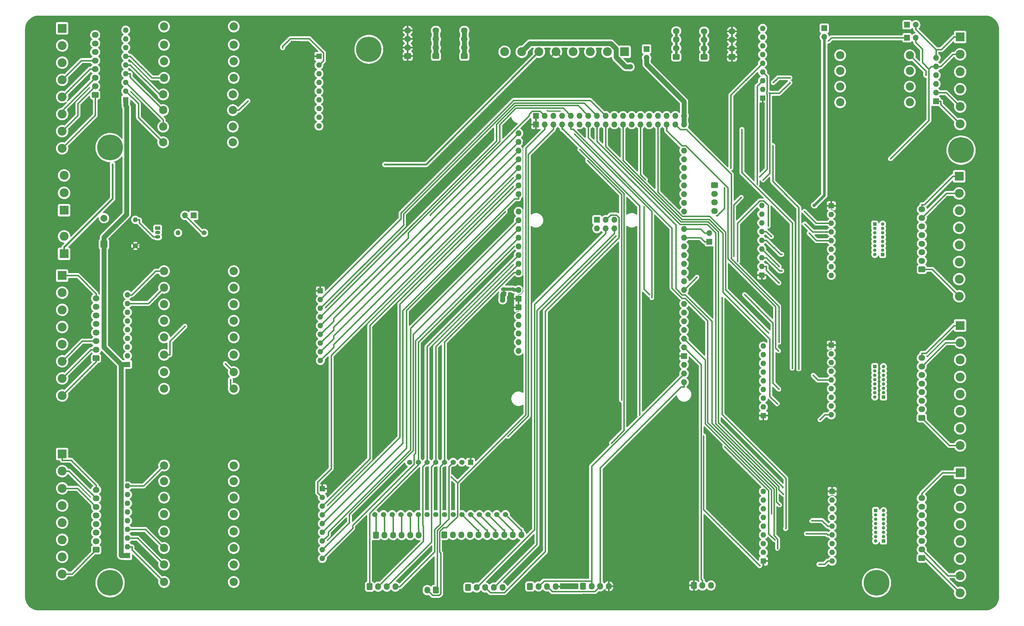
<source format=gbr>
%TF.GenerationSoftware,KiCad,Pcbnew,(6.0.6)*%
%TF.CreationDate,2023-01-13T15:08:00+05:30*%
%TF.ProjectId,MegaController,4d656761-436f-46e7-9472-6f6c6c65722e,V2.0*%
%TF.SameCoordinates,Original*%
%TF.FileFunction,Copper,L2,Bot*%
%TF.FilePolarity,Positive*%
%FSLAX46Y46*%
G04 Gerber Fmt 4.6, Leading zero omitted, Abs format (unit mm)*
G04 Created by KiCad (PCBNEW (6.0.6)) date 2023-01-13 15:08:00*
%MOMM*%
%LPD*%
G01*
G04 APERTURE LIST*
G04 Aperture macros list*
%AMRoundRect*
0 Rectangle with rounded corners*
0 $1 Rounding radius*
0 $2 $3 $4 $5 $6 $7 $8 $9 X,Y pos of 4 corners*
0 Add a 4 corners polygon primitive as box body*
4,1,4,$2,$3,$4,$5,$6,$7,$8,$9,$2,$3,0*
0 Add four circle primitives for the rounded corners*
1,1,$1+$1,$2,$3*
1,1,$1+$1,$4,$5*
1,1,$1+$1,$6,$7*
1,1,$1+$1,$8,$9*
0 Add four rect primitives between the rounded corners*
20,1,$1+$1,$2,$3,$4,$5,0*
20,1,$1+$1,$4,$5,$6,$7,0*
20,1,$1+$1,$6,$7,$8,$9,0*
20,1,$1+$1,$8,$9,$2,$3,0*%
%AMFreePoly0*
4,1,22,0.500000,-0.750000,0.000000,-0.750000,0.000000,-0.745033,-0.079941,-0.743568,-0.215256,-0.701293,-0.333266,-0.622738,-0.424486,-0.514219,-0.481581,-0.384460,-0.499164,-0.250000,-0.500000,-0.250000,-0.500000,0.250000,-0.499164,0.250000,-0.499963,0.256109,-0.478152,0.396186,-0.417904,0.524511,-0.324060,0.630769,-0.204165,0.706417,-0.067858,0.745374,0.000000,0.744959,0.000000,0.750000,
0.500000,0.750000,0.500000,-0.750000,0.500000,-0.750000,$1*%
%AMFreePoly1*
4,1,20,0.000000,0.744959,0.073905,0.744508,0.209726,0.703889,0.328688,0.626782,0.421226,0.519385,0.479903,0.390333,0.500000,0.250000,0.500000,-0.250000,0.499851,-0.262216,0.476331,-0.402017,0.414519,-0.529596,0.319384,-0.634700,0.198574,-0.708877,0.061801,-0.746166,0.000000,-0.745033,0.000000,-0.750000,-0.500000,-0.750000,-0.500000,0.750000,0.000000,0.750000,0.000000,0.744959,
0.000000,0.744959,$1*%
G04 Aperture macros list end*
%TA.AperFunction,ComponentPad*%
%ADD10O,1.700000X1.950000*%
%TD*%
%TA.AperFunction,ComponentPad*%
%ADD11RoundRect,0.250000X-0.600000X-0.725000X0.600000X-0.725000X0.600000X0.725000X-0.600000X0.725000X0*%
%TD*%
%TA.AperFunction,ComponentPad*%
%ADD12R,1.530000X1.530000*%
%TD*%
%TA.AperFunction,ComponentPad*%
%ADD13C,1.530000*%
%TD*%
%TA.AperFunction,ComponentPad*%
%ADD14R,1.600000X1.600000*%
%TD*%
%TA.AperFunction,ComponentPad*%
%ADD15O,1.600000X1.600000*%
%TD*%
%TA.AperFunction,ComponentPad*%
%ADD16R,1.500000X1.050000*%
%TD*%
%TA.AperFunction,ComponentPad*%
%ADD17O,1.500000X1.050000*%
%TD*%
%TA.AperFunction,ComponentPad*%
%ADD18C,2.400000*%
%TD*%
%TA.AperFunction,ComponentPad*%
%ADD19O,2.400000X2.400000*%
%TD*%
%TA.AperFunction,ComponentPad*%
%ADD20RoundRect,0.250000X0.725000X-0.600000X0.725000X0.600000X-0.725000X0.600000X-0.725000X-0.600000X0*%
%TD*%
%TA.AperFunction,ComponentPad*%
%ADD21O,1.950000X1.700000*%
%TD*%
%TA.AperFunction,ComponentPad*%
%ADD22C,1.400000*%
%TD*%
%TA.AperFunction,ComponentPad*%
%ADD23O,1.400000X1.400000*%
%TD*%
%TA.AperFunction,ComponentPad*%
%ADD24C,7.400000*%
%TD*%
%TA.AperFunction,ComponentPad*%
%ADD25R,1.700000X1.700000*%
%TD*%
%TA.AperFunction,ComponentPad*%
%ADD26O,1.700000X1.700000*%
%TD*%
%TA.AperFunction,ComponentPad*%
%ADD27C,7.500000*%
%TD*%
%TA.AperFunction,ComponentPad*%
%ADD28R,2.600000X2.600000*%
%TD*%
%TA.AperFunction,ComponentPad*%
%ADD29C,2.600000*%
%TD*%
%TA.AperFunction,ComponentPad*%
%ADD30O,1.700000X2.000000*%
%TD*%
%TA.AperFunction,ComponentPad*%
%ADD31RoundRect,0.250000X0.600000X0.750000X-0.600000X0.750000X-0.600000X-0.750000X0.600000X-0.750000X0*%
%TD*%
%TA.AperFunction,ComponentPad*%
%ADD32RoundRect,0.250000X-0.725000X0.600000X-0.725000X-0.600000X0.725000X-0.600000X0.725000X0.600000X0*%
%TD*%
%TA.AperFunction,ComponentPad*%
%ADD33R,2.000000X2.000000*%
%TD*%
%TA.AperFunction,ComponentPad*%
%ADD34C,2.000000*%
%TD*%
%TA.AperFunction,ComponentPad*%
%ADD35O,1.727200X1.727200*%
%TD*%
%TA.AperFunction,ComponentPad*%
%ADD36R,1.727200X1.727200*%
%TD*%
%TA.AperFunction,ComponentPad*%
%ADD37R,1.000000X1.000000*%
%TD*%
%TA.AperFunction,ComponentPad*%
%ADD38O,1.000000X1.000000*%
%TD*%
%TA.AperFunction,SMDPad,CuDef*%
%ADD39FreePoly0,90.000000*%
%TD*%
%TA.AperFunction,SMDPad,CuDef*%
%ADD40FreePoly1,90.000000*%
%TD*%
%TA.AperFunction,ViaPad*%
%ADD41C,0.800000*%
%TD*%
%TA.AperFunction,ViaPad*%
%ADD42C,1.600000*%
%TD*%
%TA.AperFunction,ViaPad*%
%ADD43C,0.400000*%
%TD*%
%TA.AperFunction,ViaPad*%
%ADD44C,1.000000*%
%TD*%
%TA.AperFunction,ViaPad*%
%ADD45C,0.600000*%
%TD*%
%TA.AperFunction,Conductor*%
%ADD46C,1.400000*%
%TD*%
%TA.AperFunction,Conductor*%
%ADD47C,0.400000*%
%TD*%
%TA.AperFunction,Conductor*%
%ADD48C,0.800000*%
%TD*%
%TA.AperFunction,Conductor*%
%ADD49C,0.300000*%
%TD*%
%TA.AperFunction,Conductor*%
%ADD50C,1.000000*%
%TD*%
%TA.AperFunction,Conductor*%
%ADD51C,0.900000*%
%TD*%
%TA.AperFunction,Conductor*%
%ADD52C,0.500000*%
%TD*%
%TA.AperFunction,Conductor*%
%ADD53C,0.200000*%
%TD*%
G04 APERTURE END LIST*
%TO.C,JP1*%
G36*
X197404000Y-138172000D02*
G01*
X196804000Y-138172000D01*
X196804000Y-137672000D01*
X197404000Y-137672000D01*
X197404000Y-138172000D01*
G37*
%TD*%
D10*
%TO.P,J39,10,Pin_10*%
%TO.N,Net-(TB1-Pad9)*%
X202250000Y-209007500D03*
%TO.P,J39,9,Pin_9*%
%TO.N,Net-(TB1-Pad10)*%
X199750000Y-209007500D03*
%TO.P,J39,8,Pin_8*%
%TO.N,Net-(TB1-Pad11)*%
X197250000Y-209007500D03*
%TO.P,J39,7,Pin_7*%
%TO.N,Net-(TB1-Pad12)*%
X194750000Y-209007500D03*
%TO.P,J39,6,Pin_6*%
%TO.N,Net-(TB1-Pad13)*%
X192250000Y-209007500D03*
%TO.P,J39,5,Pin_5*%
%TO.N,Net-(TB1-Pad14)*%
X189750000Y-209007500D03*
%TO.P,J39,4,Pin_4*%
%TO.N,Net-(TB1-Pad15)*%
X187250000Y-209007500D03*
%TO.P,J39,3,Pin_3*%
%TO.N,Net-(TB1-Pad16)*%
X184750000Y-209007500D03*
%TO.P,J39,2,Pin_2*%
%TO.N,Net-(TB1-Pad17)*%
X182250000Y-209007500D03*
D11*
%TO.P,J39,1,Pin_1*%
%TO.N,Net-(TB1-Pad18)*%
X179750000Y-209007500D03*
%TD*%
%TO.P,J38,1,Pin_1*%
%TO.N,Net-(TB1-Pad24)*%
X159825000Y-209082500D03*
D10*
%TO.P,J38,2,Pin_2*%
%TO.N,Net-(TB1-Pad23)*%
X162325000Y-209082500D03*
%TO.P,J38,3,Pin_3*%
%TO.N,Net-(TB1-Pad22)*%
X164825000Y-209082500D03*
%TO.P,J38,4,Pin_4*%
%TO.N,Net-(TB1-Pad21)*%
X167325000Y-209082500D03*
%TO.P,J38,5,Pin_5*%
%TO.N,Net-(TB1-Pad20)*%
X169825000Y-209082500D03*
%TO.P,J38,6,Pin_6*%
%TO.N,Net-(TB1-Pad19)*%
X172325000Y-209082500D03*
%TD*%
D12*
%TO.P,TB1,1,GND*%
%TO.N,GND*%
X187415000Y-187805000D03*
D13*
%TO.P,TB1,2,VCC*%
%TO.N,+5V*%
X184875000Y-187805000D03*
%TO.P,TB1,3,EN*%
%TO.N,Sig14*%
X182335000Y-187805000D03*
%TO.P,TB1,4,S0*%
%TO.N,Sig18*%
X179795000Y-187805000D03*
%TO.P,TB1,5,S1*%
%TO.N,Sig19*%
X177255000Y-187805000D03*
%TO.P,TB1,6,S2*%
%TO.N,Sig20*%
X174715000Y-187805000D03*
%TO.P,TB1,7,S3*%
%TO.N,Sig21*%
X172175000Y-187805000D03*
%TO.P,TB1,8,COM*%
%TO.N,Sig16*%
X169635000Y-187805000D03*
%TO.P,TB1,9,C0*%
%TO.N,Net-(TB1-Pad9)*%
X197575000Y-203045000D03*
%TO.P,TB1,10,C1*%
%TO.N,Net-(TB1-Pad10)*%
X195035000Y-203045000D03*
%TO.P,TB1,11,C2*%
%TO.N,Net-(TB1-Pad11)*%
X192495000Y-203045000D03*
%TO.P,TB1,12,C3*%
%TO.N,Net-(TB1-Pad12)*%
X189955000Y-203045000D03*
%TO.P,TB1,13,C4*%
%TO.N,Net-(TB1-Pad13)*%
X187415000Y-203045000D03*
%TO.P,TB1,14,C5*%
%TO.N,Net-(TB1-Pad14)*%
X184875000Y-203045000D03*
%TO.P,TB1,15,C6*%
%TO.N,Net-(TB1-Pad15)*%
X182335000Y-203045000D03*
%TO.P,TB1,16,C7*%
%TO.N,Net-(TB1-Pad16)*%
X179795000Y-203045000D03*
%TO.P,TB1,17,C8*%
%TO.N,Net-(TB1-Pad17)*%
X177255000Y-203045000D03*
%TO.P,TB1,18,C9*%
%TO.N,Net-(TB1-Pad18)*%
X174715000Y-203045000D03*
%TO.P,TB1,19,C10*%
%TO.N,Net-(TB1-Pad19)*%
X172175000Y-203045000D03*
%TO.P,TB1,20,C11*%
%TO.N,Net-(TB1-Pad20)*%
X169635000Y-203045000D03*
%TO.P,TB1,21,C12*%
%TO.N,Net-(TB1-Pad21)*%
X167095000Y-203045000D03*
%TO.P,TB1,22,C13*%
%TO.N,Net-(TB1-Pad22)*%
X164555000Y-203045000D03*
%TO.P,TB1,23,C14*%
%TO.N,Net-(TB1-Pad23)*%
X162015000Y-203045000D03*
%TO.P,TB1,24,C15*%
%TO.N,Net-(TB1-Pad24)*%
X159475000Y-203045000D03*
%TD*%
D14*
%TO.P,RN4,1,common*%
%TO.N,GND*%
X272340000Y-133197000D03*
D15*
%TO.P,RN4,2,R1*%
%TO.N,Net-(RN4-Pad2)*%
X272340000Y-130657000D03*
%TO.P,RN4,3,R2*%
%TO.N,Net-(RN4-Pad3)*%
X272340000Y-128117000D03*
%TO.P,RN4,4,R3*%
%TO.N,Net-(RN4-Pad4)*%
X272340000Y-125577000D03*
%TO.P,RN4,5,R4*%
%TO.N,Net-(RN4-Pad5)*%
X272340000Y-123037000D03*
%TO.P,RN4,6,R5*%
%TO.N,Net-(RN4-Pad6)*%
X272340000Y-120497000D03*
%TO.P,RN4,7,R6*%
%TO.N,Net-(RN4-Pad7)*%
X272340000Y-117957000D03*
%TO.P,RN4,8,R7*%
%TO.N,Net-(RN4-Pad8)*%
X272340000Y-115417000D03*
%TO.P,RN4,9,R8*%
%TO.N,Net-(RN4-Pad9)*%
X272340000Y-112877000D03*
%TD*%
D14*
%TO.P,RN3,1,common*%
%TO.N,GND*%
X292862000Y-196327000D03*
D15*
%TO.P,RN3,2,R1*%
%TO.N,Net-(J2-Pad1)*%
X292862000Y-198867000D03*
%TO.P,RN3,3,R2*%
%TO.N,Net-(J2-Pad2)*%
X292862000Y-201407000D03*
%TO.P,RN3,4,R3*%
%TO.N,Net-(J2-Pad3)*%
X292862000Y-203947000D03*
%TO.P,RN3,5,R4*%
%TO.N,Net-(J2-Pad4)*%
X292862000Y-206487000D03*
%TO.P,RN3,6,R5*%
%TO.N,Net-(J2-Pad5)*%
X292862000Y-209027000D03*
%TO.P,RN3,7,R6*%
%TO.N,Net-(J2-Pad6)*%
X292862000Y-211567000D03*
%TO.P,RN3,8,R7*%
%TO.N,Net-(J2-Pad7)*%
X292862000Y-214107000D03*
%TO.P,RN3,9,R8*%
%TO.N,Net-(J2-Pad8)*%
X292862000Y-216647000D03*
%TD*%
D16*
%TO.P,Q1,1,C*%
%TO.N,Net-(BZ1-Pad2)*%
X96190000Y-119530000D03*
D17*
%TO.P,Q1,2,B*%
%TO.N,Net-(Q1-Pad2)*%
X96190000Y-120800000D03*
%TO.P,Q1,3,E*%
%TO.N,Net-(Q1-Pad3)*%
X96190000Y-122070000D03*
%TD*%
D18*
%TO.P,R6,1*%
%TO.N,Net-(J13-Pad7)*%
X98044000Y-193330000D03*
D19*
%TO.P,R6,2*%
%TO.N,Net-(R6-Pad2)*%
X118364000Y-193330000D03*
%TD*%
D18*
%TO.P,R27,1*%
%TO.N,Net-(J15-Pad4)*%
X97790000Y-80518000D03*
D19*
%TO.P,R27,2*%
%TO.N,Net-(R27-Pad2)*%
X118110000Y-80518000D03*
%TD*%
D20*
%TO.P,J37,1,Pin_1*%
%TO.N,+VDC*%
X247396000Y-69522000D03*
D21*
%TO.P,J37,2,Pin_2*%
X247396000Y-67022000D03*
%TO.P,J37,3,Pin_3*%
X247396000Y-64522000D03*
%TO.P,J37,4,Pin_4*%
X247396000Y-62022000D03*
%TD*%
D14*
%TO.P,RN1,1,common*%
%TO.N,GND*%
X292608000Y-112989000D03*
D15*
%TO.P,RN1,2,R1*%
%TO.N,Net-(J3-Pad1)*%
X292608000Y-115529000D03*
%TO.P,RN1,3,R2*%
%TO.N,Net-(J3-Pad2)*%
X292608000Y-118069000D03*
%TO.P,RN1,4,R3*%
%TO.N,Net-(J3-Pad3)*%
X292608000Y-120609000D03*
%TO.P,RN1,5,R4*%
%TO.N,Net-(J3-Pad4)*%
X292608000Y-123149000D03*
%TO.P,RN1,6,R5*%
%TO.N,Net-(J3-Pad5)*%
X292608000Y-125689000D03*
%TO.P,RN1,7,R6*%
%TO.N,Net-(J3-Pad6)*%
X292608000Y-128229000D03*
%TO.P,RN1,8,R7*%
%TO.N,Net-(J3-Pad7)*%
X292608000Y-130769000D03*
%TO.P,RN1,9,R8*%
%TO.N,Net-(J3-Pad8)*%
X292608000Y-133309000D03*
%TD*%
D22*
%TO.P,R17,1*%
%TO.N,Net-(JP2-Pad2)*%
X109728000Y-120894000D03*
D23*
%TO.P,R17,2*%
%TO.N,Net-(Q1-Pad2)*%
X102108000Y-120894000D03*
%TD*%
D18*
%TO.P,R4,1*%
%TO.N,INT-3*%
X315519000Y-69088000D03*
D19*
%TO.P,R4,2*%
%TO.N,Net-(R4-Pad2)*%
X295199000Y-69088000D03*
%TD*%
D24*
%TO.P,H3,1,1*%
%TO.N,unconnected-(H3-Pad1)*%
X157750000Y-67350000D03*
%TD*%
D25*
%TO.P,JP7,1,A*%
%TO.N,Net-(D4-Pad2)*%
X314701000Y-60198000D03*
D26*
%TO.P,JP7,2,B*%
%TO.N,INT5*%
X317241000Y-60198000D03*
%TD*%
D14*
%TO.P,RN8,1,common*%
%TO.N,GND*%
X144196000Y-195557000D03*
D15*
%TO.P,RN8,2,R1*%
%TO.N,Sig29*%
X144196000Y-198097000D03*
%TO.P,RN8,3,R2*%
%TO.N,Sig28*%
X144196000Y-200637000D03*
%TO.P,RN8,4,R3*%
%TO.N,Sig27*%
X144196000Y-203177000D03*
%TO.P,RN8,5,R4*%
%TO.N,Sig26*%
X144196000Y-205717000D03*
%TO.P,RN8,6,R5*%
%TO.N,Sig25*%
X144196000Y-208257000D03*
%TO.P,RN8,7,R6*%
%TO.N,Sig24*%
X144196000Y-210797000D03*
%TO.P,RN8,8,R7*%
%TO.N,Sig23*%
X144196000Y-213337000D03*
%TO.P,RN8,9,R8*%
%TO.N,Sig22*%
X144196000Y-215877000D03*
%TD*%
D20*
%TO.P,J36,1,Pin_1*%
%TO.N,+VDC*%
X255524000Y-69596000D03*
D21*
%TO.P,J36,2,Pin_2*%
X255524000Y-67096000D03*
%TO.P,J36,3,Pin_3*%
X255524000Y-64596000D03*
%TO.P,J36,4,Pin_4*%
X255524000Y-62096000D03*
%TD*%
D18*
%TO.P,R10,1*%
%TO.N,Net-(J13-Pad3)*%
X98044000Y-212852000D03*
D19*
%TO.P,R10,2*%
%TO.N,Net-(R10-Pad2)*%
X118364000Y-212852000D03*
%TD*%
D20*
%TO.P,J35,1,Pin_1*%
%TO.N,GND*%
X263652000Y-69596000D03*
D21*
%TO.P,J35,2,Pin_2*%
X263652000Y-67096000D03*
%TO.P,J35,3,Pin_3*%
X263652000Y-64596000D03*
%TO.P,J35,4,Pin_4*%
X263652000Y-62096000D03*
%TD*%
D27*
%TO.P,H1,1,1*%
%TO.N,unconnected-(H1-Pad1)*%
X305816000Y-223000000D03*
%TD*%
D20*
%TO.P,J15,1,Pin_1*%
%TO.N,Net-(J15-Pad1)*%
X77961000Y-80632000D03*
D21*
%TO.P,J15,2,Pin_2*%
%TO.N,Net-(J15-Pad2)*%
X77961000Y-78132000D03*
%TO.P,J15,3,Pin_3*%
%TO.N,Net-(J15-Pad3)*%
X77961000Y-75632000D03*
%TO.P,J15,4,Pin_4*%
%TO.N,Net-(J15-Pad4)*%
X77961000Y-73132000D03*
%TO.P,J15,5,Pin_5*%
%TO.N,Net-(J15-Pad5)*%
X77961000Y-70632000D03*
%TO.P,J15,6,Pin_6*%
%TO.N,Net-(J15-Pad6)*%
X77961000Y-68132000D03*
%TO.P,J15,7,Pin_7*%
%TO.N,Net-(J15-Pad7)*%
X77961000Y-65632000D03*
%TO.P,J15,8,Pin_8*%
%TO.N,Net-(J15-Pad8)*%
X77961000Y-63132000D03*
%TD*%
D28*
%TO.P,J12,1,Pin_1*%
%TO.N,+12P*%
X68885000Y-127005000D03*
D29*
%TO.P,J12,2,Pin_2*%
%TO.N,Net-(BZ1-Pad2)*%
X68885000Y-121925000D03*
%TD*%
D18*
%TO.P,R15,1*%
%TO.N,Net-(J14-Pad6)*%
X98044000Y-141732000D03*
D19*
%TO.P,R15,2*%
%TO.N,Net-(R15-Pad2)*%
X118364000Y-141732000D03*
%TD*%
D14*
%TO.P,RN9,1,common*%
%TO.N,GND*%
X143625000Y-137825000D03*
D15*
%TO.P,RN9,2,R1*%
%TO.N,Sig9*%
X143625000Y-140365000D03*
%TO.P,RN9,3,R2*%
%TO.N,Sig10*%
X143625000Y-142905000D03*
%TO.P,RN9,4,R3*%
%TO.N,Sig11*%
X143625000Y-145445000D03*
%TO.P,RN9,5,R4*%
%TO.N,Sig12*%
X143625000Y-147985000D03*
%TO.P,RN9,6,R5*%
%TO.N,Sig33*%
X143625000Y-150525000D03*
%TO.P,RN9,7,R6*%
%TO.N,Sig32*%
X143625000Y-153065000D03*
%TO.P,RN9,8,R7*%
%TO.N,Sig31*%
X143625000Y-155605000D03*
%TO.P,RN9,9,R8*%
%TO.N,Sig30*%
X143625000Y-158145000D03*
%TD*%
D25*
%TO.P,J10,1,Pin_1*%
%TO.N,INT-0*%
X323139000Y-82550000D03*
D26*
%TO.P,J10,2,Pin_2*%
%TO.N,INT-1*%
X323139000Y-80010000D03*
%TO.P,J10,3,Pin_3*%
%TO.N,INT-2*%
X323139000Y-77470000D03*
%TO.P,J10,4,Pin_4*%
%TO.N,INT-3*%
X323139000Y-74930000D03*
%TO.P,J10,5,Pin_5*%
%TO.N,INT4*%
X323139000Y-72390000D03*
%TO.P,J10,6,Pin_6*%
%TO.N,INT5*%
X323139000Y-69850000D03*
%TD*%
D18*
%TO.P,R29,1*%
%TO.N,Net-(J15-Pad2)*%
X97790000Y-89916000D03*
D19*
%TO.P,R29,2*%
%TO.N,Net-(R29-Pad2)*%
X118110000Y-89916000D03*
%TD*%
D14*
%TO.P,RN12,1,common*%
%TO.N,+5V*%
X87376000Y-159273000D03*
D15*
%TO.P,RN12,2,R1*%
%TO.N,Net-(J14-Pad1)*%
X87376000Y-156733000D03*
%TO.P,RN12,3,R2*%
%TO.N,Net-(J14-Pad2)*%
X87376000Y-154193000D03*
%TO.P,RN12,4,R3*%
%TO.N,Net-(J14-Pad3)*%
X87376000Y-151653000D03*
%TO.P,RN12,5,R4*%
%TO.N,Net-(J14-Pad4)*%
X87376000Y-149113000D03*
%TO.P,RN12,6,R5*%
%TO.N,Net-(J14-Pad5)*%
X87376000Y-146573000D03*
%TO.P,RN12,7,R6*%
%TO.N,Net-(J14-Pad6)*%
X87376000Y-144033000D03*
%TO.P,RN12,8,R7*%
%TO.N,Net-(J14-Pad7)*%
X87376000Y-141493000D03*
%TO.P,RN12,9,R8*%
%TO.N,Net-(J14-Pad8)*%
X87376000Y-138953000D03*
%TD*%
D18*
%TO.P,R30,1*%
%TO.N,Net-(J15-Pad1)*%
X97790000Y-94488000D03*
D19*
%TO.P,R30,2*%
%TO.N,Net-(R30-Pad2)*%
X118110000Y-94488000D03*
%TD*%
D18*
%TO.P,R14,1*%
%TO.N,Net-(J14-Pad7)*%
X98044000Y-136906000D03*
D19*
%TO.P,R14,2*%
%TO.N,Net-(R14-Pad2)*%
X118364000Y-136906000D03*
%TD*%
D14*
%TO.P,RN11,1,common*%
%TO.N,+5V*%
X87393000Y-215039000D03*
D15*
%TO.P,RN11,2,R1*%
%TO.N,Net-(J13-Pad1)*%
X87393000Y-212499000D03*
%TO.P,RN11,3,R2*%
%TO.N,Net-(J13-Pad2)*%
X87393000Y-209959000D03*
%TO.P,RN11,4,R3*%
%TO.N,Net-(J13-Pad3)*%
X87393000Y-207419000D03*
%TO.P,RN11,5,R4*%
%TO.N,Net-(J13-Pad4)*%
X87393000Y-204879000D03*
%TO.P,RN11,6,R5*%
%TO.N,Net-(J13-Pad5)*%
X87393000Y-202339000D03*
%TO.P,RN11,7,R6*%
%TO.N,Net-(J13-Pad6)*%
X87393000Y-199799000D03*
%TO.P,RN11,8,R7*%
%TO.N,Net-(J13-Pad7)*%
X87393000Y-197259000D03*
%TO.P,RN11,9,R8*%
%TO.N,Net-(J13-Pad8)*%
X87393000Y-194719000D03*
%TD*%
D20*
%TO.P,J19,1,Pin_1*%
%TO.N,Net-(J18-Pad8)*%
X319024000Y-131546000D03*
D21*
%TO.P,J19,2,Pin_2*%
%TO.N,Net-(J18-Pad7)*%
X319024000Y-129046000D03*
%TO.P,J19,3,Pin_3*%
%TO.N,Net-(J18-Pad6)*%
X319024000Y-126546000D03*
%TO.P,J19,4,Pin_4*%
%TO.N,Net-(J18-Pad5)*%
X319024000Y-124046000D03*
%TO.P,J19,5,Pin_5*%
%TO.N,Net-(J18-Pad4)*%
X319024000Y-121546000D03*
%TO.P,J19,6,Pin_6*%
%TO.N,Net-(J18-Pad3)*%
X319024000Y-119046000D03*
%TO.P,J19,7,Pin_7*%
%TO.N,Net-(J18-Pad2)*%
X319024000Y-116546000D03*
%TO.P,J19,8,Pin_8*%
%TO.N,Net-(J18-Pad1)*%
X319024000Y-114046000D03*
%TD*%
D25*
%TO.P,JP2,1,A*%
%TO.N,Sig17*%
X106680000Y-115814000D03*
D26*
%TO.P,JP2,2,B*%
%TO.N,Net-(JP2-Pad2)*%
X104140000Y-115814000D03*
%TD*%
D30*
%TO.P,J28,2,Pin_2*%
%TO.N,Sig16*%
X174799000Y-225116000D03*
D31*
%TO.P,J28,1,Pin_1*%
%TO.N,Sig14*%
X177299000Y-225116000D03*
%TD*%
D28*
%TO.P,J31,1,Pin_1*%
%TO.N,Net-(J13-Pad8)*%
X68326000Y-185420000D03*
D29*
%TO.P,J31,2,Pin_2*%
%TO.N,Net-(J13-Pad7)*%
X68326000Y-190420000D03*
%TO.P,J31,3,Pin_3*%
%TO.N,Net-(J13-Pad6)*%
X68326000Y-195420000D03*
%TO.P,J31,4,Pin_4*%
%TO.N,Net-(J13-Pad5)*%
X68326000Y-200420000D03*
%TO.P,J31,5,Pin_5*%
%TO.N,Net-(J13-Pad4)*%
X68326000Y-205420000D03*
%TO.P,J31,6,Pin_6*%
%TO.N,Net-(J13-Pad3)*%
X68326000Y-210420000D03*
%TO.P,J31,7,Pin_7*%
%TO.N,Net-(J13-Pad2)*%
X68326000Y-215420000D03*
%TO.P,J31,8,Pin_8*%
%TO.N,Net-(J13-Pad1)*%
X68326000Y-220420000D03*
%TD*%
D20*
%TO.P,J33,1,Pin_1*%
%TO.N,+5V*%
X177306000Y-69342000D03*
D21*
%TO.P,J33,2,Pin_2*%
X177306000Y-66842000D03*
%TO.P,J33,3,Pin_3*%
X177306000Y-64342000D03*
%TO.P,J33,4,Pin_4*%
X177306000Y-61842000D03*
%TD*%
D18*
%TO.P,R19,1*%
%TO.N,Net-(J14-Pad4)*%
X118364000Y-151384000D03*
D19*
%TO.P,R19,2*%
%TO.N,Net-(R19-Pad2)*%
X98044000Y-151384000D03*
%TD*%
D18*
%TO.P,R21,1*%
%TO.N,Net-(J14-Pad2)*%
X118364000Y-161544000D03*
D19*
%TO.P,R21,2*%
%TO.N,Net-(R21-Pad2)*%
X98044000Y-161544000D03*
%TD*%
D11*
%TO.P,J24,1,Pin_1*%
%TO.N,+5V*%
X204725000Y-224071000D03*
D10*
%TO.P,J24,2,Pin_2*%
%TO.N,Net-(J24-Pad2)*%
X207225000Y-224071000D03*
%TO.P,J24,3,Pin_3*%
%TO.N,Net-(J24-Pad3)*%
X209725000Y-224071000D03*
%TO.P,J24,4,Pin_4*%
%TO.N,GND*%
X212225000Y-224071000D03*
%TD*%
D25*
%TO.P,JP6,1,A*%
%TO.N,Net-(D3-Pad2)*%
X314706000Y-64008000D03*
D26*
%TO.P,JP6,2,B*%
%TO.N,INT4*%
X317246000Y-64008000D03*
%TD*%
D20*
%TO.P,J32,1,Pin_1*%
%TO.N,+5V*%
X185608000Y-69342000D03*
D21*
%TO.P,J32,2,Pin_2*%
X185608000Y-66842000D03*
%TO.P,J32,3,Pin_3*%
X185608000Y-64342000D03*
%TO.P,J32,4,Pin_4*%
X185608000Y-61842000D03*
%TD*%
D28*
%TO.P,J29,1,Pin_1*%
%TO.N,Net-(J14-Pad8)*%
X68326000Y-133350000D03*
D29*
%TO.P,J29,2,Pin_2*%
%TO.N,Net-(J14-Pad7)*%
X68326000Y-138350000D03*
%TO.P,J29,3,Pin_3*%
%TO.N,Net-(J14-Pad6)*%
X68326000Y-143350000D03*
%TO.P,J29,4,Pin_4*%
%TO.N,Net-(J14-Pad5)*%
X68326000Y-148350000D03*
%TO.P,J29,5,Pin_5*%
%TO.N,Net-(J14-Pad4)*%
X68326000Y-153350000D03*
%TO.P,J29,6,Pin_6*%
%TO.N,Net-(J14-Pad3)*%
X68326000Y-158350000D03*
%TO.P,J29,7,Pin_7*%
%TO.N,Net-(J14-Pad2)*%
X68326000Y-163350000D03*
%TO.P,J29,8,Pin_8*%
%TO.N,Net-(J14-Pad1)*%
X68326000Y-168350000D03*
%TD*%
D14*
%TO.P,RN6,1,common*%
%TO.N,GND*%
X272796000Y-216662000D03*
D15*
%TO.P,RN6,2,R1*%
%TO.N,Net-(RN6-Pad2)*%
X272796000Y-214122000D03*
%TO.P,RN6,3,R2*%
%TO.N,Net-(RN6-Pad3)*%
X272796000Y-211582000D03*
%TO.P,RN6,4,R3*%
%TO.N,Net-(RN6-Pad4)*%
X272796000Y-209042000D03*
%TO.P,RN6,5,R4*%
%TO.N,Net-(RN6-Pad5)*%
X272796000Y-206502000D03*
%TO.P,RN6,6,R5*%
%TO.N,Net-(RN6-Pad6)*%
X272796000Y-203962000D03*
%TO.P,RN6,7,R6*%
%TO.N,Net-(RN6-Pad7)*%
X272796000Y-201422000D03*
%TO.P,RN6,8,R7*%
%TO.N,Net-(RN6-Pad8)*%
X272796000Y-198882000D03*
%TO.P,RN6,9,R8*%
%TO.N,Net-(RN6-Pad9)*%
X272796000Y-196342000D03*
%TD*%
D27*
%TO.P,H2,1,1*%
%TO.N,unconnected-(H2-Pad1)*%
X82300000Y-223000000D03*
%TD*%
D32*
%TO.P,J11,1,Pin_1*%
%TO.N,Serial1-RX*%
X258589000Y-106994000D03*
D21*
%TO.P,J11,2,Pin_2*%
%TO.N,Serial1-TX*%
X258589000Y-109494000D03*
%TO.P,J11,3,Pin_3*%
%TO.N,Serial2-RX*%
X258589000Y-111994000D03*
%TO.P,J11,4,Pin_4*%
%TO.N,Serial2-TX*%
X258589000Y-114494000D03*
%TD*%
D28*
%TO.P,J18,1,Pin_1*%
%TO.N,Net-(J18-Pad1)*%
X329895000Y-104394000D03*
D29*
%TO.P,J18,2,Pin_2*%
%TO.N,Net-(J18-Pad2)*%
X329895000Y-109394000D03*
%TO.P,J18,3,Pin_3*%
%TO.N,Net-(J18-Pad3)*%
X329895000Y-114394000D03*
%TO.P,J18,4,Pin_4*%
%TO.N,Net-(J18-Pad4)*%
X329895000Y-119394000D03*
%TO.P,J18,5,Pin_5*%
%TO.N,Net-(J18-Pad5)*%
X329895000Y-124394000D03*
%TO.P,J18,6,Pin_6*%
%TO.N,Net-(J18-Pad6)*%
X329895000Y-129394000D03*
%TO.P,J18,7,Pin_7*%
%TO.N,Net-(J18-Pad7)*%
X329895000Y-134394000D03*
%TO.P,J18,8,Pin_8*%
%TO.N,Net-(J18-Pad8)*%
X329895000Y-139394000D03*
%TD*%
D22*
%TO.P,R18,1*%
%TO.N,GND*%
X89662000Y-124704000D03*
D23*
%TO.P,R18,2*%
%TO.N,Net-(Q1-Pad3)*%
X89662000Y-117084000D03*
%TD*%
D25*
%TO.P,J8,1,Pin_1*%
%TO.N,Net-(J8-Pad1)*%
X257065000Y-123504000D03*
D26*
%TO.P,J8,2,Pin_2*%
%TO.N,Net-(J8-Pad2)*%
X257065000Y-120964000D03*
%TD*%
D18*
%TO.P,R8,1*%
%TO.N,Net-(J13-Pad5)*%
X98044000Y-202946000D03*
D19*
%TO.P,R8,2*%
%TO.N,Net-(R8-Pad2)*%
X118364000Y-202946000D03*
%TD*%
D25*
%TO.P,JP4,1,A*%
%TO.N,Net-(J27-Pad1)*%
X238760000Y-67260000D03*
D26*
%TO.P,JP4,2,B*%
%TO.N,+5VP*%
X238760000Y-69800000D03*
%TD*%
D14*
%TO.P,RN13,1,common*%
%TO.N,+5V*%
X86868000Y-82057000D03*
D15*
%TO.P,RN13,2,R1*%
%TO.N,Net-(J15-Pad1)*%
X86868000Y-79517000D03*
%TO.P,RN13,3,R2*%
%TO.N,Net-(J15-Pad2)*%
X86868000Y-76977000D03*
%TO.P,RN13,4,R3*%
%TO.N,Net-(J15-Pad3)*%
X86868000Y-74437000D03*
%TO.P,RN13,5,R4*%
%TO.N,Net-(J15-Pad4)*%
X86868000Y-71897000D03*
%TO.P,RN13,6,R5*%
%TO.N,Net-(J15-Pad5)*%
X86868000Y-69357000D03*
%TO.P,RN13,7,R6*%
%TO.N,Net-(J15-Pad6)*%
X86868000Y-66817000D03*
%TO.P,RN13,8,R7*%
%TO.N,Net-(J15-Pad7)*%
X86868000Y-64277000D03*
%TO.P,RN13,9,R8*%
%TO.N,Net-(J15-Pad8)*%
X86868000Y-61737000D03*
%TD*%
D18*
%TO.P,R1,1*%
%TO.N,INT-0*%
X315519000Y-82804000D03*
D19*
%TO.P,R1,2*%
%TO.N,Net-(R1-Pad2)*%
X295199000Y-82804000D03*
%TD*%
D20*
%TO.P,J34,1,Pin_1*%
%TO.N,GND*%
X169098000Y-69342000D03*
D21*
%TO.P,J34,2,Pin_2*%
X169098000Y-66842000D03*
%TO.P,J34,3,Pin_3*%
X169098000Y-64342000D03*
%TO.P,J34,4,Pin_4*%
X169098000Y-61842000D03*
%TD*%
D11*
%TO.P,J26,1,Pin_1*%
%TO.N,GND*%
X252516000Y-223774000D03*
D10*
%TO.P,J26,2,Pin_2*%
%TO.N,WS2812*%
X255016000Y-223774000D03*
%TO.P,J26,3,Pin_3*%
%TO.N,+5V*%
X257516000Y-223774000D03*
%TD*%
D28*
%TO.P,J20,1,Pin_1*%
%TO.N,Net-(J20-Pad1)*%
X330166000Y-190920000D03*
D29*
%TO.P,J20,2,Pin_2*%
%TO.N,Net-(J20-Pad2)*%
X330166000Y-195920000D03*
%TO.P,J20,3,Pin_3*%
%TO.N,Net-(J20-Pad3)*%
X330166000Y-200920000D03*
%TO.P,J20,4,Pin_4*%
%TO.N,Net-(J20-Pad4)*%
X330166000Y-205920000D03*
%TO.P,J20,5,Pin_5*%
%TO.N,Net-(J20-Pad5)*%
X330166000Y-210920000D03*
%TO.P,J20,6,Pin_6*%
%TO.N,Net-(J20-Pad6)*%
X330166000Y-215920000D03*
%TO.P,J20,7,Pin_7*%
%TO.N,Net-(J20-Pad7)*%
X330166000Y-220920000D03*
%TO.P,J20,8,Pin_8*%
%TO.N,Net-(J20-Pad8)*%
X330166000Y-225920000D03*
%TD*%
D18*
%TO.P,R28,1*%
%TO.N,Net-(J15-Pad3)*%
X97790000Y-85090000D03*
D19*
%TO.P,R28,2*%
%TO.N,Net-(R28-Pad2)*%
X118110000Y-85090000D03*
%TD*%
D27*
%TO.P,H5,1,1*%
%TO.N,unconnected-(H5-Pad1)*%
X82300000Y-96012000D03*
%TD*%
D14*
%TO.P,RN5,1,common*%
%TO.N,GND*%
X272796000Y-174244000D03*
D15*
%TO.P,RN5,2,R1*%
%TO.N,Net-(RN5-Pad2)*%
X272796000Y-171704000D03*
%TO.P,RN5,3,R2*%
%TO.N,Net-(RN5-Pad3)*%
X272796000Y-169164000D03*
%TO.P,RN5,4,R3*%
%TO.N,Net-(RN5-Pad4)*%
X272796000Y-166624000D03*
%TO.P,RN5,5,R4*%
%TO.N,Net-(RN5-Pad5)*%
X272796000Y-164084000D03*
%TO.P,RN5,6,R5*%
%TO.N,Net-(RN5-Pad6)*%
X272796000Y-161544000D03*
%TO.P,RN5,7,R6*%
%TO.N,Net-(RN5-Pad7)*%
X272796000Y-159004000D03*
%TO.P,RN5,8,R7*%
%TO.N,Net-(RN5-Pad8)*%
X272796000Y-156464000D03*
%TO.P,RN5,9,R8*%
%TO.N,Net-(RN5-Pad9)*%
X272796000Y-153924000D03*
%TD*%
D20*
%TO.P,J13,1,Pin_1*%
%TO.N,Net-(J13-Pad1)*%
X78232000Y-213360000D03*
D21*
%TO.P,J13,2,Pin_2*%
%TO.N,Net-(J13-Pad2)*%
X78232000Y-210860000D03*
%TO.P,J13,3,Pin_3*%
%TO.N,Net-(J13-Pad3)*%
X78232000Y-208360000D03*
%TO.P,J13,4,Pin_4*%
%TO.N,Net-(J13-Pad4)*%
X78232000Y-205860000D03*
%TO.P,J13,5,Pin_5*%
%TO.N,Net-(J13-Pad5)*%
X78232000Y-203360000D03*
%TO.P,J13,6,Pin_6*%
%TO.N,Net-(J13-Pad6)*%
X78232000Y-200860000D03*
%TO.P,J13,7,Pin_7*%
%TO.N,Net-(J13-Pad7)*%
X78232000Y-198360000D03*
%TO.P,J13,8,Pin_8*%
%TO.N,Net-(J13-Pad8)*%
X78232000Y-195860000D03*
%TD*%
D28*
%TO.P,J30,1,Pin_1*%
%TO.N,Net-(J15-Pad8)*%
X68326000Y-61240000D03*
D29*
%TO.P,J30,2,Pin_2*%
%TO.N,Net-(J15-Pad7)*%
X68326000Y-66240000D03*
%TO.P,J30,3,Pin_3*%
%TO.N,Net-(J15-Pad6)*%
X68326000Y-71240000D03*
%TO.P,J30,4,Pin_4*%
%TO.N,Net-(J15-Pad5)*%
X68326000Y-76240000D03*
%TO.P,J30,5,Pin_5*%
%TO.N,Net-(J15-Pad4)*%
X68326000Y-81240000D03*
%TO.P,J30,6,Pin_6*%
%TO.N,Net-(J15-Pad3)*%
X68326000Y-86240000D03*
%TO.P,J30,7,Pin_7*%
%TO.N,Net-(J15-Pad2)*%
X68326000Y-91240000D03*
%TO.P,J30,8,Pin_8*%
%TO.N,Net-(J15-Pad1)*%
X68326000Y-96240000D03*
%TD*%
D11*
%TO.P,J25,1,Pin_1*%
%TO.N,+5V*%
X220225000Y-224000000D03*
D10*
%TO.P,J25,2,Pin_2*%
%TO.N,Net-(J24-Pad2)*%
X222725000Y-224000000D03*
%TO.P,J25,3,Pin_3*%
%TO.N,Net-(J24-Pad3)*%
X225225000Y-224000000D03*
%TO.P,J25,4,Pin_4*%
%TO.N,GND*%
X227725000Y-224000000D03*
%TD*%
D18*
%TO.P,R12,1*%
%TO.N,Net-(J13-Pad1)*%
X98044000Y-222758000D03*
D19*
%TO.P,R12,2*%
%TO.N,Net-(R12-Pad2)*%
X118364000Y-222758000D03*
%TD*%
D33*
%TO.P,BZ1,1,-*%
%TO.N,+5V*%
X80518000Y-124196000D03*
D34*
%TO.P,BZ1,2,+*%
%TO.N,Net-(BZ1-Pad2)*%
X80518000Y-116596000D03*
%TD*%
D28*
%TO.P,J17,1,Pin_1*%
%TO.N,Sig17*%
X68885000Y-114305000D03*
D29*
%TO.P,J17,2,Pin_2*%
%TO.N,Sig15*%
X68885000Y-109225000D03*
%TO.P,J17,3,Pin_3*%
%TO.N,Sig13*%
X68885000Y-104145000D03*
%TD*%
D18*
%TO.P,R11,1*%
%TO.N,Net-(J13-Pad2)*%
X98044000Y-217678000D03*
D19*
%TO.P,R11,2*%
%TO.N,Net-(R11-Pad2)*%
X118364000Y-217678000D03*
%TD*%
D18*
%TO.P,R24,1*%
%TO.N,Net-(J15-Pad7)*%
X98044000Y-66040000D03*
D19*
%TO.P,R24,2*%
%TO.N,Net-(R24-Pad2)*%
X118364000Y-66040000D03*
%TD*%
D14*
%TO.P,RN2,1,common*%
%TO.N,GND*%
X292608000Y-153670000D03*
D15*
%TO.P,RN2,2,R1*%
%TO.N,Net-(J1-Pad1)*%
X292608000Y-156210000D03*
%TO.P,RN2,3,R2*%
%TO.N,Net-(J1-Pad2)*%
X292608000Y-158750000D03*
%TO.P,RN2,4,R3*%
%TO.N,Net-(J1-Pad3)*%
X292608000Y-161290000D03*
%TO.P,RN2,5,R4*%
%TO.N,Net-(J1-Pad4)*%
X292608000Y-163830000D03*
%TO.P,RN2,6,R5*%
%TO.N,Net-(J1-Pad5)*%
X292608000Y-166370000D03*
%TO.P,RN2,7,R6*%
%TO.N,Net-(J1-Pad6)*%
X292608000Y-168910000D03*
%TO.P,RN2,8,R7*%
%TO.N,Net-(J1-Pad7)*%
X292608000Y-171450000D03*
%TO.P,RN2,9,R8*%
%TO.N,Net-(J1-Pad8)*%
X292608000Y-173990000D03*
%TD*%
D18*
%TO.P,R9,1*%
%TO.N,Net-(J13-Pad4)*%
X98044000Y-208026000D03*
D19*
%TO.P,R9,2*%
%TO.N,Net-(R9-Pad2)*%
X118364000Y-208026000D03*
%TD*%
D18*
%TO.P,R3,1*%
%TO.N,INT-2*%
X315519000Y-73660000D03*
D19*
%TO.P,R3,2*%
%TO.N,Net-(R3-Pad2)*%
X295199000Y-73660000D03*
%TD*%
D14*
%TO.P,RN7,1,common*%
%TO.N,GND*%
X272593000Y-81549000D03*
D15*
%TO.P,RN7,2,R1*%
%TO.N,INT1*%
X272593000Y-79009000D03*
%TO.P,RN7,3,R2*%
%TO.N,INT0*%
X272593000Y-76469000D03*
%TO.P,RN7,4,R3*%
%TO.N,INT2*%
X272593000Y-73929000D03*
%TO.P,RN7,5,R4*%
%TO.N,INT3*%
X272593000Y-71389000D03*
%TO.P,RN7,6,R5*%
%TO.N,Net-(D1-Pad1)*%
X272593000Y-68849000D03*
%TO.P,RN7,7,R6*%
%TO.N,Net-(D2-Pad1)*%
X272593000Y-66309000D03*
%TO.P,RN7,8,R7*%
%TO.N,Net-(D3-Pad1)*%
X272593000Y-63769000D03*
%TO.P,RN7,9,R8*%
%TO.N,Net-(D4-Pad1)*%
X272593000Y-61229000D03*
%TD*%
D25*
%TO.P,JP5,1,A*%
%TO.N,Net-(D2-Pad2)*%
X290576000Y-61209000D03*
D26*
%TO.P,JP5,2,B*%
%TO.N,+VDC*%
X290576000Y-63749000D03*
%TD*%
D20*
%TO.P,J23,1,Pin_1*%
%TO.N,Net-(J21-Pad8)*%
X319007000Y-174866000D03*
D21*
%TO.P,J23,2,Pin_2*%
%TO.N,Net-(J21-Pad7)*%
X319007000Y-172366000D03*
%TO.P,J23,3,Pin_3*%
%TO.N,Net-(J21-Pad6)*%
X319007000Y-169866000D03*
%TO.P,J23,4,Pin_4*%
%TO.N,Net-(J21-Pad5)*%
X319007000Y-167366000D03*
%TO.P,J23,5,Pin_5*%
%TO.N,Net-(J21-Pad4)*%
X319007000Y-164866000D03*
%TO.P,J23,6,Pin_6*%
%TO.N,Net-(J21-Pad3)*%
X319007000Y-162366000D03*
%TO.P,J23,7,Pin_7*%
%TO.N,Net-(J21-Pad2)*%
X319007000Y-159866000D03*
%TO.P,J23,8,Pin_8*%
%TO.N,Net-(J21-Pad1)*%
X319007000Y-157366000D03*
%TD*%
D27*
%TO.P,H4,1,1*%
%TO.N,unconnected-(H4-Pad1)*%
X330454000Y-96774000D03*
%TD*%
D18*
%TO.P,R23,1*%
%TO.N,Net-(J15-Pad8)*%
X98044000Y-60706000D03*
D19*
%TO.P,R23,2*%
%TO.N,Net-(R23-Pad2)*%
X118364000Y-60706000D03*
%TD*%
D20*
%TO.P,J14,1,Pin_1*%
%TO.N,Net-(J14-Pad1)*%
X78215000Y-157480000D03*
D21*
%TO.P,J14,2,Pin_2*%
%TO.N,Net-(J14-Pad2)*%
X78215000Y-154980000D03*
%TO.P,J14,3,Pin_3*%
%TO.N,Net-(J14-Pad3)*%
X78215000Y-152480000D03*
%TO.P,J14,4,Pin_4*%
%TO.N,Net-(J14-Pad4)*%
X78215000Y-149980000D03*
%TO.P,J14,5,Pin_5*%
%TO.N,Net-(J14-Pad5)*%
X78215000Y-147480000D03*
%TO.P,J14,6,Pin_6*%
%TO.N,Net-(J14-Pad6)*%
X78215000Y-144980000D03*
%TO.P,J14,7,Pin_7*%
%TO.N,Net-(J14-Pad7)*%
X78215000Y-142480000D03*
%TO.P,J14,8,Pin_8*%
%TO.N,Net-(J14-Pad8)*%
X78215000Y-139980000D03*
%TD*%
D18*
%TO.P,R25,1*%
%TO.N,Net-(J15-Pad6)*%
X98044000Y-70866000D03*
D19*
%TO.P,R25,2*%
%TO.N,Net-(R25-Pad2)*%
X118364000Y-70866000D03*
%TD*%
D18*
%TO.P,R5,1*%
%TO.N,Net-(J13-Pad8)*%
X98044000Y-188758000D03*
D19*
%TO.P,R5,2*%
%TO.N,Net-(R5-Pad2)*%
X118364000Y-188758000D03*
%TD*%
D20*
%TO.P,J22,1,Pin_1*%
%TO.N,Net-(J20-Pad8)*%
X319007000Y-215760000D03*
D21*
%TO.P,J22,2,Pin_2*%
%TO.N,Net-(J20-Pad7)*%
X319007000Y-213260000D03*
%TO.P,J22,3,Pin_3*%
%TO.N,Net-(J20-Pad6)*%
X319007000Y-210760000D03*
%TO.P,J22,4,Pin_4*%
%TO.N,Net-(J20-Pad5)*%
X319007000Y-208260000D03*
%TO.P,J22,5,Pin_5*%
%TO.N,Net-(J20-Pad4)*%
X319007000Y-205760000D03*
%TO.P,J22,6,Pin_6*%
%TO.N,Net-(J20-Pad3)*%
X319007000Y-203260000D03*
%TO.P,J22,7,Pin_7*%
%TO.N,Net-(J20-Pad2)*%
X319007000Y-200760000D03*
%TO.P,J22,8,Pin_8*%
%TO.N,Net-(J20-Pad1)*%
X319007000Y-198260000D03*
%TD*%
D28*
%TO.P,J21,1,Pin_1*%
%TO.N,Net-(J21-Pad1)*%
X330183000Y-147928000D03*
D29*
%TO.P,J21,2,Pin_2*%
%TO.N,Net-(J21-Pad2)*%
X330183000Y-152928000D03*
%TO.P,J21,3,Pin_3*%
%TO.N,Net-(J21-Pad3)*%
X330183000Y-157928000D03*
%TO.P,J21,4,Pin_4*%
%TO.N,Net-(J21-Pad4)*%
X330183000Y-162928000D03*
%TO.P,J21,5,Pin_5*%
%TO.N,Net-(J21-Pad5)*%
X330183000Y-167928000D03*
%TO.P,J21,6,Pin_6*%
%TO.N,Net-(J21-Pad6)*%
X330183000Y-172928000D03*
%TO.P,J21,7,Pin_7*%
%TO.N,Net-(J21-Pad7)*%
X330183000Y-177928000D03*
%TO.P,J21,8,Pin_8*%
%TO.N,Net-(J21-Pad8)*%
X330183000Y-182928000D03*
%TD*%
D18*
%TO.P,R26,1*%
%TO.N,Net-(J15-Pad5)*%
X98044000Y-75692000D03*
D19*
%TO.P,R26,2*%
%TO.N,Net-(R26-Pad2)*%
X118364000Y-75692000D03*
%TD*%
D18*
%TO.P,R20,1*%
%TO.N,Net-(J14-Pad3)*%
X118364000Y-156464000D03*
D19*
%TO.P,R20,2*%
%TO.N,Net-(R20-Pad2)*%
X98044000Y-156464000D03*
%TD*%
D15*
%TO.P,RN10,9,R8*%
%TO.N,Sig8*%
X143225000Y-89720000D03*
%TO.P,RN10,8,R7*%
%TO.N,Sig7*%
X143225000Y-87180000D03*
%TO.P,RN10,7,R6*%
%TO.N,Sig6*%
X143225000Y-84640000D03*
%TO.P,RN10,6,R5*%
%TO.N,Sig5*%
X143225000Y-82100000D03*
%TO.P,RN10,5,R4*%
%TO.N,Sig4*%
X143225000Y-79560000D03*
%TO.P,RN10,4,R3*%
%TO.N,Sig3*%
X143225000Y-77020000D03*
%TO.P,RN10,3,R2*%
%TO.N,Sig2*%
X143225000Y-74480000D03*
%TO.P,RN10,2,R1*%
%TO.N,Sig1*%
X143225000Y-71940000D03*
D14*
%TO.P,RN10,1,common*%
%TO.N,GND*%
X143225000Y-69400000D03*
%TD*%
D18*
%TO.P,R16,1*%
%TO.N,Net-(J14-Pad5)*%
X98044000Y-146558000D03*
D19*
%TO.P,R16,2*%
%TO.N,Net-(R16-Pad2)*%
X118364000Y-146558000D03*
%TD*%
D28*
%TO.P,J9,1,Pin_1*%
%TO.N,INT5*%
X330200000Y-63754000D03*
D29*
%TO.P,J9,2,Pin_2*%
%TO.N,INT4*%
X330200000Y-68834000D03*
%TO.P,J9,3,Pin_3*%
%TO.N,INT-3*%
X330200000Y-73914000D03*
%TO.P,J9,4,Pin_4*%
%TO.N,INT-2*%
X330200000Y-78994000D03*
%TO.P,J9,5,Pin_5*%
%TO.N,INT-1*%
X330200000Y-84074000D03*
%TO.P,J9,6,Pin_6*%
%TO.N,INT-0*%
X330200000Y-89154000D03*
%TD*%
D28*
%TO.P,J27,1,Pin_1*%
%TO.N,Net-(J27-Pad1)*%
X232344000Y-68072000D03*
D29*
%TO.P,J27,2,Pin_2*%
X227344000Y-68072000D03*
%TO.P,J27,3,Pin_3*%
%TO.N,+VDC*%
X222344000Y-68072000D03*
%TO.P,J27,4,Pin_4*%
X217344000Y-68072000D03*
%TO.P,J27,5,Pin_5*%
%TO.N,GND*%
X212344000Y-68072000D03*
%TO.P,J27,6,Pin_6*%
%TO.N,+12P*%
X207344000Y-68072000D03*
%TO.P,J27,7,Pin_7*%
%TO.N,+5V*%
X202344000Y-68072000D03*
%TO.P,J27,8,Pin_8*%
X197344000Y-68072000D03*
%TD*%
D18*
%TO.P,R13,1*%
%TO.N,Net-(J14-Pad8)*%
X98044000Y-132080000D03*
D19*
%TO.P,R13,2*%
%TO.N,Net-(R13-Pad2)*%
X118364000Y-132080000D03*
%TD*%
D18*
%TO.P,R22,1*%
%TO.N,Net-(J14-Pad1)*%
X118364000Y-166370000D03*
D19*
%TO.P,R22,2*%
%TO.N,Net-(R22-Pad2)*%
X98044000Y-166370000D03*
%TD*%
D18*
%TO.P,R2,1*%
%TO.N,INT-1*%
X315519000Y-78232000D03*
D19*
%TO.P,R2,2*%
%TO.N,Net-(R2-Pad2)*%
X295199000Y-78232000D03*
%TD*%
D18*
%TO.P,R7,1*%
%TO.N,Net-(J13-Pad6)*%
X98044000Y-198120000D03*
D19*
%TO.P,R7,2*%
%TO.N,Net-(R7-Pad2)*%
X118364000Y-198120000D03*
%TD*%
D11*
%TO.P,J7,1,Pin_1*%
%TO.N,+5V*%
X186717000Y-224354000D03*
D10*
%TO.P,J7,2,Pin_2*%
%TO.N,SCK*%
X189217000Y-224354000D03*
%TO.P,J7,3,Pin_3*%
%TO.N,MOSI*%
X191717000Y-224354000D03*
%TO.P,J7,4,Pin_4*%
%TO.N,MISO*%
X194217000Y-224354000D03*
%TO.P,J7,5,Pin_5*%
%TO.N,GND*%
X196717000Y-224354000D03*
%TD*%
%TO.P,J16,4,Pin_4*%
%TO.N,Sig18*%
X165475000Y-224100000D03*
%TO.P,J16,3,Pin_3*%
%TO.N,Sig19*%
X162975000Y-224100000D03*
%TO.P,J16,2,Pin_2*%
%TO.N,Sig20*%
X160475000Y-224100000D03*
D11*
%TO.P,J16,1,Pin_1*%
%TO.N,Sig21*%
X157975000Y-224100000D03*
%TD*%
D35*
%TO.P,XA1,*%
%TO.N,*%
X201422000Y-155326000D03*
%TO.P,XA1,3V3,3.3V*%
%TO.N,unconnected-(XA1-Pad3V3)*%
X201422000Y-147706000D03*
%TO.P,XA1,5V1,5V*%
%TO.N,unconnected-(XA1-Pad5V1)*%
X201422000Y-145166000D03*
%TO.P,XA1,5V2,SPI_5V*%
%TO.N,unconnected-(XA1-Pad5V2)*%
X229362000Y-117099000D03*
%TO.P,XA1,5V3,5V*%
%TO.N,+5VP*%
X249682000Y-89286000D03*
%TO.P,XA1,5V4,5V*%
X249682000Y-86746000D03*
%TO.P,XA1,A0,A0*%
%TO.N,Sig18*%
X201422000Y-132466000D03*
%TO.P,XA1,A1,A1*%
%TO.N,Sig19*%
X201422000Y-129926000D03*
%TO.P,XA1,A2,A2*%
%TO.N,Sig20*%
X201422000Y-127386000D03*
%TO.P,XA1,A3,A3*%
%TO.N,Sig21*%
X201422000Y-124846000D03*
%TO.P,XA1,A4,A4*%
%TO.N,Sig22*%
X201422000Y-122306000D03*
%TO.P,XA1,A5,A5*%
%TO.N,Sig23*%
X201422000Y-119766000D03*
%TO.P,XA1,A6,A6*%
%TO.N,Sig24*%
X201422000Y-117226000D03*
%TO.P,XA1,A7,A7*%
%TO.N,Sig25*%
X201422000Y-114686000D03*
%TO.P,XA1,A8,A8*%
%TO.N,Sig26*%
X201422000Y-109606000D03*
%TO.P,XA1,A9,A9*%
%TO.N,Sig27*%
X201422000Y-107066000D03*
%TO.P,XA1,A10,A10*%
%TO.N,Sig28*%
X201422000Y-104526000D03*
%TO.P,XA1,A11,A11*%
%TO.N,Sig29*%
X201422000Y-101986000D03*
%TO.P,XA1,A12,A12*%
%TO.N,Sig30*%
X201422000Y-99446000D03*
%TO.P,XA1,A13,A13*%
%TO.N,Sig31*%
X201422000Y-96906000D03*
%TO.P,XA1,A14,A14*%
%TO.N,Sig32*%
X201422000Y-94366000D03*
%TO.P,XA1,A15,A15*%
%TO.N,Sig33*%
X201422000Y-91826000D03*
%TO.P,XA1,AREF,AREF*%
%TO.N,unconnected-(XA1-PadAREF)*%
X249682000Y-159390000D03*
%TO.P,XA1,D0,D0_RX0*%
%TO.N,Net-(J8-Pad2)*%
X249682000Y-119766000D03*
%TO.P,XA1,D1,D1_TX0*%
%TO.N,Net-(J8-Pad1)*%
X249682000Y-122306000D03*
%TO.P,XA1,D2,D2_INT0*%
%TO.N,INT0*%
X249682000Y-124846000D03*
%TO.P,XA1,D3,D3_INT1*%
%TO.N,INT1*%
X249682000Y-127386000D03*
%TO.P,XA1,D4,D4*%
%TO.N,M1A*%
X249682000Y-129926000D03*
%TO.P,XA1,D5,D5*%
%TO.N,M1B*%
X249682000Y-132466000D03*
%TO.P,XA1,D6,D6*%
%TO.N,M2A*%
X249682000Y-135006000D03*
%TO.P,XA1,D7,D7*%
%TO.N,M2B*%
X249682000Y-137546000D03*
%TO.P,XA1,D8,D8*%
%TO.N,M3A*%
X249682000Y-141610000D03*
%TO.P,XA1,D9,D9*%
%TO.N,M3B*%
X249682000Y-144150000D03*
%TO.P,XA1,D10,D10*%
%TO.N,M4A*%
X249682000Y-146690000D03*
%TO.P,XA1,D11,D11*%
%TO.N,M4B*%
X249682000Y-149230000D03*
%TO.P,XA1,D12,D12*%
%TO.N,M5A*%
X249682000Y-151770000D03*
%TO.P,XA1,D13,D13*%
%TO.N,WS2812*%
X249682000Y-154310000D03*
%TO.P,XA1,D14,D14_TX3*%
%TO.N,Serial2-TX*%
X249682000Y-114686000D03*
%TO.P,XA1,D15,D15_RX3*%
%TO.N,Serial2-RX*%
X249682000Y-112146000D03*
%TO.P,XA1,D16,D16_TX2*%
%TO.N,Serial1-TX*%
X249682000Y-109606000D03*
%TO.P,XA1,D17,D17_RX2*%
%TO.N,Serial1-RX*%
X249682000Y-107066000D03*
%TO.P,XA1,D18,D18_TX1*%
%TO.N,INT2*%
X249682000Y-104526000D03*
%TO.P,XA1,D19,D19_RX1*%
%TO.N,INT3*%
X249682000Y-101986000D03*
%TO.P,XA1,D20,D20_SDA*%
%TO.N,INT4*%
X249682000Y-99446000D03*
%TO.P,XA1,D21,D21_SCL*%
%TO.N,INT5*%
X249682000Y-96906000D03*
%TO.P,XA1,D22,D22*%
%TO.N,CTRL1*%
X247142000Y-89286000D03*
%TO.P,XA1,D23,D23*%
%TO.N,Sig1*%
X247142000Y-86746000D03*
%TO.P,XA1,D24,D24*%
%TO.N,CTRL2*%
X244602000Y-89286000D03*
%TO.P,XA1,D25,D25*%
%TO.N,Sig2*%
X244602000Y-86746000D03*
%TO.P,XA1,D26,D26*%
%TO.N,CTRL3*%
X242062000Y-89286000D03*
%TO.P,XA1,D27,D27*%
%TO.N,Sig3*%
X242062000Y-86746000D03*
%TO.P,XA1,D28,D28*%
%TO.N,CTRL4*%
X239522000Y-89286000D03*
%TO.P,XA1,D29,D29*%
%TO.N,Sig4*%
X239522000Y-86746000D03*
%TO.P,XA1,D30,D30*%
%TO.N,CTRL5*%
X236982000Y-89286000D03*
%TO.P,XA1,D31,D31*%
%TO.N,Sig5*%
X236982000Y-86746000D03*
%TO.P,XA1,D32,D32*%
%TO.N,CTRL6*%
X234442000Y-89286000D03*
%TO.P,XA1,D33,D33*%
%TO.N,Sig6*%
X234442000Y-86746000D03*
%TO.P,XA1,D34,D34*%
%TO.N,CTRL7*%
X231902000Y-89286000D03*
%TO.P,XA1,D35,D35*%
%TO.N,Sig7*%
X231902000Y-86746000D03*
%TO.P,XA1,D36,D36*%
%TO.N,CTRL8*%
X229362000Y-89286000D03*
%TO.P,XA1,D37,D37*%
%TO.N,Sig8*%
X229362000Y-86746000D03*
%TO.P,XA1,D38,D38*%
%TO.N,CTRL9*%
X226822000Y-89286000D03*
%TO.P,XA1,D39,D39*%
%TO.N,Sig9*%
X226822000Y-86746000D03*
%TO.P,XA1,D40,D40*%
%TO.N,CTRL10*%
X224282000Y-89286000D03*
%TO.P,XA1,D41,D41*%
%TO.N,Sig10*%
X224282000Y-86746000D03*
%TO.P,XA1,D42,D42*%
%TO.N,CTRL11*%
X221742000Y-89286000D03*
%TO.P,XA1,D43,D43*%
%TO.N,Sig11*%
X221742000Y-86746000D03*
%TO.P,XA1,D44,D44*%
%TO.N,M5B*%
X219202000Y-89286000D03*
%TO.P,XA1,D45,D45*%
%TO.N,M6A\u002A*%
X219202000Y-86746000D03*
%TO.P,XA1,D46,D46*%
%TO.N,M6B*%
X216662000Y-89286000D03*
%TO.P,XA1,D47,D47*%
%TO.N,Sig12*%
X216662000Y-86746000D03*
%TO.P,XA1,D48,D48*%
%TO.N,CTRL12*%
X214122000Y-89286000D03*
%TO.P,XA1,D49,D49*%
%TO.N,Sig13*%
X214122000Y-86746000D03*
%TO.P,XA1,D50,D50*%
%TO.N,Sig14*%
X211582000Y-89286000D03*
%TO.P,XA1,D51,D51*%
%TO.N,Sig15*%
X211582000Y-86746000D03*
%TO.P,XA1,D52,D52*%
%TO.N,Sig16*%
X209042000Y-89286000D03*
%TO.P,XA1,D53,D53_SS*%
%TO.N,Sig17*%
X209042000Y-86746000D03*
D36*
%TO.P,XA1,GND1,GND*%
%TO.N,GND*%
X249682000Y-156850000D03*
%TO.P,XA1,GND2,GND*%
X201422000Y-142626000D03*
%TO.P,XA1,GND3,GND*%
X201422000Y-140086000D03*
%TO.P,XA1,GND4,SPI_GND*%
%TO.N,unconnected-(XA1-PadGND4)*%
X224282000Y-117099000D03*
%TO.P,XA1,GND5,GND*%
%TO.N,GND*%
X206502000Y-89286000D03*
%TO.P,XA1,GND6,GND*%
X206502000Y-86746000D03*
D35*
%TO.P,XA1,IORF,IOREF*%
%TO.N,unconnected-(XA1-PadIORF)*%
X201422000Y-152786000D03*
%TO.P,XA1,MISO,SPI_MISO*%
%TO.N,MISO*%
X229362000Y-119639000D03*
%TO.P,XA1,MOSI,SPI_MOSI*%
%TO.N,MOSI*%
X226822000Y-117099000D03*
%TO.P,XA1,RST1,RESET*%
%TO.N,unconnected-(XA1-PadRST1)*%
X201422000Y-150246000D03*
%TO.P,XA1,RST2,SPI_RESET*%
%TO.N,unconnected-(XA1-PadRST2)*%
X224282000Y-119639000D03*
%TO.P,XA1,SCK,SPI_SCK*%
%TO.N,SCK*%
X226822000Y-119639000D03*
%TO.P,XA1,SCL,SCL*%
%TO.N,Net-(J24-Pad3)*%
X249682000Y-164470000D03*
%TO.P,XA1,SDA,SDA*%
%TO.N,Net-(J24-Pad2)*%
X249682000Y-161930000D03*
%TO.P,XA1,VIN,VIN*%
%TO.N,Net-(JP1-Pad2)*%
X201422000Y-137546000D03*
%TD*%
D37*
%TO.P,J5,1,Pin_1*%
%TO.N,Net-(J20-Pad8)*%
X307848000Y-210820000D03*
D38*
%TO.P,J5,2,Pin_2*%
%TO.N,Net-(J20-Pad7)*%
X307848000Y-209550000D03*
%TO.P,J5,3,Pin_3*%
%TO.N,Net-(J20-Pad6)*%
X307848000Y-208280000D03*
%TO.P,J5,4,Pin_4*%
%TO.N,Net-(J20-Pad5)*%
X307848000Y-207010000D03*
%TO.P,J5,5,Pin_5*%
%TO.N,Net-(J20-Pad4)*%
X307848000Y-205740000D03*
%TO.P,J5,6,Pin_6*%
%TO.N,Net-(J20-Pad3)*%
X307848000Y-204470000D03*
%TO.P,J5,7,Pin_7*%
%TO.N,Net-(J20-Pad2)*%
X307848000Y-203200000D03*
%TO.P,J5,8,Pin_8*%
%TO.N,Net-(J20-Pad1)*%
X307848000Y-201930000D03*
%TD*%
D37*
%TO.P,J4,1,Pin_1*%
%TO.N,Net-(J21-Pad8)*%
X307848000Y-168788000D03*
D38*
%TO.P,J4,2,Pin_2*%
%TO.N,Net-(J21-Pad7)*%
X307848000Y-167518000D03*
%TO.P,J4,3,Pin_3*%
%TO.N,Net-(J21-Pad6)*%
X307848000Y-166248000D03*
%TO.P,J4,4,Pin_4*%
%TO.N,Net-(J21-Pad5)*%
X307848000Y-164978000D03*
%TO.P,J4,5,Pin_5*%
%TO.N,Net-(J21-Pad4)*%
X307848000Y-163708000D03*
%TO.P,J4,6,Pin_6*%
%TO.N,Net-(J21-Pad3)*%
X307848000Y-162438000D03*
%TO.P,J4,7,Pin_7*%
%TO.N,Net-(J21-Pad2)*%
X307848000Y-161168000D03*
%TO.P,J4,8,Pin_8*%
%TO.N,Net-(J21-Pad1)*%
X307848000Y-159898000D03*
%TD*%
D37*
%TO.P,J2,1,Pin_1*%
%TO.N,Net-(J2-Pad1)*%
X305553200Y-201914700D03*
D38*
%TO.P,J2,2,Pin_2*%
%TO.N,Net-(J2-Pad2)*%
X305553200Y-203184700D03*
%TO.P,J2,3,Pin_3*%
%TO.N,Net-(J2-Pad3)*%
X305553200Y-204454700D03*
%TO.P,J2,4,Pin_4*%
%TO.N,Net-(J2-Pad4)*%
X305553200Y-205724700D03*
%TO.P,J2,5,Pin_5*%
%TO.N,Net-(J2-Pad5)*%
X305553200Y-206994700D03*
%TO.P,J2,6,Pin_6*%
%TO.N,Net-(J2-Pad6)*%
X305553200Y-208264700D03*
%TO.P,J2,7,Pin_7*%
%TO.N,Net-(J2-Pad7)*%
X305553200Y-209534700D03*
%TO.P,J2,8,Pin_8*%
%TO.N,Net-(J2-Pad8)*%
X305553200Y-210804700D03*
%TD*%
D37*
%TO.P,J6,1,Pin_1*%
%TO.N,Net-(J18-Pad8)*%
X307594000Y-127228000D03*
D38*
%TO.P,J6,2,Pin_2*%
%TO.N,Net-(J18-Pad7)*%
X307594000Y-125958000D03*
%TO.P,J6,3,Pin_3*%
%TO.N,Net-(J18-Pad6)*%
X307594000Y-124688000D03*
%TO.P,J6,4,Pin_4*%
%TO.N,Net-(J18-Pad5)*%
X307594000Y-123418000D03*
%TO.P,J6,5,Pin_5*%
%TO.N,Net-(J18-Pad4)*%
X307594000Y-122148000D03*
%TO.P,J6,6,Pin_6*%
%TO.N,Net-(J18-Pad3)*%
X307594000Y-120878000D03*
%TO.P,J6,7,Pin_7*%
%TO.N,Net-(J18-Pad2)*%
X307594000Y-119608000D03*
%TO.P,J6,8,Pin_8*%
%TO.N,Net-(J18-Pad1)*%
X307594000Y-118338000D03*
%TD*%
D37*
%TO.P,J3,1,Pin_1*%
%TO.N,Net-(J3-Pad1)*%
X305308000Y-118328000D03*
D38*
%TO.P,J3,2,Pin_2*%
%TO.N,Net-(J3-Pad2)*%
X305308000Y-119598000D03*
%TO.P,J3,3,Pin_3*%
%TO.N,Net-(J3-Pad3)*%
X305308000Y-120868000D03*
%TO.P,J3,4,Pin_4*%
%TO.N,Net-(J3-Pad4)*%
X305308000Y-122138000D03*
%TO.P,J3,5,Pin_5*%
%TO.N,Net-(J3-Pad5)*%
X305308000Y-123408000D03*
%TO.P,J3,6,Pin_6*%
%TO.N,Net-(J3-Pad6)*%
X305308000Y-124678000D03*
%TO.P,J3,7,Pin_7*%
%TO.N,Net-(J3-Pad7)*%
X305308000Y-125948000D03*
%TO.P,J3,8,Pin_8*%
%TO.N,Net-(J3-Pad8)*%
X305308000Y-127218000D03*
%TD*%
D39*
%TO.P,JP1,1,A*%
%TO.N,+5V*%
X197104000Y-138572000D03*
D40*
%TO.P,JP1,2,B*%
%TO.N,Net-(JP1-Pad2)*%
X197104000Y-137272000D03*
%TD*%
D37*
%TO.P,J1,1,Pin_1*%
%TO.N,Net-(J1-Pad1)*%
X305308000Y-159888000D03*
D38*
%TO.P,J1,2,Pin_2*%
%TO.N,Net-(J1-Pad2)*%
X305308000Y-161158000D03*
%TO.P,J1,3,Pin_3*%
%TO.N,Net-(J1-Pad3)*%
X305308000Y-162428000D03*
%TO.P,J1,4,Pin_4*%
%TO.N,Net-(J1-Pad4)*%
X305308000Y-163698000D03*
%TO.P,J1,5,Pin_5*%
%TO.N,Net-(J1-Pad5)*%
X305308000Y-164968000D03*
%TO.P,J1,6,Pin_6*%
%TO.N,Net-(J1-Pad6)*%
X305308000Y-166238000D03*
%TO.P,J1,7,Pin_7*%
%TO.N,Net-(J1-Pad7)*%
X305308000Y-167508000D03*
%TO.P,J1,8,Pin_8*%
%TO.N,Net-(J1-Pad8)*%
X305308000Y-168778000D03*
%TD*%
D41*
%TO.N,GND*%
X135925000Y-140800000D03*
X149575000Y-206225000D03*
X179800000Y-199825000D03*
X182350000Y-199550000D03*
X177275000Y-199925000D03*
X174700000Y-199675000D03*
X182825000Y-190000000D03*
X200000000Y-135125000D03*
X233650000Y-112275000D03*
X289900000Y-121925000D03*
X289925000Y-119450000D03*
X315209070Y-117833402D03*
X315325000Y-201400000D03*
X277550000Y-215475000D03*
X289825000Y-210275000D03*
X276375000Y-123425000D03*
X136425000Y-71275000D03*
X137425000Y-90825000D03*
X197575000Y-90425000D03*
X225625000Y-91850000D03*
X220450000Y-91750000D03*
X223075000Y-91625000D03*
X293000000Y-62500000D03*
X317950000Y-74025000D03*
X276700000Y-71250000D03*
X121150000Y-151575000D03*
X105175000Y-162150000D03*
X108950000Y-150600000D03*
X83250000Y-212075000D03*
X83250000Y-209625000D03*
X83150000Y-207100000D03*
X83175000Y-204600000D03*
X83150000Y-202125000D03*
X83100000Y-197100000D03*
X83200000Y-199600000D03*
X137925000Y-200075000D03*
X173425000Y-183900000D03*
X178525000Y-184000000D03*
X176000000Y-183875000D03*
X255050000Y-151725000D03*
X289025000Y-133200000D03*
X289125000Y-130650000D03*
X288825000Y-128100000D03*
X288625000Y-125200000D03*
X253225000Y-126125000D03*
X212725000Y-91800000D03*
X276200000Y-63125000D03*
X95200000Y-160825000D03*
X93650000Y-152300000D03*
X94475000Y-156575000D03*
X138425000Y-155125000D03*
X136750000Y-147850000D03*
X138900000Y-211075000D03*
X135200000Y-205475000D03*
X302875000Y-215325000D03*
X302975000Y-131900000D03*
X296875000Y-158575000D03*
X265025000Y-136900000D03*
X255500000Y-136300000D03*
X256675000Y-143000000D03*
X266000000Y-107250000D03*
X266700000Y-113500000D03*
X239950000Y-92400000D03*
X243975000Y-93500000D03*
X138100000Y-85775000D03*
X138250000Y-88275000D03*
X138425000Y-76150000D03*
X133925000Y-79875000D03*
X124175000Y-80300000D03*
X83850000Y-62975000D03*
X84025000Y-65525000D03*
X84025000Y-67975000D03*
X84000000Y-73200000D03*
X84050000Y-78350000D03*
X84025000Y-75750000D03*
X72050000Y-79500000D03*
X191125000Y-94700000D03*
X209850000Y-78300000D03*
X212950000Y-75750000D03*
X268750000Y-78975000D03*
X267525000Y-86450000D03*
X269825000Y-108925000D03*
X257150000Y-129650000D03*
X264575000Y-133150000D03*
X234450000Y-133050000D03*
X245925000Y-107225000D03*
X240400000Y-100450000D03*
X229475000Y-95375000D03*
X234275000Y-98600000D03*
X225300000Y-110500000D03*
X213875000Y-100700000D03*
X192950000Y-122750000D03*
X210025000Y-128375000D03*
X159750000Y-167125000D03*
X164475000Y-178725000D03*
X200925000Y-219875000D03*
X200500000Y-215900000D03*
X172250000Y-216875000D03*
X159725000Y-214225000D03*
X171350000Y-199600000D03*
X166950000Y-190050000D03*
X164650000Y-199575000D03*
X203075000Y-203525000D03*
X203075000Y-192450000D03*
X269400000Y-184225000D03*
X258950000Y-201075000D03*
X259000000Y-187975000D03*
D42*
%TO.N,+5V*%
X196775000Y-140475000D03*
D43*
%TO.N,Net-(D3-Pad2)*%
X291740000Y-64930100D03*
D44*
%TO.N,+VDC*%
X287630300Y-112902800D03*
D43*
%TO.N,Net-(RN4-Pad6)*%
X275139400Y-121996100D03*
%TO.N,Net-(RN4-Pad5)*%
X278190100Y-127155000D03*
%TO.N,Net-(RN4-Pad4)*%
X277386700Y-130678700D03*
%TO.N,Net-(RN4-Pad3)*%
X278169600Y-131980600D03*
%TO.N,Net-(RN4-Pad2)*%
X277346500Y-135508000D03*
%TO.N,M6A\u002A*%
X213479200Y-85405600D03*
X209793900Y-85226100D03*
%TO.N,Net-(R28-Pad2)*%
X122496500Y-82403800D03*
%TO.N,Net-(R20-Pad2)*%
X104129700Y-148130000D03*
%TO.N,Net-(J14-Pad2)*%
X115889300Y-159051900D03*
%TO.N,Net-(J14-Pad1)*%
X117382700Y-163688600D03*
D45*
%TO.N,+12P*%
X162459700Y-100953200D03*
X83034500Y-100953200D03*
D43*
%TO.N,INT2*%
X271677300Y-104526000D03*
%TO.N,INT-3*%
X320179600Y-74930000D03*
D42*
%TO.N,+5V*%
X233977600Y-72463300D03*
D43*
%TO.N,Net-(J3-Pad4)*%
X286136900Y-120978000D03*
%TO.N,Net-(J3-Pad3)*%
X284875500Y-118288500D03*
%TO.N,Net-(J3-Pad2)*%
X284763700Y-114636000D03*
%TO.N,Net-(J2-Pad8)*%
X289001400Y-217584200D03*
%TO.N,Net-(J2-Pad5)*%
X285338600Y-208666900D03*
%TO.N,Net-(J2-Pad4)*%
X286884700Y-204844000D03*
%TO.N,Net-(J1-Pad8)*%
X289328800Y-175387000D03*
%TO.N,Net-(J1-Pad4)*%
X287352800Y-162455600D03*
%TO.N,Sig17*%
X175696700Y-115814000D03*
%TO.N,Sig16*%
X181805300Y-192068900D03*
%TO.N,Sig14*%
X198269800Y-180257400D03*
%TO.N,CTRL12*%
X271729700Y-218012100D03*
X255369100Y-180119300D03*
X236709300Y-173999100D03*
%TO.N,Sig1*%
X132620200Y-66904800D03*
%TO.N,Sig25*%
X197522700Y-114686000D03*
%TO.N,Sig21*%
X200108100Y-124846000D03*
%TO.N,GND*%
X126250300Y-158750000D03*
X128195100Y-139542700D03*
X298600500Y-170180000D03*
X96475100Y-129333500D03*
X299898000Y-128366000D03*
X220345600Y-226318500D03*
X299926500Y-211836000D03*
X135190400Y-64991300D03*
X279430500Y-81506400D03*
X129589100Y-188801400D03*
X124897200Y-84475000D03*
X278006600Y-157713800D03*
X283583700Y-76691000D03*
%TO.N,M6B*%
X276969200Y-212979000D03*
%TO.N,M6A*%
X219290900Y-96567900D03*
X228495300Y-182213100D03*
X261535600Y-183229600D03*
X276139600Y-210439000D03*
%TO.N,M5B*%
X217748300Y-92061800D03*
X240279900Y-139789400D03*
X260749100Y-139789400D03*
X279279300Y-207166300D03*
%TO.N,CTRL11*%
X277515800Y-200279000D03*
%TO.N,CTRL10*%
X278645300Y-197124300D03*
%TO.N,CTRL9*%
X278440400Y-195199000D03*
%TO.N,CTRL8*%
X221556500Y-99823900D03*
X231444400Y-169663400D03*
%TO.N,CTRL7*%
X276922400Y-170829200D03*
%TO.N,CTRL6*%
X283150100Y-160684500D03*
X275551000Y-95443600D03*
%TO.N,CTRL5*%
X238424300Y-105358100D03*
X277347100Y-166497000D03*
X267336900Y-138910300D03*
X239568800Y-138910300D03*
X237973600Y-113277500D03*
%TO.N,CTRL4*%
X266549800Y-90729200D03*
X281235000Y-160401000D03*
%TO.N,CTRL3*%
X274338400Y-150044200D03*
%TO.N,CTRL2*%
X277199200Y-155321000D03*
%TO.N,CTRL1*%
X277382000Y-152781000D03*
%TO.N,INT4*%
X309879400Y-99280900D03*
%TO.N,INT3*%
X263327000Y-101986000D03*
%TO.N,M5A*%
X275184100Y-202819000D03*
%TO.N,M2B*%
X253413400Y-133814600D03*
X265272700Y-129290100D03*
X274189700Y-118890700D03*
%TO.N,M1B*%
X264156200Y-127740600D03*
X266337100Y-110558800D03*
%TO.N,INT1*%
X259126900Y-115861700D03*
X261452800Y-107718000D03*
X272696300Y-105434300D03*
X274514900Y-80041400D03*
X280547300Y-77056100D03*
%TO.N,INT0*%
X270977000Y-106698100D03*
X275683100Y-77054000D03*
X280551000Y-75661700D03*
%TD*%
D46*
%TO.N,+5V*%
X196864000Y-138812000D02*
X197104000Y-138812000D01*
X196775000Y-138901000D02*
X196864000Y-138812000D01*
X196775000Y-140475000D02*
X196775000Y-138901000D01*
D47*
%TO.N,Net-(TB1-Pad9)*%
X202062200Y-207532200D02*
X202250000Y-207532200D01*
X197575000Y-203045000D02*
X202062200Y-207532200D01*
X202250000Y-209007500D02*
X202250000Y-207532200D01*
%TO.N,Net-(TB1-Pad10)*%
X199522200Y-207532200D02*
X199750000Y-207532200D01*
X195035000Y-203045000D02*
X199522200Y-207532200D01*
X199750000Y-209007500D02*
X199750000Y-207532200D01*
%TO.N,Net-(TB1-Pad11)*%
X196982200Y-207532200D02*
X197250000Y-207532200D01*
X192495000Y-203045000D02*
X196982200Y-207532200D01*
X197250000Y-209007500D02*
X197250000Y-207532200D01*
%TO.N,Net-(TB1-Pad12)*%
X194442200Y-207532200D02*
X194750000Y-207532200D01*
X189955000Y-203045000D02*
X194442200Y-207532200D01*
X194750000Y-209007500D02*
X194750000Y-207532200D01*
%TO.N,Net-(TB1-Pad13)*%
X191902200Y-207532200D02*
X192250000Y-207532200D01*
X187415000Y-203045000D02*
X191902200Y-207532200D01*
X192250000Y-209007500D02*
X192250000Y-207532200D01*
%TO.N,Net-(TB1-Pad14)*%
X189362200Y-207532200D02*
X189750000Y-207532200D01*
X184875000Y-203045000D02*
X189362200Y-207532200D01*
X189750000Y-209007500D02*
X189750000Y-207532200D01*
%TO.N,Net-(TB1-Pad19)*%
X172175000Y-207457200D02*
X172325000Y-207607200D01*
X172175000Y-203045000D02*
X172175000Y-207457200D01*
X172325000Y-209082500D02*
X172325000Y-207607200D01*
%TO.N,Net-(TB1-Pad20)*%
X169825000Y-203235000D02*
X169825000Y-209082500D01*
X169635000Y-203045000D02*
X169825000Y-203235000D01*
%TO.N,Net-(TB1-Pad21)*%
X167325000Y-203275000D02*
X167325000Y-209082500D01*
X167095000Y-203045000D02*
X167325000Y-203275000D01*
%TO.N,Net-(TB1-Pad22)*%
X164825000Y-203315000D02*
X164825000Y-209082500D01*
X164555000Y-203045000D02*
X164825000Y-203315000D01*
%TO.N,Net-(TB1-Pad23)*%
X162325000Y-203355000D02*
X162325000Y-209082500D01*
X162015000Y-203045000D02*
X162325000Y-203355000D01*
%TO.N,Net-(TB1-Pad24)*%
X159825000Y-203395000D02*
X159825000Y-209082500D01*
X159475000Y-203045000D02*
X159825000Y-203395000D01*
%TO.N,Net-(Q1-Pad3)*%
X90862300Y-117992600D02*
X94939700Y-122070000D01*
X90862300Y-117084000D02*
X90862300Y-117992600D01*
X89662000Y-117084000D02*
X90862300Y-117084000D01*
X96190000Y-122070000D02*
X94939700Y-122070000D01*
%TO.N,Net-(D3-Pad2)*%
X314706000Y-64008000D02*
X313355700Y-64008000D01*
X292662100Y-64008000D02*
X291740000Y-64930100D01*
X313355700Y-64008000D02*
X292662100Y-64008000D01*
%TO.N,Net-(J15-Pad5)*%
X94503300Y-75692000D02*
X88168300Y-69357000D01*
X98044000Y-75692000D02*
X94503300Y-75692000D01*
X86868000Y-69357000D02*
X88168300Y-69357000D01*
X73934000Y-70632000D02*
X77961000Y-70632000D01*
X68326000Y-76240000D02*
X73934000Y-70632000D01*
D46*
%TO.N,+5VP*%
X249682000Y-89286000D02*
X249682000Y-86746000D01*
X249682000Y-82612300D02*
X238760000Y-71690300D01*
X249682000Y-86746000D02*
X249682000Y-82612300D01*
X238760000Y-69800000D02*
X238760000Y-71690300D01*
D48*
%TO.N,+VDC*%
X255524000Y-62096000D02*
X255524000Y-64596000D01*
X255524000Y-64596000D02*
X255524000Y-67096000D01*
X255524000Y-67096000D02*
X255524000Y-69596000D01*
X247396000Y-62022000D02*
X247396000Y-64522000D01*
X247396000Y-64522000D02*
X247396000Y-67022000D01*
X247396000Y-67022000D02*
X247396000Y-69522000D01*
X290576000Y-109957100D02*
X287630300Y-112902800D01*
X290576000Y-63749000D02*
X290576000Y-109957100D01*
D47*
%TO.N,Net-(RN4-Pad6)*%
X272340000Y-120497000D02*
X273640300Y-120497000D01*
X275139400Y-121996100D02*
X273640300Y-120497000D01*
%TO.N,Net-(RN4-Pad5)*%
X272340000Y-123037000D02*
X273640300Y-123037000D01*
X277758300Y-127155000D02*
X278190100Y-127155000D01*
X273640300Y-123037000D02*
X277758300Y-127155000D01*
%TO.N,Net-(RN4-Pad4)*%
X277386700Y-130623700D02*
X277386700Y-130678700D01*
X272340000Y-125577000D02*
X277386700Y-130623700D01*
%TO.N,Net-(RN4-Pad3)*%
X272340000Y-128117000D02*
X273640300Y-128117000D01*
X277503900Y-131980600D02*
X278169600Y-131980600D01*
X273640300Y-128117000D02*
X277503900Y-131980600D01*
%TO.N,Net-(RN4-Pad2)*%
X273640300Y-131801800D02*
X273640300Y-130657000D01*
X277346500Y-135508000D02*
X273640300Y-131801800D01*
X272340000Y-130657000D02*
X273640300Y-130657000D01*
D49*
%TO.N,M6A\u002A*%
X209973400Y-85405600D02*
X213479200Y-85405600D01*
X209793900Y-85226100D02*
X209973400Y-85405600D01*
D47*
%TO.N,Net-(JP2-Pad2)*%
X109220000Y-120894000D02*
X109728000Y-120894000D01*
X104140000Y-115814000D02*
X109220000Y-120894000D01*
%TO.N,Net-(R28-Pad2)*%
X118110000Y-85090000D02*
X119810300Y-85090000D01*
X119810300Y-85090000D02*
X122496500Y-82403800D01*
D50*
%TO.N,Net-(JP1-Pad2)*%
X199784100Y-137272000D02*
X200058100Y-137546000D01*
D51*
X197104000Y-137272000D02*
X199784100Y-137272000D01*
D50*
X201422000Y-137546000D02*
X200058100Y-137546000D01*
D47*
%TO.N,Net-(J24-Pad3)*%
X249682000Y-164470000D02*
X249682000Y-165833900D01*
X225225000Y-189438500D02*
X225225000Y-224000000D01*
X248829600Y-165833900D02*
X225225000Y-189438500D01*
X249682000Y-165833900D02*
X248829600Y-165833900D01*
X211206500Y-225552500D02*
X209725000Y-224071000D01*
X223672500Y-225552500D02*
X211206500Y-225552500D01*
X225225000Y-224000000D02*
X223672500Y-225552500D01*
%TO.N,Net-(J24-Pad2)*%
X208835100Y-222460900D02*
X207225000Y-224071000D01*
X222725000Y-222460900D02*
X208835100Y-222460900D01*
X222725000Y-222460900D02*
X222725000Y-224000000D01*
X249682000Y-162016800D02*
X249682000Y-161930000D01*
X222725000Y-188973800D02*
X249682000Y-162016800D01*
X222725000Y-222460900D02*
X222725000Y-188973800D01*
%TO.N,Net-(J15-Pad4)*%
X76434000Y-73132000D02*
X77961000Y-73132000D01*
X68326000Y-81240000D02*
X76434000Y-73132000D01*
X96789300Y-80518000D02*
X97790000Y-80518000D01*
X88168300Y-71897000D02*
X96789300Y-80518000D01*
X86868000Y-71897000D02*
X88168300Y-71897000D01*
%TO.N,Net-(J15-Pad3)*%
X68326000Y-85267000D02*
X77961000Y-75632000D01*
X68326000Y-86240000D02*
X68326000Y-85267000D01*
X88168300Y-75468300D02*
X88168300Y-74437000D01*
X97790000Y-85090000D02*
X88168300Y-75468300D01*
X86868000Y-74437000D02*
X88168300Y-74437000D01*
%TO.N,Net-(J15-Pad2)*%
X72918800Y-83174200D02*
X77961000Y-78132000D01*
X72918800Y-86647200D02*
X72918800Y-83174200D01*
X68326000Y-91240000D02*
X72918800Y-86647200D01*
X97790000Y-87899000D02*
X86868000Y-76977000D01*
X97790000Y-89916000D02*
X97790000Y-87899000D01*
%TO.N,Net-(J15-Pad1)*%
X77961000Y-86605000D02*
X77961000Y-80632000D01*
X68326000Y-96240000D02*
X77961000Y-86605000D01*
X90565000Y-83214000D02*
X86868000Y-79517000D01*
X90565000Y-87263000D02*
X90565000Y-83214000D01*
X97790000Y-94488000D02*
X90565000Y-87263000D01*
%TO.N,Net-(J14-Pad8)*%
X95549300Y-132080000D02*
X88676300Y-138953000D01*
X98044000Y-132080000D02*
X95549300Y-132080000D01*
X87376000Y-138953000D02*
X88676300Y-138953000D01*
X72935300Y-133350000D02*
X78215000Y-138629700D01*
X68326000Y-133350000D02*
X72935300Y-133350000D01*
X78215000Y-139980000D02*
X78215000Y-138629700D01*
%TO.N,Net-(J14-Pad7)*%
X93457000Y-141493000D02*
X87376000Y-141493000D01*
X98044000Y-136906000D02*
X93457000Y-141493000D01*
%TO.N,Net-(J14-Pad3)*%
X74196000Y-152480000D02*
X78215000Y-152480000D01*
X68326000Y-158350000D02*
X74196000Y-152480000D01*
%TO.N,Net-(R20-Pad2)*%
X98044000Y-156464000D02*
X99744300Y-156464000D01*
X99744300Y-152515400D02*
X104129700Y-148130000D01*
X99744300Y-156464000D02*
X99744300Y-152515400D01*
%TO.N,Net-(J14-Pad2)*%
X76696000Y-154980000D02*
X78215000Y-154980000D01*
X68326000Y-163350000D02*
X76696000Y-154980000D01*
X118364000Y-161526600D02*
X115889300Y-159051900D01*
X118364000Y-161544000D02*
X118364000Y-161526600D01*
%TO.N,Net-(J14-Pad1)*%
X117382700Y-165388700D02*
X117382700Y-163688600D01*
X118364000Y-166370000D02*
X117382700Y-165388700D01*
X78215000Y-158461000D02*
X78215000Y-157480000D01*
X68326000Y-168350000D02*
X78215000Y-158461000D01*
%TO.N,Net-(J13-Pad8)*%
X92083000Y-194719000D02*
X87393000Y-194719000D01*
X98044000Y-188758000D02*
X92083000Y-194719000D01*
X70942600Y-187220300D02*
X78232000Y-194509700D01*
X68326000Y-187220300D02*
X70942600Y-187220300D01*
X68326000Y-185420000D02*
X68326000Y-187220300D01*
X78232000Y-195860000D02*
X78232000Y-194509700D01*
%TO.N,Net-(J13-Pad7)*%
X70292000Y-190420000D02*
X78232000Y-198360000D01*
X68326000Y-190420000D02*
X70292000Y-190420000D01*
%TO.N,Net-(J13-Pad6)*%
X72792000Y-195420000D02*
X78232000Y-200860000D01*
X68326000Y-195420000D02*
X72792000Y-195420000D01*
%TO.N,Net-(J13-Pad3)*%
X92611000Y-207419000D02*
X98044000Y-212852000D01*
X87393000Y-207419000D02*
X92611000Y-207419000D01*
%TO.N,Net-(J13-Pad2)*%
X90325000Y-209959000D02*
X98044000Y-217678000D01*
X87393000Y-209959000D02*
X90325000Y-209959000D01*
%TO.N,Net-(J13-Pad1)*%
X88693300Y-213407300D02*
X88693300Y-212499000D01*
X98044000Y-222758000D02*
X88693300Y-213407300D01*
X87393000Y-212499000D02*
X88693300Y-212499000D01*
X71172000Y-220420000D02*
X78232000Y-213360000D01*
X68326000Y-220420000D02*
X71172000Y-220420000D01*
%TO.N,Net-(J8-Pad2)*%
X254516700Y-119766000D02*
X255714700Y-120964000D01*
X249682000Y-119766000D02*
X254516700Y-119766000D01*
X257065000Y-120964000D02*
X255714700Y-120964000D01*
%TO.N,Net-(J8-Pad1)*%
X254516700Y-122306000D02*
X255714700Y-123504000D01*
X249682000Y-122306000D02*
X254516700Y-122306000D01*
X257065000Y-123504000D02*
X255714700Y-123504000D01*
%TO.N,Net-(J18-Pad1)*%
X319793000Y-112695700D02*
X319024000Y-112695700D01*
X328094700Y-104394000D02*
X319793000Y-112695700D01*
X329895000Y-104394000D02*
X328094700Y-104394000D01*
X319024000Y-114046000D02*
X319024000Y-112695700D01*
%TO.N,Net-(J18-Pad2)*%
X326176000Y-109394000D02*
X319024000Y-116546000D01*
X329895000Y-109394000D02*
X326176000Y-109394000D01*
D52*
%TO.N,+12P*%
X83034500Y-110965200D02*
X68885000Y-125114700D01*
X83034500Y-100953200D02*
X83034500Y-110965200D01*
X174462800Y-100953200D02*
X162459700Y-100953200D01*
X207344000Y-68072000D02*
X174462800Y-100953200D01*
X68885000Y-127005000D02*
X68885000Y-125114700D01*
D47*
%TO.N,INT2*%
X273893400Y-102309900D02*
X271677300Y-104526000D01*
X273893400Y-80410200D02*
X273893400Y-102309900D01*
X273814600Y-80331400D02*
X273893400Y-80410200D01*
X273814600Y-79751400D02*
X273814600Y-80331400D01*
X273893400Y-79672600D02*
X273814600Y-79751400D01*
X273893400Y-75229400D02*
X273893400Y-79672600D01*
X272593000Y-73929000D02*
X273893400Y-75229400D01*
%TO.N,Net-(J18-Pad8)*%
X322047000Y-131546000D02*
X319024000Y-131546000D01*
X329895000Y-139394000D02*
X322047000Y-131546000D01*
%TO.N,INT-3*%
X320179600Y-73748600D02*
X320179600Y-74930000D01*
X315519000Y-69088000D02*
X320179600Y-73748600D01*
%TO.N,Net-(J20-Pad1)*%
X324996700Y-190920000D02*
X319007000Y-196909700D01*
X330166000Y-190920000D02*
X324996700Y-190920000D01*
X319007000Y-198260000D02*
X319007000Y-196909700D01*
%TO.N,INT-1*%
X326136000Y-80010000D02*
X323139000Y-80010000D01*
X330200000Y-84074000D02*
X326136000Y-80010000D01*
%TO.N,INT-0*%
X324489300Y-83443300D02*
X324489300Y-82550000D01*
X330200000Y-89154000D02*
X324489300Y-83443300D01*
X323139000Y-82550000D02*
X324489300Y-82550000D01*
D46*
%TO.N,+5V*%
X80518000Y-154255300D02*
X85535700Y-159273000D01*
X80518000Y-124196000D02*
X80518000Y-154255300D01*
X87376000Y-159273000D02*
X85535700Y-159273000D01*
X87131400Y-115542300D02*
X80518000Y-122155700D01*
X87131400Y-84160700D02*
X87131400Y-115542300D01*
X86868000Y-83897300D02*
X87131400Y-84160700D01*
X86868000Y-82057000D02*
X86868000Y-83897300D01*
X80518000Y-124196000D02*
X80518000Y-122155700D01*
X185608000Y-61842000D02*
X185608000Y-64342000D01*
X185608000Y-64342000D02*
X185608000Y-66842000D01*
X185608000Y-66842000D02*
X185608000Y-69342000D01*
X177306000Y-61842000D02*
X177306000Y-64342000D01*
X177306000Y-64342000D02*
X177306000Y-66842000D01*
X177306000Y-66842000D02*
X177306000Y-69342000D01*
X85535700Y-215022000D02*
X85535700Y-159273000D01*
X85552700Y-215039000D02*
X85535700Y-215022000D01*
X87393000Y-215039000D02*
X85552700Y-215039000D01*
X204737400Y-65678600D02*
X202344000Y-68072000D01*
X228309600Y-65678600D02*
X204737400Y-65678600D01*
X229844000Y-67213000D02*
X228309600Y-65678600D01*
X229844000Y-69682100D02*
X229844000Y-67213000D01*
X232625200Y-72463300D02*
X229844000Y-69682100D01*
X233977600Y-72463300D02*
X232625200Y-72463300D01*
D47*
%TO.N,Net-(J20-Pad7)*%
X326667000Y-220920000D02*
X319007000Y-213260000D01*
X330166000Y-220920000D02*
X326667000Y-220920000D01*
%TO.N,Net-(J20-Pad8)*%
X320006000Y-215760000D02*
X319007000Y-215760000D01*
X330166000Y-225920000D02*
X320006000Y-215760000D01*
%TO.N,Net-(J21-Pad1)*%
X320295000Y-156015700D02*
X319007000Y-156015700D01*
X328382700Y-147928000D02*
X320295000Y-156015700D01*
X330183000Y-147928000D02*
X328382700Y-147928000D01*
X319007000Y-157366000D02*
X319007000Y-156015700D01*
%TO.N,Net-(J21-Pad2)*%
X325945000Y-152928000D02*
X319007000Y-159866000D01*
X330183000Y-152928000D02*
X325945000Y-152928000D01*
%TO.N,Net-(J21-Pad8)*%
X327069000Y-182928000D02*
X319007000Y-174866000D01*
X330183000Y-182928000D02*
X327069000Y-182928000D01*
%TO.N,Net-(J3-Pad4)*%
X288307900Y-123149000D02*
X286136900Y-120978000D01*
X292608000Y-123149000D02*
X288307900Y-123149000D01*
%TO.N,Net-(J3-Pad3)*%
X287196000Y-120609000D02*
X284875500Y-118288500D01*
X292608000Y-120609000D02*
X287196000Y-120609000D01*
%TO.N,Net-(J3-Pad2)*%
X288196700Y-118069000D02*
X292608000Y-118069000D01*
X284763700Y-114636000D02*
X288196700Y-118069000D01*
%TO.N,Net-(J2-Pad8)*%
X290624500Y-217584200D02*
X291561700Y-216647000D01*
X289001400Y-217584200D02*
X290624500Y-217584200D01*
X292862000Y-216647000D02*
X291561700Y-216647000D01*
%TO.N,Net-(J2-Pad5)*%
X292862000Y-209027000D02*
X291561700Y-209027000D01*
X291201600Y-208666900D02*
X285338600Y-208666900D01*
X291561700Y-209027000D02*
X291201600Y-208666900D01*
%TO.N,Net-(J2-Pad4)*%
X292862000Y-206487000D02*
X291561700Y-206487000D01*
X289918700Y-204844000D02*
X286884700Y-204844000D01*
X291561700Y-206487000D02*
X289918700Y-204844000D01*
%TO.N,Net-(J1-Pad8)*%
X292608000Y-173990000D02*
X291307700Y-173990000D01*
X290725800Y-173990000D02*
X289328800Y-175387000D01*
X291307700Y-173990000D02*
X290725800Y-173990000D01*
%TO.N,Net-(J1-Pad4)*%
X288727200Y-163830000D02*
X287352800Y-162455600D01*
X292608000Y-163830000D02*
X288727200Y-163830000D01*
%TO.N,Sig17*%
X175696700Y-115584400D02*
X175696700Y-115814000D01*
X204578000Y-86703100D02*
X175696700Y-115584400D01*
X204578000Y-86209500D02*
X204578000Y-86703100D01*
X205422600Y-85364900D02*
X204578000Y-86209500D01*
X207660900Y-85364900D02*
X205422600Y-85364900D01*
X209042000Y-86746000D02*
X207660900Y-85364900D01*
%TO.N,Sig16*%
X209042000Y-89286000D02*
X209042000Y-90649900D01*
X183605000Y-203631800D02*
X183605000Y-193868600D01*
X180323400Y-206913400D02*
X183605000Y-203631800D01*
X179456700Y-206913400D02*
X180323400Y-206913400D01*
X178367300Y-208002800D02*
X179456700Y-206913400D01*
X178367300Y-213967400D02*
X178367300Y-208002800D01*
X178720900Y-214321000D02*
X178367300Y-213967400D01*
X178720900Y-226172400D02*
X178720900Y-214321000D01*
X178251000Y-226642300D02*
X178720900Y-226172400D01*
X176325300Y-226642300D02*
X178251000Y-226642300D01*
X174799000Y-225116000D02*
X176325300Y-226642300D01*
X183605000Y-193868600D02*
X181805300Y-192068900D01*
X203543900Y-173929700D02*
X183605000Y-193868600D01*
X203543900Y-96148000D02*
X203543900Y-173929700D01*
X209042000Y-90649900D02*
X203543900Y-96148000D01*
%TO.N,Sig14*%
X177667000Y-224748000D02*
X177299000Y-225116000D01*
X177667000Y-207712800D02*
X177667000Y-224748000D01*
X181065000Y-204314800D02*
X177667000Y-207712800D01*
X181065000Y-189075000D02*
X181065000Y-204314800D01*
X182335000Y-187805000D02*
X181065000Y-189075000D01*
X204244300Y-97987600D02*
X211582000Y-90649900D01*
X204244300Y-174282900D02*
X204244300Y-97987600D01*
X198269800Y-180257400D02*
X204244300Y-174282900D01*
X211582000Y-89286000D02*
X211582000Y-90649900D01*
%TO.N,Sig12*%
X169247300Y-122362700D02*
X143625000Y-147985000D01*
X169247300Y-120900400D02*
X169247300Y-122362700D01*
X195924900Y-94222800D02*
X169247300Y-120900400D01*
X195924900Y-89262200D02*
X195924900Y-94222800D01*
X200690900Y-84496200D02*
X195924900Y-89262200D01*
X214412200Y-84496200D02*
X200690900Y-84496200D01*
X216662000Y-86746000D02*
X214412200Y-84496200D01*
%TO.N,CTRL12*%
X255369100Y-201651500D02*
X271729700Y-218012100D01*
X255369100Y-180119300D02*
X255369100Y-201651500D01*
X214122000Y-89286000D02*
X214122000Y-90649900D01*
X214363200Y-90649900D02*
X214122000Y-90649900D01*
X236709300Y-112996000D02*
X214363200Y-90649900D01*
X236709300Y-173999100D02*
X236709300Y-112996000D01*
%TO.N,Sig11*%
X194977300Y-94092700D02*
X143625000Y-145445000D01*
X194977300Y-89219500D02*
X194977300Y-94092700D01*
X200454000Y-83742800D02*
X194977300Y-89219500D01*
X218738800Y-83742800D02*
X200454000Y-83742800D01*
X221742000Y-86746000D02*
X218738800Y-83742800D01*
%TO.N,Sig10*%
X167846600Y-118683400D02*
X143625000Y-142905000D01*
X167846600Y-115359900D02*
X167846600Y-118683400D01*
X200201500Y-83005000D02*
X167846600Y-115359900D01*
X220541000Y-83005000D02*
X200201500Y-83005000D01*
X224282000Y-86746000D02*
X220541000Y-83005000D01*
%TO.N,Sig9*%
X167146300Y-116843700D02*
X143625000Y-140365000D01*
X167146300Y-115069900D02*
X167146300Y-116843700D01*
X199970900Y-82245300D02*
X167146300Y-115069900D01*
X222321300Y-82245300D02*
X199970900Y-82245300D01*
X226822000Y-86746000D02*
X222321300Y-82245300D01*
%TO.N,Sig1*%
X132620200Y-66528300D02*
X132620200Y-66904800D01*
X134906000Y-64242500D02*
X132620200Y-66528300D01*
X140407500Y-64242500D02*
X134906000Y-64242500D01*
X144525400Y-68360400D02*
X140407500Y-64242500D01*
X144525400Y-70639600D02*
X144525400Y-68360400D01*
X143225000Y-71940000D02*
X144525400Y-70639600D01*
%TO.N,Sig33*%
X147439600Y-146710400D02*
X143625000Y-150525000D01*
X147439600Y-145808400D02*
X147439600Y-146710400D01*
X201422000Y-91826000D02*
X147439600Y-145808400D01*
%TO.N,Sig32*%
X147439600Y-149250400D02*
X143625000Y-153065000D01*
X147439600Y-148348400D02*
X147439600Y-149250400D01*
X201422000Y-94366000D02*
X147439600Y-148348400D01*
%TO.N,Sig31*%
X147439600Y-151790400D02*
X143625000Y-155605000D01*
X147439600Y-150888400D02*
X147439600Y-151790400D01*
X201422000Y-96906000D02*
X147439600Y-150888400D01*
%TO.N,Sig30*%
X147439600Y-154330400D02*
X143625000Y-158145000D01*
X147439600Y-153428400D02*
X147439600Y-154330400D01*
X201422000Y-99446000D02*
X147439600Y-153428400D01*
%TO.N,Sig29*%
X142851400Y-196752400D02*
X144196000Y-198097000D01*
X142851400Y-193606900D02*
X142851400Y-196752400D01*
X146779400Y-189678900D02*
X142851400Y-193606900D01*
X146779400Y-156628600D02*
X146779400Y-189678900D01*
X201422000Y-101986000D02*
X146779400Y-156628600D01*
%TO.N,Sig28*%
X158044400Y-186788600D02*
X144196000Y-200637000D01*
X158044400Y-147903600D02*
X158044400Y-186788600D01*
X201422000Y-104526000D02*
X158044400Y-147903600D01*
%TO.N,Sig27*%
X166805300Y-180567700D02*
X144196000Y-203177000D01*
X166805300Y-141682700D02*
X166805300Y-180567700D01*
X201422000Y-107066000D02*
X166805300Y-141682700D01*
%TO.N,Sig26*%
X167669300Y-182243700D02*
X144196000Y-205717000D01*
X167669300Y-143529200D02*
X167669300Y-182243700D01*
X200228600Y-110969900D02*
X167669300Y-143529200D01*
X201422000Y-110969900D02*
X200228600Y-110969900D01*
X201422000Y-109606000D02*
X201422000Y-110969900D01*
%TO.N,Sig25*%
X168719700Y-143489000D02*
X197522700Y-114686000D01*
X168719700Y-183733300D02*
X168719700Y-143489000D01*
X144196000Y-208257000D02*
X168719700Y-183733300D01*
%TO.N,Sig24*%
X169882700Y-148765300D02*
X201422000Y-117226000D01*
X169882700Y-184161500D02*
X169882700Y-148765300D01*
X145915000Y-208129200D02*
X169882700Y-184161500D01*
X145915000Y-209078000D02*
X145915000Y-208129200D01*
X144196000Y-210797000D02*
X145915000Y-209078000D01*
%TO.N,Sig23*%
X170685400Y-150502600D02*
X201422000Y-119766000D01*
X170685400Y-184357100D02*
X170685400Y-150502600D01*
X152069600Y-202972900D02*
X170685400Y-184357100D01*
X152069600Y-205463400D02*
X152069600Y-202972900D01*
X144196000Y-213337000D02*
X152069600Y-205463400D01*
%TO.N,Sig22*%
X171385700Y-152342300D02*
X201422000Y-122306000D01*
X171385700Y-185142000D02*
X171385700Y-152342300D01*
X170905000Y-185622700D02*
X171385700Y-185142000D01*
X170905000Y-188353600D02*
X170905000Y-185622700D01*
X153037400Y-206221200D02*
X170905000Y-188353600D01*
X153037400Y-207035600D02*
X153037400Y-206221200D01*
X144196000Y-215877000D02*
X153037400Y-207035600D01*
%TO.N,Sig21*%
X172175000Y-188520600D02*
X172175000Y-187805000D01*
X157975000Y-202720600D02*
X172175000Y-188520600D01*
X157975000Y-224100000D02*
X157975000Y-202720600D01*
X172175000Y-152779100D02*
X200108100Y-124846000D01*
X172175000Y-187805000D02*
X172175000Y-152779100D01*
%TO.N,Sig20*%
X173445000Y-189075000D02*
X174715000Y-187805000D01*
X173445000Y-206216400D02*
X173445000Y-189075000D01*
X173681200Y-206452600D02*
X173445000Y-206216400D01*
X173681200Y-210893800D02*
X173681200Y-206452600D01*
X160475000Y-224100000D02*
X173681200Y-210893800D01*
X174715000Y-154093000D02*
X201422000Y-127386000D01*
X174715000Y-187805000D02*
X174715000Y-154093000D01*
%TO.N,Sig19*%
X177255000Y-154093000D02*
X177255000Y-187805000D01*
X201422000Y-129926000D02*
X177255000Y-154093000D01*
X175985000Y-189075000D02*
X177255000Y-187805000D01*
X175985000Y-211090000D02*
X175985000Y-189075000D01*
X162975000Y-224100000D02*
X175985000Y-211090000D01*
%TO.N,Sig18*%
X179795000Y-152729100D02*
X179795000Y-187805000D01*
X200058100Y-132466000D02*
X179795000Y-152729100D01*
X201422000Y-132466000D02*
X200058100Y-132466000D01*
X165475000Y-224100000D02*
X166825300Y-224100000D01*
X176966700Y-213958600D02*
X166825300Y-224100000D01*
X176966700Y-207422800D02*
X176966700Y-213958600D01*
X178525000Y-205864500D02*
X176966700Y-207422800D01*
X178525000Y-189075000D02*
X178525000Y-205864500D01*
X179795000Y-187805000D02*
X178525000Y-189075000D01*
%TO.N,SCK*%
X226822000Y-119639000D02*
X226822000Y-121002900D01*
X206074100Y-141750800D02*
X226822000Y-121002900D01*
X206074100Y-207496900D02*
X206074100Y-141750800D01*
X189217000Y-224354000D02*
X206074100Y-207496900D01*
%TO.N,MOSI*%
X228233900Y-115687100D02*
X226822000Y-117099000D01*
X229941700Y-115687100D02*
X228233900Y-115687100D01*
X230744100Y-116489500D02*
X229941700Y-115687100D01*
X230744100Y-122194100D02*
X230744100Y-116489500D01*
X209232400Y-143705800D02*
X230744100Y-122194100D01*
X209232400Y-213874200D02*
X209232400Y-143705800D01*
X197246500Y-225860100D02*
X209232400Y-213874200D01*
X193223100Y-225860100D02*
X197246500Y-225860100D01*
X191717000Y-224354000D02*
X193223100Y-225860100D01*
%TO.N,MISO*%
X229362000Y-119639000D02*
X229362000Y-121002900D01*
X206774500Y-143590400D02*
X229362000Y-121002900D01*
X206774500Y-211796500D02*
X206774500Y-143590400D01*
X194217000Y-224354000D02*
X206774500Y-211796500D01*
D53*
%TO.N,GND*%
X206502000Y-86746000D02*
X206502000Y-89286000D01*
X187415000Y-157343900D02*
X187415000Y-187805000D01*
X200869000Y-143889900D02*
X187415000Y-157343900D01*
X201422000Y-143889900D02*
X200869000Y-143889900D01*
X201422000Y-142626000D02*
X201422000Y-143889900D01*
X292608000Y-153670000D02*
X292608000Y-154870300D01*
X126250300Y-141487500D02*
X126250300Y-158750000D01*
X128195100Y-139542700D02*
X126250300Y-141487500D01*
X290716600Y-156386500D02*
X290716600Y-158558000D01*
X292232800Y-154870300D02*
X290716600Y-156386500D01*
X292608000Y-154870300D02*
X292232800Y-154870300D01*
X169098000Y-61842000D02*
X169098000Y-64342000D01*
X169098000Y-64342000D02*
X169098000Y-66842000D01*
X169098000Y-66842000D02*
X169098000Y-69342000D01*
X91845600Y-124704000D02*
X96475100Y-129333500D01*
X89662000Y-124704000D02*
X91845600Y-124704000D01*
X298600500Y-165527600D02*
X298600500Y-170180000D01*
X293092900Y-160020000D02*
X298600500Y-165527600D01*
X292178600Y-160020000D02*
X293092900Y-160020000D01*
X290716600Y-158558000D02*
X292178600Y-160020000D01*
X298600500Y-189388200D02*
X292862000Y-195126700D01*
X298600500Y-170180000D02*
X298600500Y-189388200D01*
X292862000Y-196327000D02*
X292862000Y-195126700D01*
X292608000Y-112989000D02*
X292608000Y-114189300D01*
X225406500Y-226318500D02*
X220345600Y-226318500D01*
X227725000Y-224000000D02*
X225406500Y-226318500D01*
X272796000Y-174244000D02*
X273996300Y-174244000D01*
X299926500Y-204216700D02*
X299926500Y-211836000D01*
X293237100Y-197527300D02*
X299926500Y-204216700D01*
X292862000Y-197527300D02*
X293237100Y-197527300D01*
X143225000Y-69400000D02*
X142024700Y-69400000D01*
X263652000Y-62096000D02*
X263652000Y-64596000D01*
X263652000Y-64596000D02*
X263652000Y-67096000D01*
X263652000Y-67096000D02*
X263652000Y-69596000D01*
X126250300Y-185462600D02*
X129589100Y-188801400D01*
X126250300Y-158750000D02*
X126250300Y-185462600D01*
X299898000Y-121104200D02*
X299898000Y-128366000D01*
X292983100Y-114189300D02*
X299898000Y-121104200D01*
X292608000Y-114189300D02*
X292983100Y-114189300D01*
X299898000Y-145179700D02*
X292608000Y-152469700D01*
X299898000Y-128366000D02*
X299898000Y-145179700D01*
X292608000Y-153670000D02*
X292608000Y-152469700D01*
X292862000Y-196327000D02*
X292862000Y-197527300D01*
X272340000Y-133197000D02*
X272340000Y-134397300D01*
X287989800Y-161284800D02*
X278006600Y-161284800D01*
X290716600Y-158558000D02*
X287989800Y-161284800D01*
X206502000Y-89286000D02*
X206502000Y-90549900D01*
X201422000Y-142626000D02*
X201422000Y-140086000D01*
X202685900Y-94366000D02*
X206502000Y-90549900D01*
X202685900Y-138111200D02*
X202685900Y-94366000D01*
X201975000Y-138822100D02*
X202685900Y-138111200D01*
X201422000Y-138822100D02*
X201975000Y-138822100D01*
X201422000Y-140086000D02*
X201422000Y-138822100D01*
X292608000Y-112989000D02*
X291407700Y-112989000D01*
X292487100Y-197527300D02*
X292862000Y-197527300D01*
X290723600Y-199290800D02*
X292487100Y-197527300D01*
X290723600Y-200078400D02*
X290723600Y-199290800D01*
X274140000Y-216662000D02*
X290723600Y-200078400D01*
X272796000Y-216662000D02*
X274140000Y-216662000D01*
X137616000Y-64991300D02*
X142024700Y-69400000D01*
X135190400Y-64991300D02*
X137616000Y-64991300D01*
X135190400Y-74181800D02*
X124897200Y-84475000D01*
X135190400Y-64991300D02*
X135190400Y-74181800D01*
X129912800Y-89490600D02*
X124897200Y-84475000D01*
X129912800Y-137825000D02*
X129912800Y-89490600D01*
X143625000Y-137825000D02*
X129912800Y-137825000D01*
X129912800Y-137825000D02*
X128195100Y-139542700D01*
X278006600Y-140063900D02*
X278006600Y-157713800D01*
X272340000Y-134397300D02*
X278006600Y-140063900D01*
X278006600Y-157713800D02*
X278006600Y-161284800D01*
X278006600Y-170594000D02*
X278006600Y-161284800D01*
X274356600Y-174244000D02*
X278006600Y-170594000D01*
X273996300Y-174244000D02*
X274356600Y-174244000D01*
X279430500Y-106054600D02*
X279430500Y-81506400D01*
X287228300Y-113852400D02*
X279430500Y-106054600D01*
X290544300Y-113852400D02*
X287228300Y-113852400D01*
X291407700Y-112989000D02*
X290544300Y-113852400D01*
X283583700Y-77353200D02*
X283583700Y-76691000D01*
X279430500Y-81506400D02*
X283583700Y-77353200D01*
D47*
%TO.N,M6B*%
X216662000Y-89286000D02*
X216662000Y-90649900D01*
X217326700Y-90649900D02*
X216662000Y-90649900D01*
X246153900Y-119477100D02*
X217326700Y-90649900D01*
X246153900Y-137030100D02*
X246153900Y-119477100D01*
X249116100Y-139992300D02*
X246153900Y-137030100D01*
X250009200Y-139992300D02*
X249116100Y-139992300D01*
X256555600Y-146538700D02*
X250009200Y-139992300D01*
X256555600Y-176262900D02*
X256555600Y-146538700D01*
X275884500Y-195591800D02*
X256555600Y-176262900D01*
X275884500Y-209193500D02*
X275884500Y-195591800D01*
X276969200Y-210278200D02*
X275884500Y-209193500D01*
X276969200Y-212979000D02*
X276969200Y-210278200D01*
%TO.N,M6A*%
X274342500Y-208641900D02*
X276139600Y-210439000D01*
X274342500Y-196036500D02*
X274342500Y-208641900D01*
X261535600Y-183229600D02*
X274342500Y-196036500D01*
X232144800Y-109421800D02*
X219290900Y-96567900D01*
X232144800Y-178563600D02*
X232144800Y-109421800D01*
X228495300Y-182213100D02*
X232144800Y-178563600D01*
%TO.N,M5B*%
X279380300Y-207065300D02*
X279279300Y-207166300D01*
X279380300Y-192476000D02*
X279380300Y-207065300D01*
X260749100Y-173844800D02*
X279380300Y-192476000D01*
X260749100Y-139789400D02*
X260749100Y-173844800D01*
X240279900Y-114593400D02*
X240279900Y-139789400D01*
X217748300Y-92061800D02*
X240279900Y-114593400D01*
%TO.N,CTRL11*%
X221742000Y-93104700D02*
X221742000Y-89286000D01*
X247260800Y-118623500D02*
X221742000Y-93104700D01*
X247260800Y-137120200D02*
X247260800Y-118623500D01*
X249097800Y-138957200D02*
X247260800Y-137120200D01*
X250034000Y-138957200D02*
X249097800Y-138957200D01*
X257793000Y-146716200D02*
X250034000Y-138957200D01*
X257793000Y-176386300D02*
X257793000Y-146716200D01*
X276584800Y-195178100D02*
X257793000Y-176386300D01*
X276584800Y-199348000D02*
X276584800Y-195178100D01*
X277515800Y-200279000D02*
X276584800Y-199348000D01*
%TO.N,CTRL10*%
X224282000Y-94186700D02*
X224282000Y-89286000D01*
X248485200Y-118389900D02*
X224282000Y-94186700D01*
X256433100Y-118389900D02*
X248485200Y-118389900D01*
X258939500Y-120896300D02*
X256433100Y-118389900D01*
X258939500Y-176542400D02*
X258939500Y-120896300D01*
X277285100Y-194888000D02*
X258939500Y-176542400D01*
X277285100Y-195764100D02*
X277285100Y-194888000D01*
X278645300Y-197124300D02*
X277285100Y-195764100D01*
%TO.N,CTRL9*%
X226822000Y-95736400D02*
X226822000Y-89286000D01*
X248775000Y-117689400D02*
X226822000Y-95736400D01*
X256726500Y-117689400D02*
X248775000Y-117689400D01*
X259639800Y-120602700D02*
X256726500Y-117689400D01*
X259639800Y-176252400D02*
X259639800Y-120602700D01*
X278440400Y-195053000D02*
X259639800Y-176252400D01*
X278440400Y-195199000D02*
X278440400Y-195053000D01*
%TO.N,CTRL8*%
X231444400Y-109711800D02*
X231444400Y-169663400D01*
X221556500Y-99823900D02*
X231444400Y-109711800D01*
%TO.N,CTRL7*%
X274676700Y-168583500D02*
X276922400Y-170829200D01*
X274676700Y-151868000D02*
X274676700Y-168583500D01*
X261040400Y-138231700D02*
X274676700Y-151868000D01*
X261040400Y-121012800D02*
X261040400Y-138231700D01*
X257016700Y-116989100D02*
X261040400Y-121012800D01*
X249065000Y-116989100D02*
X257016700Y-116989100D01*
X231902000Y-99826100D02*
X249065000Y-116989100D01*
X231902000Y-89286000D02*
X231902000Y-99826100D01*
%TO.N,CTRL6*%
X283150100Y-113517500D02*
X283150100Y-160684500D01*
X275551000Y-105918400D02*
X283150100Y-113517500D01*
X275551000Y-95443600D02*
X275551000Y-105918400D01*
%TO.N,CTRL5*%
X236982000Y-103915800D02*
X238424300Y-105358100D01*
X236982000Y-89286000D02*
X236982000Y-103915800D01*
X275608700Y-164758600D02*
X277347100Y-166497000D01*
X275608700Y-147182100D02*
X275608700Y-164758600D01*
X267336900Y-138910300D02*
X275608700Y-147182100D01*
X237973600Y-137315100D02*
X239568800Y-138910300D01*
X237973600Y-113277500D02*
X237973600Y-137315100D01*
%TO.N,CTRL4*%
X266549800Y-103292700D02*
X266549800Y-90729200D01*
X281235000Y-117977900D02*
X266549800Y-103292700D01*
X281235000Y-160401000D02*
X281235000Y-117977900D01*
%TO.N,CTRL3*%
X242062000Y-108995700D02*
X242062000Y-89286000D01*
X249128700Y-116062400D02*
X242062000Y-108995700D01*
X257092600Y-116062400D02*
X249128700Y-116062400D01*
X261740700Y-120710500D02*
X257092600Y-116062400D01*
X261740700Y-137446500D02*
X261740700Y-120710500D01*
X274338400Y-150044200D02*
X261740700Y-137446500D01*
%TO.N,CTRL2*%
X244602000Y-91038300D02*
X244602000Y-89286000D01*
X249041600Y-95477900D02*
X244602000Y-91038300D01*
X250203000Y-95477900D02*
X249041600Y-95477900D01*
X262441000Y-107715900D02*
X250203000Y-95477900D01*
X262441000Y-128439100D02*
X262441000Y-107715900D01*
X276383600Y-142381700D02*
X262441000Y-128439100D01*
X276383600Y-154505400D02*
X276383600Y-142381700D01*
X277199200Y-155321000D02*
X276383600Y-154505400D01*
%TO.N,CTRL1*%
X277382000Y-142389700D02*
X277382000Y-152781000D01*
X263431200Y-128438900D02*
X277382000Y-142389700D01*
X263431200Y-103807400D02*
X263431200Y-128438900D01*
X250353500Y-90729700D02*
X263431200Y-103807400D01*
X248585700Y-90729700D02*
X250353500Y-90729700D01*
X247142000Y-89286000D02*
X248585700Y-90729700D01*
%TO.N,INT5*%
X330200000Y-63754000D02*
X328399700Y-63754000D01*
X323139000Y-69850000D02*
X323139000Y-69174800D01*
X317241000Y-60198000D02*
X317241000Y-61548300D01*
X324707400Y-67446300D02*
X323139000Y-67446300D01*
X328399700Y-63754000D02*
X324707400Y-67446300D01*
X323139000Y-69174800D02*
X323139000Y-67446300D01*
X323139000Y-67446300D02*
X317241000Y-61548300D01*
%TO.N,INT4*%
X328045300Y-68834000D02*
X324489300Y-72390000D01*
X330200000Y-68834000D02*
X328045300Y-68834000D01*
X323139000Y-72390000D02*
X324489300Y-72390000D01*
X323139000Y-72390000D02*
X321788700Y-72390000D01*
X317246000Y-64008000D02*
X317246000Y-65358300D01*
X321788700Y-72390000D02*
X321087000Y-73091700D01*
X321087000Y-88073300D02*
X309879400Y-99280900D01*
X321087000Y-73091800D02*
X321087000Y-88073300D01*
X321087000Y-73091700D02*
X321087000Y-73091800D01*
X319195500Y-67307800D02*
X317246000Y-65358300D01*
X319195500Y-71200400D02*
X319195500Y-67307800D01*
X319195600Y-71200400D02*
X319195500Y-71200400D01*
X321087000Y-73091700D02*
X319195600Y-71200400D01*
%TO.N,INT3*%
X263327000Y-80655000D02*
X263327000Y-101986000D01*
X272593000Y-71389000D02*
X263327000Y-80655000D01*
%TO.N,WS2812*%
X254668800Y-221951500D02*
X255016000Y-222298700D01*
X254668800Y-159296800D02*
X254668800Y-221951500D01*
X249682000Y-154310000D02*
X254668800Y-159296800D01*
X255016000Y-223774000D02*
X255016000Y-222298700D01*
%TO.N,M5A*%
X275184100Y-195881700D02*
X275184100Y-202819000D01*
X255855300Y-176552900D02*
X275184100Y-195881700D01*
X255855300Y-157943300D02*
X255855300Y-176552900D01*
X249682000Y-151770000D02*
X255855300Y-157943300D01*
%TO.N,M2B*%
X265272700Y-118047600D02*
X265272700Y-129290100D01*
X271745900Y-111574400D02*
X265272700Y-118047600D01*
X272896200Y-111574400D02*
X271745900Y-111574400D01*
X274189700Y-112867900D02*
X272896200Y-111574400D01*
X274189700Y-118890700D02*
X274189700Y-112867900D01*
X249682000Y-137546000D02*
X253413400Y-133814600D01*
%TO.N,M1B*%
X264156200Y-112739700D02*
X266337100Y-110558800D01*
X264156200Y-127740600D02*
X264156200Y-112739700D01*
%TO.N,INT1*%
X261452800Y-113770200D02*
X261452800Y-107718000D01*
X259361300Y-115861700D02*
X261452800Y-113770200D01*
X259126900Y-115861700D02*
X259361300Y-115861700D01*
X277433300Y-80170100D02*
X280547300Y-77056100D01*
X274643600Y-80170100D02*
X277433300Y-80170100D01*
X274643600Y-103487000D02*
X274643600Y-80170100D01*
X272696300Y-105434300D02*
X274643600Y-103487000D01*
X274643600Y-80170100D02*
X274514900Y-80041400D01*
%TO.N,INT0*%
X270977000Y-78085000D02*
X272593000Y-76469000D01*
X270977000Y-106698100D02*
X270977000Y-78085000D01*
X277075400Y-75661700D02*
X280551000Y-75661700D01*
X275683100Y-77054000D02*
X277075400Y-75661700D01*
%TD*%
%TA.AperFunction,Conductor*%
%TO.N,GND*%
G36*
X337476263Y-57510184D02*
G01*
X337489269Y-57512007D01*
X337489272Y-57512007D01*
X337501544Y-57513727D01*
X337517085Y-57511454D01*
X337547769Y-57509709D01*
X337743378Y-57515901D01*
X337870326Y-57519919D01*
X337886580Y-57521198D01*
X338238392Y-57565541D01*
X338254455Y-57568335D01*
X338278547Y-57573700D01*
X338600599Y-57645418D01*
X338616314Y-57649700D01*
X338953709Y-57758838D01*
X338968959Y-57764573D01*
X339022590Y-57787665D01*
X339294661Y-57904813D01*
X339309317Y-57911955D01*
X339620463Y-58082064D01*
X339634386Y-58090547D01*
X339928232Y-58289023D01*
X339941296Y-58298768D01*
X339949060Y-58305147D01*
X340215289Y-58523888D01*
X340227384Y-58534814D01*
X340239082Y-58546422D01*
X340479091Y-58784580D01*
X340490114Y-58796593D01*
X340717354Y-59068839D01*
X340727203Y-59081832D01*
X340927944Y-59374123D01*
X340936534Y-59387980D01*
X341109053Y-59697807D01*
X341116307Y-59712404D01*
X341226431Y-59962805D01*
X341259061Y-60037000D01*
X341264916Y-60052210D01*
X341349249Y-60306186D01*
X341376663Y-60388744D01*
X341381071Y-60404441D01*
X341460831Y-60749972D01*
X341463749Y-60766013D01*
X341510815Y-61117468D01*
X341512220Y-61133711D01*
X341518485Y-61292683D01*
X341523089Y-61409489D01*
X341524615Y-61448221D01*
X341523570Y-61465254D01*
X341523612Y-61465255D01*
X341523368Y-61477653D01*
X341521370Y-61489883D01*
X341522885Y-61502183D01*
X341525195Y-61520938D01*
X341526500Y-61542209D01*
X341526500Y-226952816D01*
X341524865Y-226976612D01*
X341521277Y-227002602D01*
X341523096Y-227014862D01*
X341523096Y-227014865D01*
X341523573Y-227018077D01*
X341525380Y-227048805D01*
X341524069Y-227092723D01*
X341516240Y-227355025D01*
X341515675Y-227373945D01*
X341514415Y-227390281D01*
X341471766Y-227732213D01*
X341470215Y-227744647D01*
X341467423Y-227760792D01*
X341465245Y-227770612D01*
X341390071Y-228109430D01*
X341385770Y-228125250D01*
X341275951Y-228465054D01*
X341270181Y-228480397D01*
X341128872Y-228808361D01*
X341121683Y-228823094D01*
X340950138Y-229136302D01*
X340941595Y-229150292D01*
X340741338Y-229445965D01*
X340731516Y-229459090D01*
X340504322Y-229734604D01*
X340493309Y-229746746D01*
X340241190Y-229999664D01*
X340229086Y-230010713D01*
X339954288Y-230238777D01*
X339941195Y-230248640D01*
X339646151Y-230449835D01*
X339632200Y-230458415D01*
X339453996Y-230556750D01*
X339319523Y-230630954D01*
X339304813Y-230638189D01*
X339205158Y-230681501D01*
X338977293Y-230780535D01*
X338961984Y-230786347D01*
X338874771Y-230814837D01*
X338622512Y-230897242D01*
X338606708Y-230901592D01*
X338258330Y-230980043D01*
X338242186Y-230982887D01*
X338065074Y-231005547D01*
X337887958Y-231028207D01*
X337871625Y-231029519D01*
X337768197Y-231032933D01*
X337554621Y-231039983D01*
X337537466Y-231038819D01*
X337537465Y-231038856D01*
X337525081Y-231038530D01*
X337512856Y-231036449D01*
X337479495Y-231040333D01*
X337459373Y-231041500D01*
X61757491Y-231041500D01*
X61739643Y-231040582D01*
X61714044Y-231037942D01*
X61714042Y-231037942D01*
X61701716Y-231036671D01*
X61689527Y-231038911D01*
X61689522Y-231038911D01*
X61686549Y-231039457D01*
X61655725Y-231042321D01*
X61320788Y-231043514D01*
X61304054Y-231042767D01*
X61180097Y-231031238D01*
X60939082Y-231008822D01*
X60922514Y-231006472D01*
X60562478Y-230937588D01*
X60546219Y-230933657D01*
X60194480Y-230830476D01*
X60178667Y-230824998D01*
X59838487Y-230688477D01*
X59823267Y-230681501D01*
X59497794Y-230512905D01*
X59483309Y-230504494D01*
X59175556Y-230305386D01*
X59161947Y-230295621D01*
X58874768Y-230067847D01*
X58862161Y-230056819D01*
X58598207Y-229802480D01*
X58586726Y-229790299D01*
X58348440Y-229511747D01*
X58338197Y-229498534D01*
X58127805Y-229198372D01*
X58118862Y-229184209D01*
X58095819Y-229143497D01*
X57938306Y-228865206D01*
X57930770Y-228850256D01*
X57915478Y-228815896D01*
X57781732Y-228515390D01*
X57775665Y-228499777D01*
X57659511Y-228152117D01*
X57654974Y-228135993D01*
X57572787Y-227778777D01*
X57569822Y-227762293D01*
X57522363Y-227398843D01*
X57520996Y-227382148D01*
X57514134Y-227177657D01*
X57510035Y-227055487D01*
X57511196Y-227038397D01*
X57511126Y-227038395D01*
X57511459Y-227025994D01*
X57513544Y-227013780D01*
X57511742Y-226998231D01*
X57509658Y-226980261D01*
X57508500Y-226960223D01*
X57508500Y-222866086D01*
X78038775Y-222866086D01*
X78038839Y-222870169D01*
X78038839Y-222870174D01*
X78041345Y-223029695D01*
X78045084Y-223267697D01*
X78045532Y-223271759D01*
X78045533Y-223271768D01*
X78083702Y-223617492D01*
X78089160Y-223666932D01*
X78089989Y-223670935D01*
X78168309Y-224049129D01*
X78170611Y-224060247D01*
X78171814Y-224064158D01*
X78171816Y-224064165D01*
X78279477Y-224414118D01*
X78288716Y-224444151D01*
X78290285Y-224447938D01*
X78290285Y-224447939D01*
X78440141Y-224809722D01*
X78442425Y-224815237D01*
X78444340Y-224818854D01*
X78444342Y-224818858D01*
X78626154Y-225162240D01*
X78630374Y-225170211D01*
X78688651Y-225258929D01*
X78848257Y-225501907D01*
X78850894Y-225505922D01*
X78853456Y-225509120D01*
X78853459Y-225509124D01*
X79099460Y-225816183D01*
X79099468Y-225816192D01*
X79102030Y-225819390D01*
X79381550Y-226107833D01*
X79686976Y-226368691D01*
X80015594Y-226599648D01*
X80019156Y-226601680D01*
X80019158Y-226601681D01*
X80360926Y-226796622D01*
X80360931Y-226796624D01*
X80364489Y-226798654D01*
X80368224Y-226800340D01*
X80368233Y-226800345D01*
X80726816Y-226962251D01*
X80726821Y-226962253D01*
X80730564Y-226963943D01*
X81110569Y-227094048D01*
X81114545Y-227095003D01*
X81114550Y-227095004D01*
X81269379Y-227132175D01*
X81501132Y-227187814D01*
X81583906Y-227199594D01*
X81894735Y-227243832D01*
X81894743Y-227243833D01*
X81898785Y-227244408D01*
X81902859Y-227244600D01*
X81902868Y-227244601D01*
X82295907Y-227263136D01*
X82300000Y-227263329D01*
X82304093Y-227263136D01*
X82697132Y-227244601D01*
X82697141Y-227244600D01*
X82701215Y-227244408D01*
X82705257Y-227243833D01*
X82705265Y-227243832D01*
X83016094Y-227199594D01*
X83098868Y-227187814D01*
X83330621Y-227132175D01*
X83485450Y-227095004D01*
X83485455Y-227095003D01*
X83489431Y-227094048D01*
X83869436Y-226963943D01*
X83873179Y-226962253D01*
X83873184Y-226962251D01*
X84231767Y-226800345D01*
X84231776Y-226800340D01*
X84235511Y-226798654D01*
X84239069Y-226796624D01*
X84239074Y-226796622D01*
X84580842Y-226601681D01*
X84580844Y-226601680D01*
X84584406Y-226599648D01*
X84913024Y-226368691D01*
X85218450Y-226107833D01*
X85497970Y-225819390D01*
X85500532Y-225816192D01*
X85500540Y-225816183D01*
X85746541Y-225509124D01*
X85746544Y-225509120D01*
X85749106Y-225505922D01*
X85751744Y-225501907D01*
X85911349Y-225258929D01*
X85969626Y-225170211D01*
X85973847Y-225162240D01*
X86155658Y-224818858D01*
X86155660Y-224818854D01*
X86157575Y-224815237D01*
X86159860Y-224809722D01*
X86309715Y-224447939D01*
X86309715Y-224447938D01*
X86311284Y-224444151D01*
X86320524Y-224414118D01*
X86428184Y-224064165D01*
X86428186Y-224064158D01*
X86429389Y-224060247D01*
X86431692Y-224049129D01*
X86510011Y-223670935D01*
X86510840Y-223666932D01*
X86516298Y-223617492D01*
X86554542Y-223271087D01*
X86554542Y-223271080D01*
X86554916Y-223267697D01*
X86563329Y-223000000D01*
X86562939Y-222991723D01*
X86544601Y-222602868D01*
X86544600Y-222602859D01*
X86544408Y-222598785D01*
X86543550Y-222592751D01*
X86491010Y-222223590D01*
X86487814Y-222201132D01*
X86443081Y-222014805D01*
X86395004Y-221814550D01*
X86395003Y-221814545D01*
X86394048Y-221810569D01*
X86263943Y-221430564D01*
X86262251Y-221426816D01*
X86100345Y-221068233D01*
X86100340Y-221068224D01*
X86098654Y-221064489D01*
X86091684Y-221052268D01*
X85901681Y-220719158D01*
X85901680Y-220719156D01*
X85899648Y-220715594D01*
X85842708Y-220634576D01*
X85671046Y-220390327D01*
X85668691Y-220386976D01*
X85407833Y-220081550D01*
X85119390Y-219802030D01*
X85116192Y-219799468D01*
X85116183Y-219799460D01*
X84809124Y-219553459D01*
X84809120Y-219553456D01*
X84805922Y-219550894D01*
X84744567Y-219510591D01*
X84520342Y-219363304D01*
X84470211Y-219330374D01*
X84466596Y-219328460D01*
X84466591Y-219328457D01*
X84118858Y-219144342D01*
X84118854Y-219144340D01*
X84115237Y-219142425D01*
X84087542Y-219130953D01*
X83747939Y-218990285D01*
X83747938Y-218990285D01*
X83744151Y-218988716D01*
X83740239Y-218987512D01*
X83740232Y-218987510D01*
X83364165Y-218871816D01*
X83364158Y-218871814D01*
X83360247Y-218870611D01*
X83356238Y-218869781D01*
X83356235Y-218869780D01*
X82970935Y-218789989D01*
X82970936Y-218789989D01*
X82966932Y-218789160D01*
X82961593Y-218788571D01*
X82571768Y-218745533D01*
X82571759Y-218745532D01*
X82567697Y-218745084D01*
X82360090Y-218741823D01*
X82170174Y-218738839D01*
X82170169Y-218738839D01*
X82166086Y-218738775D01*
X81765663Y-218770289D01*
X81369984Y-218839346D01*
X81366043Y-218840424D01*
X81366039Y-218840425D01*
X81251293Y-218871816D01*
X80982559Y-218945333D01*
X80887648Y-218981197D01*
X80610672Y-219085857D01*
X80610663Y-219085861D01*
X80606828Y-219087310D01*
X80603143Y-219089115D01*
X80603139Y-219089117D01*
X80249804Y-219262214D01*
X80246126Y-219264016D01*
X80242634Y-219266156D01*
X80242632Y-219266157D01*
X80087929Y-219360959D01*
X79903654Y-219473883D01*
X79900383Y-219476339D01*
X79900377Y-219476343D01*
X79585736Y-219712583D01*
X79582452Y-219715049D01*
X79285371Y-219985371D01*
X79015049Y-220282452D01*
X79012586Y-220285732D01*
X79012583Y-220285736D01*
X78929752Y-220396057D01*
X78773883Y-220603654D01*
X78771742Y-220607148D01*
X78577351Y-220924366D01*
X78564016Y-220946126D01*
X78562216Y-220949801D01*
X78562214Y-220949804D01*
X78397780Y-221285457D01*
X78387310Y-221306828D01*
X78385861Y-221310663D01*
X78385857Y-221310672D01*
X78342081Y-221426523D01*
X78245333Y-221682559D01*
X78244252Y-221686511D01*
X78150043Y-222030884D01*
X78139346Y-222069984D01*
X78070289Y-222465663D01*
X78038775Y-222866086D01*
X57508500Y-222866086D01*
X57508500Y-220372526D01*
X66513050Y-220372526D01*
X66513359Y-220378961D01*
X66513359Y-220378964D01*
X66513744Y-220386976D01*
X66525947Y-220641019D01*
X66527204Y-220647341D01*
X66527205Y-220647345D01*
X66529399Y-220658375D01*
X66578388Y-220904656D01*
X66580566Y-220910722D01*
X66580567Y-220910726D01*
X66627959Y-221042725D01*
X66669220Y-221157646D01*
X66672275Y-221163331D01*
X66793392Y-221388741D01*
X66793396Y-221388747D01*
X66796450Y-221394431D01*
X66800315Y-221399607D01*
X66800317Y-221399610D01*
X66823716Y-221430945D01*
X66957281Y-221609810D01*
X67148180Y-221799050D01*
X67153390Y-221802870D01*
X67153391Y-221802871D01*
X67201532Y-221838169D01*
X67364954Y-221957995D01*
X67402705Y-221977857D01*
X67597126Y-222080148D01*
X67597129Y-222080149D01*
X67602840Y-222083154D01*
X67651529Y-222100157D01*
X67850515Y-222169646D01*
X67850521Y-222169648D01*
X67856613Y-222171775D01*
X67862961Y-222172980D01*
X67862964Y-222172981D01*
X67955999Y-222190644D01*
X68120698Y-222221913D01*
X68261298Y-222227437D01*
X68382844Y-222232213D01*
X68382849Y-222232213D01*
X68389293Y-222232466D01*
X68656497Y-222203203D01*
X68662731Y-222201562D01*
X68662735Y-222201561D01*
X68910205Y-222136407D01*
X68910207Y-222136406D01*
X68916441Y-222134765D01*
X68946753Y-222121742D01*
X69157487Y-222031204D01*
X69157493Y-222031201D01*
X69163414Y-222028657D01*
X69211034Y-221999189D01*
X69386498Y-221890609D01*
X69386502Y-221890606D01*
X69391990Y-221887210D01*
X69597149Y-221713530D01*
X69601405Y-221708677D01*
X69601409Y-221708673D01*
X69770126Y-221516287D01*
X69774382Y-221511434D01*
X69777868Y-221506014D01*
X69777872Y-221506009D01*
X69916307Y-221290787D01*
X69916308Y-221290786D01*
X69919797Y-221285361D01*
X69944271Y-221231031D01*
X69995652Y-221165494D01*
X70071608Y-221131340D01*
X70102915Y-221128500D01*
X71141453Y-221128500D01*
X71153286Y-221128903D01*
X71209352Y-221132725D01*
X71271055Y-221121956D01*
X71280050Y-221120628D01*
X71342242Y-221113102D01*
X71352054Y-221109394D01*
X71360076Y-221107424D01*
X71367953Y-221105046D01*
X71378284Y-221103243D01*
X71387884Y-221099029D01*
X71387887Y-221099028D01*
X71435654Y-221078059D01*
X71444090Y-221074617D01*
X71492843Y-221056195D01*
X71502656Y-221052487D01*
X71511301Y-221046546D01*
X71518610Y-221042725D01*
X71525700Y-221038532D01*
X71535305Y-221034315D01*
X71584992Y-220996188D01*
X71592365Y-220990831D01*
X71635332Y-220961301D01*
X71643981Y-220955357D01*
X71684504Y-220909875D01*
X71691382Y-220902588D01*
X77824507Y-214769463D01*
X77895778Y-214726379D01*
X77947544Y-214718500D01*
X79007400Y-214718500D01*
X79113166Y-214707526D01*
X79122192Y-214704515D01*
X79122195Y-214704514D01*
X79271353Y-214654751D01*
X79271357Y-214654749D01*
X79280946Y-214651550D01*
X79431348Y-214558478D01*
X79438492Y-214551322D01*
X79549167Y-214440454D01*
X79549169Y-214440451D01*
X79556305Y-214433303D01*
X79649115Y-214282738D01*
X79663964Y-214237971D01*
X79692110Y-214153111D01*
X79704797Y-214114861D01*
X79705796Y-214105116D01*
X79711553Y-214048919D01*
X79715500Y-214010400D01*
X79715500Y-212709600D01*
X79704526Y-212603834D01*
X79700733Y-212592465D01*
X79651751Y-212445647D01*
X79651749Y-212445643D01*
X79648550Y-212436054D01*
X79555478Y-212285652D01*
X79548322Y-212278508D01*
X79437454Y-212167833D01*
X79437451Y-212167831D01*
X79430303Y-212160695D01*
X79337623Y-212103566D01*
X79279247Y-212044170D01*
X79255160Y-211964448D01*
X79270881Y-211882663D01*
X79308823Y-211829545D01*
X79372802Y-211768512D01*
X79372805Y-211768508D01*
X79378135Y-211763424D01*
X79388497Y-211749498D01*
X79511350Y-211584377D01*
X79515754Y-211578458D01*
X79539316Y-211532116D01*
X79601033Y-211410726D01*
X79620240Y-211372949D01*
X79682416Y-211172711D01*
X79686422Y-211159810D01*
X79686422Y-211159809D01*
X79688607Y-211152773D01*
X79690048Y-211141905D01*
X79717930Y-210931528D01*
X79718898Y-210924226D01*
X79718455Y-210912408D01*
X79713838Y-210789433D01*
X79710249Y-210693842D01*
X79662907Y-210468209D01*
X79593024Y-210291254D01*
X79580927Y-210260623D01*
X79580926Y-210260621D01*
X79578224Y-210253779D01*
X79458623Y-210056683D01*
X79307523Y-209882555D01*
X79203719Y-209797441D01*
X79136929Y-209742676D01*
X79087037Y-209675993D01*
X79073849Y-209593762D01*
X79100386Y-209514821D01*
X79150081Y-209463787D01*
X79199350Y-209430617D01*
X79211319Y-209422559D01*
X79284597Y-209352655D01*
X79372802Y-209268512D01*
X79372805Y-209268508D01*
X79378135Y-209263424D01*
X79384038Y-209255491D01*
X79482752Y-209122814D01*
X79515754Y-209078458D01*
X79529211Y-209051991D01*
X79598896Y-208914929D01*
X79620240Y-208872949D01*
X79681122Y-208676879D01*
X79686422Y-208659810D01*
X79686422Y-208659809D01*
X79688607Y-208652773D01*
X79689596Y-208645317D01*
X79715342Y-208451054D01*
X79718898Y-208424226D01*
X79718407Y-208411131D01*
X79713971Y-208292995D01*
X79710249Y-208193842D01*
X79662907Y-207968209D01*
X79595982Y-207798746D01*
X79580927Y-207760623D01*
X79580926Y-207760621D01*
X79578224Y-207753779D01*
X79458623Y-207556683D01*
X79307523Y-207382555D01*
X79219354Y-207310261D01*
X79136929Y-207242676D01*
X79087037Y-207175993D01*
X79073849Y-207093762D01*
X79100386Y-207014821D01*
X79150081Y-206963787D01*
X79190993Y-206936243D01*
X79211319Y-206922559D01*
X79293179Y-206844468D01*
X79372802Y-206768512D01*
X79372805Y-206768508D01*
X79378135Y-206763424D01*
X79393874Y-206742271D01*
X79477754Y-206629532D01*
X79515754Y-206578458D01*
X79620240Y-206372949D01*
X79688607Y-206152773D01*
X79694957Y-206104866D01*
X79707998Y-206006468D01*
X79718898Y-205924226D01*
X79718164Y-205904656D01*
X79714076Y-205795774D01*
X79710249Y-205693842D01*
X79662907Y-205468209D01*
X79590661Y-205285271D01*
X79580927Y-205260623D01*
X79580926Y-205260621D01*
X79578224Y-205253779D01*
X79458623Y-205056683D01*
X79307523Y-204882555D01*
X79221073Y-204811670D01*
X79136929Y-204742676D01*
X79087037Y-204675993D01*
X79073849Y-204593762D01*
X79100386Y-204514821D01*
X79150081Y-204463787D01*
X79184594Y-204440551D01*
X79211319Y-204422559D01*
X79277303Y-204359613D01*
X79372802Y-204268512D01*
X79372805Y-204268508D01*
X79378135Y-204263424D01*
X79383178Y-204256647D01*
X79495899Y-204105144D01*
X79515754Y-204078458D01*
X79523447Y-204063328D01*
X79603840Y-203905205D01*
X79620240Y-203872949D01*
X79688607Y-203652773D01*
X79689613Y-203645189D01*
X79713299Y-203466468D01*
X79718898Y-203424226D01*
X79718335Y-203409213D01*
X79713868Y-203290251D01*
X79710249Y-203193842D01*
X79662907Y-202968209D01*
X79598976Y-202806325D01*
X79580927Y-202760623D01*
X79580926Y-202760621D01*
X79578224Y-202753779D01*
X79458623Y-202556683D01*
X79307523Y-202382555D01*
X79248423Y-202334096D01*
X79136929Y-202242676D01*
X79087037Y-202175993D01*
X79073849Y-202093762D01*
X79100386Y-202014821D01*
X79150081Y-201963787D01*
X79181379Y-201942716D01*
X79211319Y-201922559D01*
X79306383Y-201831872D01*
X79372802Y-201768512D01*
X79372805Y-201768508D01*
X79378135Y-201763424D01*
X79394351Y-201741630D01*
X79502628Y-201596100D01*
X79515754Y-201578458D01*
X79620240Y-201372949D01*
X79688607Y-201152773D01*
X79694977Y-201104716D01*
X79708875Y-200999848D01*
X79718898Y-200924226D01*
X79718614Y-200916645D01*
X79714746Y-200813621D01*
X79710249Y-200693842D01*
X79662907Y-200468209D01*
X79590347Y-200284477D01*
X79580927Y-200260623D01*
X79580926Y-200260621D01*
X79578224Y-200253779D01*
X79458623Y-200056683D01*
X79307523Y-199882555D01*
X79246168Y-199832247D01*
X79136929Y-199742676D01*
X79087037Y-199675993D01*
X79073849Y-199593762D01*
X79100386Y-199514821D01*
X79150081Y-199463787D01*
X79205211Y-199426671D01*
X79211319Y-199422559D01*
X79300846Y-199337154D01*
X79372802Y-199268512D01*
X79372805Y-199268508D01*
X79378135Y-199263424D01*
X79389191Y-199248565D01*
X79511350Y-199084377D01*
X79515754Y-199078458D01*
X79620240Y-198872949D01*
X79688607Y-198652773D01*
X79689613Y-198645189D01*
X79713948Y-198461575D01*
X79718898Y-198424226D01*
X79710249Y-198193842D01*
X79662907Y-197968209D01*
X79578224Y-197753779D01*
X79458623Y-197556683D01*
X79307523Y-197382555D01*
X79251551Y-197336661D01*
X79136929Y-197242676D01*
X79087037Y-197175993D01*
X79073849Y-197093762D01*
X79100386Y-197014821D01*
X79150081Y-196963787D01*
X79205211Y-196926671D01*
X79211319Y-196922559D01*
X79285868Y-196851443D01*
X79372802Y-196768512D01*
X79372805Y-196768508D01*
X79378135Y-196763424D01*
X79412153Y-196717703D01*
X79489041Y-196614362D01*
X79515754Y-196578458D01*
X79620240Y-196372949D01*
X79688607Y-196152773D01*
X79691423Y-196131532D01*
X79717930Y-195931528D01*
X79718898Y-195924226D01*
X79718271Y-195907505D01*
X79711426Y-195725198D01*
X79710249Y-195693842D01*
X79662907Y-195468209D01*
X79578224Y-195253779D01*
X79458623Y-195056683D01*
X79307523Y-194882555D01*
X79129245Y-194736376D01*
X79085544Y-194711500D01*
X79029241Y-194679450D01*
X78968827Y-194622126D01*
X78941972Y-194543293D01*
X78941722Y-194516399D01*
X78944011Y-194482818D01*
X78944725Y-194472348D01*
X78942320Y-194458565D01*
X78933959Y-194410663D01*
X78932628Y-194401650D01*
X78926362Y-194349870D01*
X78925102Y-194339458D01*
X78921394Y-194329646D01*
X78919429Y-194321645D01*
X78917045Y-194313749D01*
X78915242Y-194303416D01*
X78911026Y-194293812D01*
X78911025Y-194293808D01*
X78890065Y-194246060D01*
X78886634Y-194237654D01*
X78864487Y-194179044D01*
X78858546Y-194170400D01*
X78854731Y-194163102D01*
X78850532Y-194156002D01*
X78846315Y-194146395D01*
X78839928Y-194138072D01*
X78839926Y-194138068D01*
X78808188Y-194096708D01*
X78802831Y-194089335D01*
X78773301Y-194046368D01*
X78767357Y-194037719D01*
X78753136Y-194025048D01*
X78721875Y-193997196D01*
X78714588Y-193990318D01*
X71465192Y-186740922D01*
X71457109Y-186732269D01*
X71427056Y-186697819D01*
X71420161Y-186689915D01*
X71411581Y-186683885D01*
X71411579Y-186683883D01*
X71379985Y-186661679D01*
X71368913Y-186653897D01*
X71361605Y-186648470D01*
X71312318Y-186609824D01*
X71302761Y-186605509D01*
X71295714Y-186601241D01*
X71288446Y-186597344D01*
X71279861Y-186591310D01*
X71248460Y-186579067D01*
X71221511Y-186568560D01*
X71213113Y-186565030D01*
X71165586Y-186543571D01*
X71165585Y-186543571D01*
X71156027Y-186539255D01*
X71145717Y-186537344D01*
X71137852Y-186534879D01*
X71129867Y-186532829D01*
X71120091Y-186529018D01*
X71057993Y-186520843D01*
X71048998Y-186519418D01*
X71042209Y-186518160D01*
X70987414Y-186508004D01*
X70976937Y-186508608D01*
X70976935Y-186508608D01*
X70926596Y-186511511D01*
X70916579Y-186511800D01*
X70308500Y-186511800D01*
X70227638Y-186491869D01*
X70165301Y-186436643D01*
X70135769Y-186358773D01*
X70134500Y-186337800D01*
X70134500Y-184071866D01*
X70127745Y-184009684D01*
X70076615Y-183873295D01*
X69989261Y-183756739D01*
X69974675Y-183745807D01*
X69908149Y-183695949D01*
X69872705Y-183669385D01*
X69861103Y-183665036D01*
X69861102Y-183665035D01*
X69746528Y-183622083D01*
X69746526Y-183622082D01*
X69736316Y-183618255D01*
X69714598Y-183615896D01*
X69678814Y-183612008D01*
X69678807Y-183612008D01*
X69674134Y-183611500D01*
X66977866Y-183611500D01*
X66973193Y-183612008D01*
X66973186Y-183612008D01*
X66937402Y-183615896D01*
X66915684Y-183618255D01*
X66905474Y-183622082D01*
X66905472Y-183622083D01*
X66790898Y-183665035D01*
X66790897Y-183665036D01*
X66779295Y-183669385D01*
X66743851Y-183695949D01*
X66677326Y-183745807D01*
X66662739Y-183756739D01*
X66575385Y-183873295D01*
X66524255Y-184009684D01*
X66517500Y-184071866D01*
X66517500Y-186768134D01*
X66518008Y-186772807D01*
X66518008Y-186772814D01*
X66520787Y-186798395D01*
X66524255Y-186830316D01*
X66528082Y-186840526D01*
X66528083Y-186840528D01*
X66571035Y-186955102D01*
X66575385Y-186966705D01*
X66662739Y-187083261D01*
X66779295Y-187170615D01*
X66790897Y-187174964D01*
X66790898Y-187174965D01*
X66905472Y-187217917D01*
X66905474Y-187217918D01*
X66915684Y-187221745D01*
X66937402Y-187224104D01*
X66973186Y-187227992D01*
X66973193Y-187227992D01*
X66977866Y-187228500D01*
X67459075Y-187228500D01*
X67539937Y-187248431D01*
X67602274Y-187303657D01*
X67627545Y-187370330D01*
X67629134Y-187369940D01*
X67631639Y-187380136D01*
X67632898Y-187390542D01*
X67636604Y-187400349D01*
X67636604Y-187400350D01*
X67643577Y-187418803D01*
X67650003Y-187439690D01*
X67657058Y-187469077D01*
X67661868Y-187478396D01*
X67661869Y-187478399D01*
X67673046Y-187500054D01*
X67681191Y-187518348D01*
X67693513Y-187550956D01*
X67699454Y-187559600D01*
X67710626Y-187575855D01*
X67721849Y-187594608D01*
X67730893Y-187612131D01*
X67730895Y-187612134D01*
X67735709Y-187621461D01*
X67742609Y-187629370D01*
X67742610Y-187629372D01*
X67758621Y-187647725D01*
X67770900Y-187663555D01*
X67779867Y-187676602D01*
X67790643Y-187692281D01*
X67798472Y-187699257D01*
X67798477Y-187699262D01*
X67813212Y-187712391D01*
X67828576Y-187727916D01*
X67848439Y-187750685D01*
X67857016Y-187756713D01*
X67857018Y-187756715D01*
X67876958Y-187770729D01*
X67892654Y-187783170D01*
X67918679Y-187806357D01*
X67927947Y-187811264D01*
X67927951Y-187811267D01*
X67945388Y-187820500D01*
X67964016Y-187831914D01*
X67988739Y-187849290D01*
X67998508Y-187853099D01*
X67998514Y-187853102D01*
X68021215Y-187861953D01*
X68039425Y-187870290D01*
X68060961Y-187881693D01*
X68060969Y-187881696D01*
X68070231Y-187886600D01*
X68096125Y-187893104D01*
X68099540Y-187893962D01*
X68120357Y-187900606D01*
X68138736Y-187907772D01*
X68138739Y-187907773D01*
X68148509Y-187911582D01*
X68158903Y-187912950D01*
X68158906Y-187912951D01*
X68183073Y-187916132D01*
X68202753Y-187919887D01*
X68226375Y-187925821D01*
X68226380Y-187925822D01*
X68236549Y-187928376D01*
X68253691Y-187928466D01*
X68276935Y-187928588D01*
X68277955Y-187928624D01*
X68279294Y-187928800D01*
X68316987Y-187928800D01*
X68317898Y-187928802D01*
X68403397Y-187929250D01*
X68403401Y-187929250D01*
X68408031Y-187929274D01*
X68409628Y-187928891D01*
X68411199Y-187928800D01*
X70577056Y-187928800D01*
X70657918Y-187948731D01*
X70700093Y-187979763D01*
X77262941Y-194542612D01*
X77306025Y-194613883D01*
X77311054Y-194697013D01*
X77276874Y-194772958D01*
X77252730Y-194797408D01*
X77252681Y-194797441D01*
X77209547Y-194838589D01*
X77091198Y-194951488D01*
X77091195Y-194951492D01*
X77085865Y-194956576D01*
X77081465Y-194962489D01*
X77081463Y-194962492D01*
X77011383Y-195056683D01*
X76948246Y-195141542D01*
X76843760Y-195347051D01*
X76781659Y-195547047D01*
X76738648Y-195618357D01*
X76667421Y-195661513D01*
X76584296Y-195666625D01*
X76508317Y-195632522D01*
X76492451Y-195618481D01*
X70814592Y-189940622D01*
X70806509Y-189931969D01*
X70776456Y-189897519D01*
X70769561Y-189889615D01*
X70760981Y-189883585D01*
X70760979Y-189883583D01*
X70718318Y-189853601D01*
X70711005Y-189848170D01*
X70698786Y-189838589D01*
X70661718Y-189809524D01*
X70652161Y-189805209D01*
X70645114Y-189800941D01*
X70637846Y-189797044D01*
X70629261Y-189791010D01*
X70597860Y-189778767D01*
X70570911Y-189768260D01*
X70562513Y-189764730D01*
X70514986Y-189743271D01*
X70514985Y-189743271D01*
X70505427Y-189738955D01*
X70495117Y-189737044D01*
X70487252Y-189734579D01*
X70479267Y-189732529D01*
X70469491Y-189728718D01*
X70407393Y-189720543D01*
X70398398Y-189719118D01*
X70391609Y-189717860D01*
X70336814Y-189707704D01*
X70326337Y-189708308D01*
X70326335Y-189708308D01*
X70275996Y-189711211D01*
X70265979Y-189711500D01*
X70105169Y-189711500D01*
X70024307Y-189691569D01*
X69961970Y-189636343D01*
X69954102Y-189623841D01*
X69832720Y-189411466D01*
X69832719Y-189411464D01*
X69829518Y-189405864D01*
X69820338Y-189394218D01*
X69667105Y-189199843D01*
X69663105Y-189194769D01*
X69538434Y-189077491D01*
X69472020Y-189015015D01*
X69472019Y-189015014D01*
X69467317Y-189010591D01*
X69246457Y-188857374D01*
X69087352Y-188778912D01*
X69011164Y-188741340D01*
X69011160Y-188741339D01*
X69005376Y-188738486D01*
X68999238Y-188736521D01*
X68999230Y-188736518D01*
X68823312Y-188680207D01*
X68749370Y-188656538D01*
X68742999Y-188655500D01*
X68742993Y-188655499D01*
X68490444Y-188614369D01*
X68490441Y-188614369D01*
X68484063Y-188613330D01*
X68477607Y-188613245D01*
X68477601Y-188613245D01*
X68351636Y-188611597D01*
X68215284Y-188609812D01*
X68208884Y-188610683D01*
X67955335Y-188645189D01*
X67955331Y-188645190D01*
X67948937Y-188646060D01*
X67942739Y-188647867D01*
X67942737Y-188647867D01*
X67697070Y-188719472D01*
X67690874Y-188721278D01*
X67446763Y-188833815D01*
X67441367Y-188837353D01*
X67441363Y-188837355D01*
X67227359Y-188977662D01*
X67227354Y-188977665D01*
X67221968Y-188981197D01*
X67217161Y-188985488D01*
X67217159Y-188985489D01*
X67197474Y-189003059D01*
X67021426Y-189160188D01*
X66849544Y-189366854D01*
X66844578Y-189375037D01*
X66722927Y-189575512D01*
X66710096Y-189596656D01*
X66606148Y-189844545D01*
X66604560Y-189850799D01*
X66604558Y-189850804D01*
X66565046Y-190006383D01*
X66539981Y-190105077D01*
X66539335Y-190111495D01*
X66539334Y-190111499D01*
X66532366Y-190180699D01*
X66513050Y-190372526D01*
X66513359Y-190378961D01*
X66513359Y-190378964D01*
X66514888Y-190410783D01*
X66525947Y-190641019D01*
X66578388Y-190904656D01*
X66669220Y-191157646D01*
X66672275Y-191163331D01*
X66793392Y-191388741D01*
X66793396Y-191388747D01*
X66796450Y-191394431D01*
X66800315Y-191399607D01*
X66800317Y-191399610D01*
X66912259Y-191549518D01*
X66957281Y-191609810D01*
X67148180Y-191799050D01*
X67364954Y-191957995D01*
X67468869Y-192012668D01*
X67597126Y-192080148D01*
X67597129Y-192080149D01*
X67602840Y-192083154D01*
X67608934Y-192085282D01*
X67850515Y-192169646D01*
X67850521Y-192169648D01*
X67856613Y-192171775D01*
X67862961Y-192172980D01*
X67862964Y-192172981D01*
X67959221Y-192191256D01*
X68120698Y-192221913D01*
X68261298Y-192227437D01*
X68382844Y-192232213D01*
X68382849Y-192232213D01*
X68389293Y-192232466D01*
X68656497Y-192203203D01*
X68662731Y-192201562D01*
X68662735Y-192201561D01*
X68910205Y-192136407D01*
X68910207Y-192136406D01*
X68916441Y-192134765D01*
X68922365Y-192132220D01*
X69157487Y-192031204D01*
X69157493Y-192031201D01*
X69163414Y-192028657D01*
X69218057Y-191994843D01*
X69386498Y-191890609D01*
X69386502Y-191890606D01*
X69391990Y-191887210D01*
X69597149Y-191713530D01*
X69601405Y-191708677D01*
X69601409Y-191708673D01*
X69770126Y-191516287D01*
X69774382Y-191511434D01*
X69777871Y-191506009D01*
X69777876Y-191506003D01*
X69895257Y-191323513D01*
X69955764Y-191266287D01*
X70035934Y-191243734D01*
X70117402Y-191261022D01*
X70164635Y-191294605D01*
X73508721Y-194638691D01*
X73513678Y-194646890D01*
X73533929Y-194663899D01*
X76739451Y-197869421D01*
X76782535Y-197940692D01*
X76787564Y-198023822D01*
X76782606Y-198043996D01*
X76782207Y-198045281D01*
X76781679Y-198046984D01*
X76738693Y-198118312D01*
X76667481Y-198161495D01*
X76584358Y-198166637D01*
X76508366Y-198132560D01*
X76492451Y-198118481D01*
X73314592Y-194940622D01*
X73306509Y-194931969D01*
X73279772Y-194901320D01*
X73277703Y-194897304D01*
X73273635Y-194894285D01*
X73269561Y-194889615D01*
X73218313Y-194853597D01*
X73211005Y-194848170D01*
X73161718Y-194809524D01*
X73152161Y-194805209D01*
X73145114Y-194800941D01*
X73137846Y-194797044D01*
X73129261Y-194791010D01*
X73082960Y-194772958D01*
X73070911Y-194768260D01*
X73062513Y-194764730D01*
X73014986Y-194743271D01*
X73014985Y-194743271D01*
X73005427Y-194738955D01*
X72995117Y-194737044D01*
X72987252Y-194734579D01*
X72979267Y-194732529D01*
X72969491Y-194728718D01*
X72907393Y-194720543D01*
X72898398Y-194719118D01*
X72882017Y-194716082D01*
X72836814Y-194707704D01*
X72826337Y-194708308D01*
X72826335Y-194708308D01*
X72775996Y-194711211D01*
X72765979Y-194711500D01*
X70105169Y-194711500D01*
X70024307Y-194691569D01*
X69961970Y-194636343D01*
X69954102Y-194623841D01*
X69832720Y-194411466D01*
X69832719Y-194411464D01*
X69829518Y-194405864D01*
X69798766Y-194366854D01*
X69667105Y-194199843D01*
X69663105Y-194194769D01*
X69488734Y-194030738D01*
X69472020Y-194015015D01*
X69472019Y-194015014D01*
X69467317Y-194010591D01*
X69246457Y-193857374D01*
X69117799Y-193793927D01*
X69011164Y-193741340D01*
X69011160Y-193741339D01*
X69005376Y-193738486D01*
X68999238Y-193736521D01*
X68999230Y-193736518D01*
X68815761Y-193677790D01*
X68749370Y-193656538D01*
X68742999Y-193655500D01*
X68742993Y-193655499D01*
X68490444Y-193614369D01*
X68490441Y-193614369D01*
X68484063Y-193613330D01*
X68477607Y-193613245D01*
X68477601Y-193613245D01*
X68351636Y-193611597D01*
X68215284Y-193609812D01*
X68208884Y-193610683D01*
X67955335Y-193645189D01*
X67955331Y-193645190D01*
X67948937Y-193646060D01*
X67942739Y-193647867D01*
X67942737Y-193647867D01*
X67734909Y-193708443D01*
X67690874Y-193721278D01*
X67446763Y-193833815D01*
X67441367Y-193837353D01*
X67441363Y-193837355D01*
X67227359Y-193977662D01*
X67227354Y-193977665D01*
X67221968Y-193981197D01*
X67217161Y-193985488D01*
X67217159Y-193985489D01*
X67197964Y-194002621D01*
X67021426Y-194160188D01*
X66849544Y-194366854D01*
X66846192Y-194372378D01*
X66740135Y-194547154D01*
X66710096Y-194596656D01*
X66606148Y-194844545D01*
X66604560Y-194850799D01*
X66604558Y-194850804D01*
X66576193Y-194962492D01*
X66539981Y-195105077D01*
X66539335Y-195111495D01*
X66539334Y-195111499D01*
X66530296Y-195201261D01*
X66513050Y-195372526D01*
X66513359Y-195378961D01*
X66513359Y-195378964D01*
X66515312Y-195419627D01*
X66525947Y-195641019D01*
X66527204Y-195647341D01*
X66527205Y-195647345D01*
X66574651Y-195885871D01*
X66578388Y-195904656D01*
X66580566Y-195910722D01*
X66580567Y-195910726D01*
X66588036Y-195931528D01*
X66669220Y-196157646D01*
X66672275Y-196163331D01*
X66793392Y-196388741D01*
X66793396Y-196388747D01*
X66796450Y-196394431D01*
X66800315Y-196399607D01*
X66800317Y-196399610D01*
X66858428Y-196477430D01*
X66957281Y-196609810D01*
X67148180Y-196799050D01*
X67153390Y-196802870D01*
X67153391Y-196802871D01*
X67216332Y-196849021D01*
X67364954Y-196957995D01*
X67399799Y-196976328D01*
X67597126Y-197080148D01*
X67597129Y-197080149D01*
X67602840Y-197083154D01*
X67608934Y-197085282D01*
X67850515Y-197169646D01*
X67850521Y-197169648D01*
X67856613Y-197171775D01*
X67862961Y-197172980D01*
X67862964Y-197172981D01*
X67959221Y-197191256D01*
X68120698Y-197221913D01*
X68261298Y-197227437D01*
X68382844Y-197232213D01*
X68382849Y-197232213D01*
X68389293Y-197232466D01*
X68656497Y-197203203D01*
X68662731Y-197201562D01*
X68662735Y-197201561D01*
X68910205Y-197136407D01*
X68910207Y-197136406D01*
X68916441Y-197134765D01*
X68926126Y-197130604D01*
X69157487Y-197031204D01*
X69157493Y-197031201D01*
X69163414Y-197028657D01*
X69211745Y-196998749D01*
X69386498Y-196890609D01*
X69386502Y-196890606D01*
X69391990Y-196887210D01*
X69597149Y-196713530D01*
X69601405Y-196708677D01*
X69601409Y-196708673D01*
X69770126Y-196516287D01*
X69774382Y-196511434D01*
X69777868Y-196506014D01*
X69777872Y-196506009D01*
X69916307Y-196290787D01*
X69916308Y-196290786D01*
X69919797Y-196285361D01*
X69944271Y-196231031D01*
X69995652Y-196165494D01*
X70071608Y-196131340D01*
X70102915Y-196128500D01*
X72426456Y-196128500D01*
X72507318Y-196148431D01*
X72549493Y-196179463D01*
X76739451Y-200369421D01*
X76782535Y-200440692D01*
X76787564Y-200523822D01*
X76782588Y-200544053D01*
X76777579Y-200560185D01*
X76777577Y-200560192D01*
X76775393Y-200567227D01*
X76774426Y-200574524D01*
X76774425Y-200574528D01*
X76758612Y-200693842D01*
X76745102Y-200795774D01*
X76745378Y-200803130D01*
X76745378Y-200803134D01*
X76747979Y-200872419D01*
X76753751Y-201026158D01*
X76801093Y-201251791D01*
X76857425Y-201394431D01*
X76871301Y-201429567D01*
X76885776Y-201466221D01*
X77005377Y-201663317D01*
X77156477Y-201837445D01*
X77162180Y-201842121D01*
X77327071Y-201977324D01*
X77376963Y-202044007D01*
X77390151Y-202126238D01*
X77363614Y-202205179D01*
X77313919Y-202256213D01*
X77298936Y-202266300D01*
X77252681Y-202297441D01*
X77238869Y-202310617D01*
X77091198Y-202451488D01*
X77091195Y-202451492D01*
X77085865Y-202456576D01*
X77081465Y-202462489D01*
X77081463Y-202462492D01*
X77015477Y-202551181D01*
X76948246Y-202641542D01*
X76843760Y-202847051D01*
X76775393Y-203067227D01*
X76774426Y-203074524D01*
X76774425Y-203074528D01*
X76759297Y-203188670D01*
X76745102Y-203295774D01*
X76745378Y-203303130D01*
X76745378Y-203303134D01*
X76746957Y-203345198D01*
X76753751Y-203526158D01*
X76801093Y-203751791D01*
X76846163Y-203865914D01*
X76881174Y-203954567D01*
X76885776Y-203966221D01*
X77005377Y-204163317D01*
X77156477Y-204337445D01*
X77176906Y-204354196D01*
X77327071Y-204477324D01*
X77376963Y-204544007D01*
X77390151Y-204626238D01*
X77363614Y-204705179D01*
X77313919Y-204756213D01*
X77252681Y-204797441D01*
X77209547Y-204838589D01*
X77091198Y-204951488D01*
X77091195Y-204951492D01*
X77085865Y-204956576D01*
X77081465Y-204962489D01*
X77081463Y-204962492D01*
X77013363Y-205054022D01*
X76948246Y-205141542D01*
X76944905Y-205148114D01*
X76944904Y-205148115D01*
X76929345Y-205178718D01*
X76843760Y-205347051D01*
X76775393Y-205567227D01*
X76774426Y-205574524D01*
X76774425Y-205574528D01*
X76758612Y-205693842D01*
X76745102Y-205795774D01*
X76745378Y-205803130D01*
X76745378Y-205803134D01*
X76748952Y-205898332D01*
X76753751Y-206026158D01*
X76801093Y-206251791D01*
X76857425Y-206394431D01*
X76879056Y-206449204D01*
X76885776Y-206466221D01*
X77005377Y-206663317D01*
X77156477Y-206837445D01*
X77171765Y-206849980D01*
X77327071Y-206977324D01*
X77376963Y-207044007D01*
X77390151Y-207126238D01*
X77363614Y-207205179D01*
X77313919Y-207256213D01*
X77304328Y-207262670D01*
X77252681Y-207297441D01*
X77217188Y-207331300D01*
X77091198Y-207451488D01*
X77091195Y-207451492D01*
X77085865Y-207456576D01*
X77081465Y-207462489D01*
X77081463Y-207462492D01*
X77004240Y-207566284D01*
X76948246Y-207641542D01*
X76944905Y-207648114D01*
X76944904Y-207648115D01*
X76925207Y-207686856D01*
X76843760Y-207847051D01*
X76791937Y-208013946D01*
X76778343Y-208057728D01*
X76775393Y-208067227D01*
X76774426Y-208074524D01*
X76774425Y-208074528D01*
X76759263Y-208188926D01*
X76745102Y-208295774D01*
X76745378Y-208303130D01*
X76745378Y-208303134D01*
X76747898Y-208370251D01*
X76753751Y-208526158D01*
X76801093Y-208751791D01*
X76844858Y-208862611D01*
X76880477Y-208952802D01*
X76885776Y-208966221D01*
X77005377Y-209163317D01*
X77156477Y-209337445D01*
X77180782Y-209357374D01*
X77327071Y-209477324D01*
X77376963Y-209544007D01*
X77390151Y-209626238D01*
X77363614Y-209705179D01*
X77313919Y-209756213D01*
X77299274Y-209766073D01*
X77252681Y-209797441D01*
X77234413Y-209814868D01*
X77091198Y-209951488D01*
X77091195Y-209951492D01*
X77085865Y-209956576D01*
X77081465Y-209962489D01*
X77081463Y-209962492D01*
X76996180Y-210077116D01*
X76948246Y-210141542D01*
X76944905Y-210148114D01*
X76944904Y-210148115D01*
X76918793Y-210199472D01*
X76843760Y-210347051D01*
X76807413Y-210464107D01*
X76778742Y-210556443D01*
X76775393Y-210567227D01*
X76774426Y-210574524D01*
X76774425Y-210574528D01*
X76758612Y-210693842D01*
X76745102Y-210795774D01*
X76745378Y-210803130D01*
X76745378Y-210803134D01*
X76747743Y-210866114D01*
X76753751Y-211026158D01*
X76801093Y-211251791D01*
X76855219Y-211388845D01*
X76880851Y-211453749D01*
X76885776Y-211466221D01*
X77005377Y-211663317D01*
X77111281Y-211785361D01*
X77140273Y-211818771D01*
X77153154Y-211833616D01*
X77153155Y-211833617D01*
X77156477Y-211837445D01*
X77155871Y-211837971D01*
X77196798Y-211903587D01*
X77202986Y-211986639D01*
X77169869Y-212063053D01*
X77122976Y-212105627D01*
X77041253Y-212156199D01*
X77041250Y-212156201D01*
X77032652Y-212161522D01*
X77025510Y-212168676D01*
X77025508Y-212168678D01*
X76914833Y-212279546D01*
X76914831Y-212279549D01*
X76907695Y-212286697D01*
X76814885Y-212437262D01*
X76811703Y-212446857D01*
X76811702Y-212446858D01*
X76806354Y-212462982D01*
X76759203Y-212605139D01*
X76758235Y-212614590D01*
X76758234Y-212614593D01*
X76755999Y-212636407D01*
X76748500Y-212709600D01*
X76748500Y-213769456D01*
X76728569Y-213850318D01*
X76697537Y-213892493D01*
X70929493Y-219660537D01*
X70858222Y-219703621D01*
X70806456Y-219711500D01*
X70105169Y-219711500D01*
X70024307Y-219691569D01*
X69961970Y-219636343D01*
X69954102Y-219623841D01*
X69832720Y-219411466D01*
X69832719Y-219411464D01*
X69829518Y-219405864D01*
X69817008Y-219389994D01*
X69667105Y-219199843D01*
X69663105Y-219194769D01*
X69467317Y-219010591D01*
X69246457Y-218857374D01*
X69069866Y-218770289D01*
X69011164Y-218741340D01*
X69011160Y-218741339D01*
X69005376Y-218738486D01*
X68999238Y-218736521D01*
X68999230Y-218736518D01*
X68829991Y-218682345D01*
X68749370Y-218656538D01*
X68742999Y-218655500D01*
X68742993Y-218655499D01*
X68490444Y-218614369D01*
X68490441Y-218614369D01*
X68484063Y-218613330D01*
X68477607Y-218613245D01*
X68477601Y-218613245D01*
X68351636Y-218611597D01*
X68215284Y-218609812D01*
X68208884Y-218610683D01*
X67955335Y-218645189D01*
X67955331Y-218645190D01*
X67948937Y-218646060D01*
X67942739Y-218647867D01*
X67942737Y-218647867D01*
X67751357Y-218703649D01*
X67690874Y-218721278D01*
X67446763Y-218833815D01*
X67441367Y-218837353D01*
X67441363Y-218837355D01*
X67227359Y-218977662D01*
X67227354Y-218977665D01*
X67221968Y-218981197D01*
X67217161Y-218985488D01*
X67217159Y-218985489D01*
X67211786Y-218990285D01*
X67021426Y-219160188D01*
X66849544Y-219366854D01*
X66846192Y-219372378D01*
X66739231Y-219548644D01*
X66710096Y-219596656D01*
X66606148Y-219844545D01*
X66604560Y-219850799D01*
X66604558Y-219850804D01*
X66569610Y-219988413D01*
X66539981Y-220105077D01*
X66539335Y-220111495D01*
X66539334Y-220111499D01*
X66529639Y-220207782D01*
X66513050Y-220372526D01*
X57508500Y-220372526D01*
X57508500Y-215372526D01*
X66513050Y-215372526D01*
X66513359Y-215378961D01*
X66513359Y-215378964D01*
X66516075Y-215435498D01*
X66525947Y-215641019D01*
X66527204Y-215647341D01*
X66527205Y-215647345D01*
X66577130Y-215898332D01*
X66578388Y-215904656D01*
X66580566Y-215910722D01*
X66580567Y-215910726D01*
X66619526Y-216019237D01*
X66669220Y-216157646D01*
X66707206Y-216228341D01*
X66793392Y-216388741D01*
X66793396Y-216388747D01*
X66796450Y-216394431D01*
X66800315Y-216399607D01*
X66800317Y-216399610D01*
X66869911Y-216492807D01*
X66957281Y-216609810D01*
X67148180Y-216799050D01*
X67153390Y-216802870D01*
X67153391Y-216802871D01*
X67270503Y-216888741D01*
X67364954Y-216957995D01*
X67424061Y-216989093D01*
X67597126Y-217080148D01*
X67597129Y-217080149D01*
X67602840Y-217083154D01*
X67608934Y-217085282D01*
X67850515Y-217169646D01*
X67850521Y-217169648D01*
X67856613Y-217171775D01*
X67862961Y-217172980D01*
X67862964Y-217172981D01*
X67951743Y-217189836D01*
X68120698Y-217221913D01*
X68261298Y-217227437D01*
X68382844Y-217232213D01*
X68382849Y-217232213D01*
X68389293Y-217232466D01*
X68656497Y-217203203D01*
X68662731Y-217201562D01*
X68662735Y-217201561D01*
X68910205Y-217136407D01*
X68910207Y-217136406D01*
X68916441Y-217134765D01*
X68922365Y-217132220D01*
X69157487Y-217031204D01*
X69157493Y-217031201D01*
X69163414Y-217028657D01*
X69193303Y-217010161D01*
X69386498Y-216890609D01*
X69386502Y-216890606D01*
X69391990Y-216887210D01*
X69597149Y-216713530D01*
X69601405Y-216708677D01*
X69601409Y-216708673D01*
X69770126Y-216516287D01*
X69774382Y-216511434D01*
X69777868Y-216506014D01*
X69777872Y-216506009D01*
X69916310Y-216290782D01*
X69919797Y-216285361D01*
X70013112Y-216078210D01*
X70027546Y-216046168D01*
X70027547Y-216046165D01*
X70030199Y-216040278D01*
X70103163Y-215781568D01*
X70105572Y-215762637D01*
X70136081Y-215522817D01*
X70137086Y-215514915D01*
X70138607Y-215456826D01*
X70139457Y-215424366D01*
X70139457Y-215424360D01*
X70139571Y-215420000D01*
X70119650Y-215151937D01*
X70060327Y-214889763D01*
X69962902Y-214639238D01*
X69886055Y-214504783D01*
X69832717Y-214411460D01*
X69832713Y-214411454D01*
X69829518Y-214405864D01*
X69814363Y-214386639D01*
X69667105Y-214199843D01*
X69663105Y-214194769D01*
X69549209Y-214087627D01*
X69472020Y-214015015D01*
X69472019Y-214015014D01*
X69467317Y-214010591D01*
X69246457Y-213857374D01*
X69062917Y-213766862D01*
X69011164Y-213741340D01*
X69011160Y-213741339D01*
X69005376Y-213738486D01*
X68999238Y-213736521D01*
X68999230Y-213736518D01*
X68822968Y-213680097D01*
X68749370Y-213656538D01*
X68742999Y-213655500D01*
X68742993Y-213655499D01*
X68490444Y-213614369D01*
X68490441Y-213614369D01*
X68484063Y-213613330D01*
X68477607Y-213613245D01*
X68477601Y-213613245D01*
X68351636Y-213611597D01*
X68215284Y-213609812D01*
X68208884Y-213610683D01*
X67955335Y-213645189D01*
X67955331Y-213645190D01*
X67948937Y-213646060D01*
X67942739Y-213647867D01*
X67942737Y-213647867D01*
X67802322Y-213688794D01*
X67690874Y-213721278D01*
X67446763Y-213833815D01*
X67441367Y-213837353D01*
X67441363Y-213837355D01*
X67227359Y-213977662D01*
X67227354Y-213977665D01*
X67221968Y-213981197D01*
X67217161Y-213985488D01*
X67217159Y-213985489D01*
X67193160Y-214006909D01*
X67021426Y-214160188D01*
X66849544Y-214366854D01*
X66846192Y-214372378D01*
X66721339Y-214578129D01*
X66710096Y-214596656D01*
X66606148Y-214844545D01*
X66604560Y-214850799D01*
X66604558Y-214850804D01*
X66578483Y-214953475D01*
X66539981Y-215105077D01*
X66539335Y-215111495D01*
X66539334Y-215111499D01*
X66533412Y-215170312D01*
X66513050Y-215372526D01*
X57508500Y-215372526D01*
X57508500Y-210372526D01*
X66513050Y-210372526D01*
X66513359Y-210378961D01*
X66513359Y-210378964D01*
X66516215Y-210438407D01*
X66525947Y-210641019D01*
X66527204Y-210647341D01*
X66527205Y-210647345D01*
X66573330Y-210879227D01*
X66578388Y-210904656D01*
X66580566Y-210910722D01*
X66580567Y-210910726D01*
X66622011Y-211026158D01*
X66669220Y-211157646D01*
X66684088Y-211185317D01*
X66793392Y-211388741D01*
X66793396Y-211388747D01*
X66796450Y-211394431D01*
X66800315Y-211399607D01*
X66800317Y-211399610D01*
X66916429Y-211555102D01*
X66957281Y-211609810D01*
X67148180Y-211799050D01*
X67153390Y-211802870D01*
X67153391Y-211802871D01*
X67216317Y-211849010D01*
X67364954Y-211957995D01*
X67419397Y-211986639D01*
X67597126Y-212080148D01*
X67597129Y-212080149D01*
X67602840Y-212083154D01*
X67608934Y-212085282D01*
X67850515Y-212169646D01*
X67850521Y-212169648D01*
X67856613Y-212171775D01*
X67862961Y-212172980D01*
X67862964Y-212172981D01*
X67959221Y-212191256D01*
X68120698Y-212221913D01*
X68261298Y-212227437D01*
X68382844Y-212232213D01*
X68382849Y-212232213D01*
X68389293Y-212232466D01*
X68656497Y-212203203D01*
X68662731Y-212201562D01*
X68662735Y-212201561D01*
X68910205Y-212136407D01*
X68910207Y-212136406D01*
X68916441Y-212134765D01*
X68963821Y-212114409D01*
X69157487Y-212031204D01*
X69157493Y-212031201D01*
X69163414Y-212028657D01*
X69168902Y-212025261D01*
X69386498Y-211890609D01*
X69386502Y-211890606D01*
X69391990Y-211887210D01*
X69597149Y-211713530D01*
X69601405Y-211708677D01*
X69601409Y-211708673D01*
X69770126Y-211516287D01*
X69774382Y-211511434D01*
X69777868Y-211506014D01*
X69777872Y-211506009D01*
X69916310Y-211290782D01*
X69919797Y-211285361D01*
X70004387Y-211097579D01*
X70027546Y-211046168D01*
X70027547Y-211046165D01*
X70030199Y-211040278D01*
X70103163Y-210781568D01*
X70115007Y-210688472D01*
X70125949Y-210602458D01*
X70137086Y-210514915D01*
X70138416Y-210464107D01*
X70139457Y-210424366D01*
X70139457Y-210424360D01*
X70139571Y-210420000D01*
X70119650Y-210151937D01*
X70060327Y-209889763D01*
X69962902Y-209639238D01*
X69889374Y-209510591D01*
X69832717Y-209411460D01*
X69832713Y-209411454D01*
X69829518Y-209405864D01*
X69821215Y-209395331D01*
X69667105Y-209199843D01*
X69663105Y-209194769D01*
X69500706Y-209042000D01*
X69472020Y-209015015D01*
X69472019Y-209015014D01*
X69467317Y-209010591D01*
X69246457Y-208857374D01*
X69088573Y-208779514D01*
X69011164Y-208741340D01*
X69011160Y-208741339D01*
X69005376Y-208738486D01*
X68999238Y-208736521D01*
X68999230Y-208736518D01*
X68812915Y-208676879D01*
X68749370Y-208656538D01*
X68742999Y-208655500D01*
X68742993Y-208655499D01*
X68490444Y-208614369D01*
X68490441Y-208614369D01*
X68484063Y-208613330D01*
X68477607Y-208613245D01*
X68477601Y-208613245D01*
X68351636Y-208611597D01*
X68215284Y-208609812D01*
X68208884Y-208610683D01*
X67955335Y-208645189D01*
X67955331Y-208645190D01*
X67948937Y-208646060D01*
X67942739Y-208647867D01*
X67942737Y-208647867D01*
X67765320Y-208699579D01*
X67690874Y-208721278D01*
X67446763Y-208833815D01*
X67441367Y-208837353D01*
X67441363Y-208837355D01*
X67227359Y-208977662D01*
X67227354Y-208977665D01*
X67221968Y-208981197D01*
X67217161Y-208985488D01*
X67217159Y-208985489D01*
X67201320Y-208999626D01*
X67021426Y-209160188D01*
X66849544Y-209366854D01*
X66846192Y-209372378D01*
X66722635Y-209575993D01*
X66710096Y-209596656D01*
X66606148Y-209844545D01*
X66604560Y-209850799D01*
X66604558Y-209850804D01*
X66562969Y-210014560D01*
X66539981Y-210105077D01*
X66539335Y-210111495D01*
X66539334Y-210111499D01*
X66528693Y-210217174D01*
X66513050Y-210372526D01*
X57508500Y-210372526D01*
X57508500Y-205372526D01*
X66513050Y-205372526D01*
X66513359Y-205378961D01*
X66513359Y-205378964D01*
X66516406Y-205442384D01*
X66525947Y-205641019D01*
X66527204Y-205647341D01*
X66527205Y-205647345D01*
X66575385Y-205889557D01*
X66578388Y-205904656D01*
X66580566Y-205910722D01*
X66580567Y-205910726D01*
X66614942Y-206006468D01*
X66669220Y-206157646D01*
X66707467Y-206228826D01*
X66793392Y-206388741D01*
X66793396Y-206388747D01*
X66796450Y-206394431D01*
X66800315Y-206399607D01*
X66800317Y-206399610D01*
X66877602Y-206503107D01*
X66957281Y-206609810D01*
X67148180Y-206799050D01*
X67153390Y-206802870D01*
X67153391Y-206802871D01*
X67235869Y-206863346D01*
X67364954Y-206957995D01*
X67463798Y-207010000D01*
X67597126Y-207080148D01*
X67597129Y-207080149D01*
X67602840Y-207083154D01*
X67608934Y-207085282D01*
X67850515Y-207169646D01*
X67850521Y-207169648D01*
X67856613Y-207171775D01*
X67862961Y-207172980D01*
X67862964Y-207172981D01*
X67955709Y-207190589D01*
X68120698Y-207221913D01*
X68261298Y-207227437D01*
X68382844Y-207232213D01*
X68382849Y-207232213D01*
X68389293Y-207232466D01*
X68656497Y-207203203D01*
X68662731Y-207201562D01*
X68662735Y-207201561D01*
X68910205Y-207136407D01*
X68910207Y-207136406D01*
X68916441Y-207134765D01*
X68924376Y-207131356D01*
X69157487Y-207031204D01*
X69157493Y-207031201D01*
X69163414Y-207028657D01*
X69173015Y-207022716D01*
X69386498Y-206890609D01*
X69386502Y-206890606D01*
X69391990Y-206887210D01*
X69597149Y-206713530D01*
X69601405Y-206708677D01*
X69601409Y-206708673D01*
X69770126Y-206516287D01*
X69774382Y-206511434D01*
X69777868Y-206506014D01*
X69777872Y-206506009D01*
X69916310Y-206290782D01*
X69919797Y-206285361D01*
X69988993Y-206131752D01*
X70027546Y-206046168D01*
X70027547Y-206046165D01*
X70030199Y-206040278D01*
X70103163Y-205781568D01*
X70105470Y-205763438D01*
X70124799Y-205611499D01*
X70137086Y-205514915D01*
X70138709Y-205452943D01*
X70139457Y-205424366D01*
X70139457Y-205424360D01*
X70139571Y-205420000D01*
X70119650Y-205151937D01*
X70060327Y-204889763D01*
X69962902Y-204639238D01*
X69891792Y-204514821D01*
X69832717Y-204411460D01*
X69832713Y-204411454D01*
X69829518Y-204405864D01*
X69824161Y-204399068D01*
X69667105Y-204199843D01*
X69663105Y-204194769D01*
X69467317Y-204010591D01*
X69246457Y-203857374D01*
X69066938Y-203768845D01*
X69011164Y-203741340D01*
X69011160Y-203741339D01*
X69005376Y-203738486D01*
X68999238Y-203736521D01*
X68999230Y-203736518D01*
X68814202Y-203677291D01*
X68749370Y-203656538D01*
X68742999Y-203655500D01*
X68742993Y-203655499D01*
X68490444Y-203614369D01*
X68490441Y-203614369D01*
X68484063Y-203613330D01*
X68477607Y-203613245D01*
X68477601Y-203613245D01*
X68351636Y-203611597D01*
X68215284Y-203609812D01*
X68208884Y-203610683D01*
X67955335Y-203645189D01*
X67955331Y-203645190D01*
X67948937Y-203646060D01*
X67942739Y-203647867D01*
X67942737Y-203647867D01*
X67796785Y-203690408D01*
X67690874Y-203721278D01*
X67446763Y-203833815D01*
X67441367Y-203837353D01*
X67441363Y-203837355D01*
X67227359Y-203977662D01*
X67227354Y-203977665D01*
X67221968Y-203981197D01*
X67021426Y-204160188D01*
X66849544Y-204366854D01*
X66846192Y-204372378D01*
X66717448Y-204584541D01*
X66710096Y-204596656D01*
X66606148Y-204844545D01*
X66604560Y-204850799D01*
X66604558Y-204850804D01*
X66577668Y-204956683D01*
X66539981Y-205105077D01*
X66539335Y-205111495D01*
X66539334Y-205111499D01*
X66533091Y-205173497D01*
X66513050Y-205372526D01*
X57508500Y-205372526D01*
X57508500Y-200372526D01*
X66513050Y-200372526D01*
X66513359Y-200378961D01*
X66513359Y-200378964D01*
X66516717Y-200448860D01*
X66525947Y-200641019D01*
X66527204Y-200647341D01*
X66527205Y-200647345D01*
X66573941Y-200882300D01*
X66578388Y-200904656D01*
X66580566Y-200910722D01*
X66580567Y-200910726D01*
X66612565Y-200999848D01*
X66669220Y-201157646D01*
X66695185Y-201205968D01*
X66793392Y-201388741D01*
X66793396Y-201388747D01*
X66796450Y-201394431D01*
X66800315Y-201399607D01*
X66800317Y-201399610D01*
X66879769Y-201506009D01*
X66957281Y-201609810D01*
X67148180Y-201799050D01*
X67153390Y-201802870D01*
X67153391Y-201802871D01*
X67235573Y-201863129D01*
X67364954Y-201957995D01*
X67421870Y-201987940D01*
X67597126Y-202080148D01*
X67597129Y-202080149D01*
X67602840Y-202083154D01*
X67608934Y-202085282D01*
X67850515Y-202169646D01*
X67850521Y-202169648D01*
X67856613Y-202171775D01*
X67862961Y-202172980D01*
X67862964Y-202172981D01*
X67891892Y-202178473D01*
X68120698Y-202221913D01*
X68261298Y-202227437D01*
X68382844Y-202232213D01*
X68382849Y-202232213D01*
X68389293Y-202232466D01*
X68656497Y-202203203D01*
X68662731Y-202201562D01*
X68662735Y-202201561D01*
X68910205Y-202136407D01*
X68910207Y-202136406D01*
X68916441Y-202134765D01*
X68922365Y-202132220D01*
X69157487Y-202031204D01*
X69157493Y-202031201D01*
X69163414Y-202028657D01*
X69168902Y-202025261D01*
X69386498Y-201890609D01*
X69386502Y-201890606D01*
X69391990Y-201887210D01*
X69597149Y-201713530D01*
X69601405Y-201708677D01*
X69601409Y-201708673D01*
X69770126Y-201516287D01*
X69774382Y-201511434D01*
X69777868Y-201506014D01*
X69777872Y-201506009D01*
X69910395Y-201299978D01*
X69919797Y-201285361D01*
X70006391Y-201093129D01*
X70027546Y-201046168D01*
X70027547Y-201046165D01*
X70030199Y-201040278D01*
X70103163Y-200781568D01*
X70104363Y-200772140D01*
X70125616Y-200605077D01*
X70137086Y-200514915D01*
X70138635Y-200455749D01*
X70139457Y-200424366D01*
X70139457Y-200424360D01*
X70139571Y-200420000D01*
X70119650Y-200151937D01*
X70060327Y-199889763D01*
X69962902Y-199639238D01*
X69888769Y-199509532D01*
X69832717Y-199411460D01*
X69832713Y-199411454D01*
X69829518Y-199405864D01*
X69811986Y-199383624D01*
X69667105Y-199199843D01*
X69663105Y-199194769D01*
X69467317Y-199010591D01*
X69246457Y-198857374D01*
X69075260Y-198772949D01*
X69011164Y-198741340D01*
X69011160Y-198741339D01*
X69005376Y-198738486D01*
X68999238Y-198736521D01*
X68999230Y-198736518D01*
X68796211Y-198671532D01*
X68749370Y-198656538D01*
X68742999Y-198655500D01*
X68742993Y-198655499D01*
X68490444Y-198614369D01*
X68490441Y-198614369D01*
X68484063Y-198613330D01*
X68477607Y-198613245D01*
X68477601Y-198613245D01*
X68351636Y-198611597D01*
X68215284Y-198609812D01*
X68208884Y-198610683D01*
X67955335Y-198645189D01*
X67955331Y-198645190D01*
X67948937Y-198646060D01*
X67942739Y-198647867D01*
X67942737Y-198647867D01*
X67896043Y-198661477D01*
X67690874Y-198721278D01*
X67446763Y-198833815D01*
X67441367Y-198837353D01*
X67441363Y-198837355D01*
X67227359Y-198977662D01*
X67227354Y-198977665D01*
X67221968Y-198981197D01*
X67021426Y-199160188D01*
X66849544Y-199366854D01*
X66846192Y-199372378D01*
X66722635Y-199575993D01*
X66710096Y-199596656D01*
X66606148Y-199844545D01*
X66604560Y-199850799D01*
X66604558Y-199850804D01*
X66588078Y-199915695D01*
X66539981Y-200105077D01*
X66539335Y-200111495D01*
X66539334Y-200111499D01*
X66531655Y-200187757D01*
X66513050Y-200372526D01*
X57508500Y-200372526D01*
X57508500Y-168302526D01*
X66513050Y-168302526D01*
X66513359Y-168308961D01*
X66513359Y-168308964D01*
X66515240Y-168348121D01*
X66525947Y-168571019D01*
X66527204Y-168577341D01*
X66527205Y-168577345D01*
X66563978Y-168762213D01*
X66578388Y-168834656D01*
X66580566Y-168840722D01*
X66580567Y-168840726D01*
X66633499Y-168988154D01*
X66669220Y-169087646D01*
X66703288Y-169151050D01*
X66793392Y-169318741D01*
X66793396Y-169318747D01*
X66796450Y-169324431D01*
X66800315Y-169329607D01*
X66800317Y-169329610D01*
X66878698Y-169434575D01*
X66957281Y-169539810D01*
X67148180Y-169729050D01*
X67153390Y-169732870D01*
X67153391Y-169732871D01*
X67240170Y-169796500D01*
X67364954Y-169887995D01*
X67408352Y-169910828D01*
X67597126Y-170010148D01*
X67597129Y-170010149D01*
X67602840Y-170013154D01*
X67608934Y-170015282D01*
X67850515Y-170099646D01*
X67850521Y-170099648D01*
X67856613Y-170101775D01*
X67862961Y-170102980D01*
X67862964Y-170102981D01*
X67951938Y-170119873D01*
X68120698Y-170151913D01*
X68261298Y-170157437D01*
X68382844Y-170162213D01*
X68382849Y-170162213D01*
X68389293Y-170162466D01*
X68656497Y-170133203D01*
X68662731Y-170131562D01*
X68662735Y-170131561D01*
X68910205Y-170066407D01*
X68910207Y-170066406D01*
X68916441Y-170064765D01*
X68922365Y-170062220D01*
X69157487Y-169961204D01*
X69157493Y-169961201D01*
X69163414Y-169958657D01*
X69240705Y-169910828D01*
X69386498Y-169820609D01*
X69386502Y-169820606D01*
X69391990Y-169817210D01*
X69597149Y-169643530D01*
X69601405Y-169638677D01*
X69601409Y-169638673D01*
X69770126Y-169446287D01*
X69774382Y-169441434D01*
X69777868Y-169436014D01*
X69777872Y-169436009D01*
X69916310Y-169220782D01*
X69919797Y-169215361D01*
X70021063Y-168990559D01*
X70027546Y-168976168D01*
X70027547Y-168976165D01*
X70030199Y-168970278D01*
X70103163Y-168711568D01*
X70106926Y-168681993D01*
X70134479Y-168465406D01*
X70137086Y-168444915D01*
X70139571Y-168350000D01*
X70119650Y-168081937D01*
X70060327Y-167819763D01*
X70044885Y-167780054D01*
X70034153Y-167697468D01*
X70063030Y-167619353D01*
X70084017Y-167593953D01*
X78694378Y-158983592D01*
X78703031Y-158975509D01*
X78711813Y-158967848D01*
X78745385Y-158938561D01*
X78751412Y-158929985D01*
X78751416Y-158929981D01*
X78763739Y-158912447D01*
X78826542Y-158857751D01*
X78906096Y-158838500D01*
X78990400Y-158838500D01*
X79096166Y-158827526D01*
X79105192Y-158824515D01*
X79105195Y-158824514D01*
X79254353Y-158774751D01*
X79254357Y-158774749D01*
X79263946Y-158771550D01*
X79414348Y-158678478D01*
X79421492Y-158671322D01*
X79532167Y-158560454D01*
X79532169Y-158560451D01*
X79539305Y-158553303D01*
X79632115Y-158402738D01*
X79637800Y-158385600D01*
X79667480Y-158296114D01*
X79687797Y-158234861D01*
X79688812Y-158224960D01*
X79698048Y-158134809D01*
X79698500Y-158130400D01*
X79698500Y-156829600D01*
X79687526Y-156723834D01*
X79680498Y-156702769D01*
X79634751Y-156565647D01*
X79634749Y-156565643D01*
X79631550Y-156556054D01*
X79538478Y-156405652D01*
X79514754Y-156381969D01*
X79420454Y-156287833D01*
X79420451Y-156287831D01*
X79413303Y-156280695D01*
X79320623Y-156223566D01*
X79262247Y-156164170D01*
X79238160Y-156084448D01*
X79253881Y-156002663D01*
X79291823Y-155949545D01*
X79355802Y-155888512D01*
X79355805Y-155888508D01*
X79361135Y-155883424D01*
X79368006Y-155874190D01*
X79473670Y-155732172D01*
X79498754Y-155698458D01*
X79504996Y-155686182D01*
X79565764Y-155566658D01*
X79603240Y-155492949D01*
X79605423Y-155485918D01*
X79605426Y-155485911D01*
X79622831Y-155429857D01*
X79665844Y-155358542D01*
X79737071Y-155315386D01*
X79820196Y-155310274D01*
X79896175Y-155344377D01*
X79912041Y-155358418D01*
X84276237Y-159722614D01*
X84319321Y-159793885D01*
X84327200Y-159845651D01*
X84327200Y-214930764D01*
X84325712Y-214953475D01*
X84323380Y-214971189D01*
X84323745Y-214978921D01*
X84327007Y-215048099D01*
X84327200Y-215056296D01*
X84327200Y-215076735D01*
X84327544Y-215080593D01*
X84327545Y-215080609D01*
X84329329Y-215100596D01*
X84329825Y-215107864D01*
X84330077Y-215113198D01*
X84333542Y-215186675D01*
X84335273Y-215194232D01*
X84335273Y-215194233D01*
X84336579Y-215199936D01*
X84340282Y-215223308D01*
X84341492Y-215236872D01*
X84343536Y-215244343D01*
X84343536Y-215244344D01*
X84362307Y-215312961D01*
X84364082Y-215320028D01*
X84379971Y-215389402D01*
X84379973Y-215389409D01*
X84381702Y-215396957D01*
X84387042Y-215409475D01*
X84394824Y-215431822D01*
X84398416Y-215444952D01*
X84401752Y-215451947D01*
X84401755Y-215451954D01*
X84432388Y-215516178D01*
X84435386Y-215522817D01*
X84466340Y-215595386D01*
X84470596Y-215601865D01*
X84473812Y-215606762D01*
X84485428Y-215627376D01*
X84491289Y-215639663D01*
X84537322Y-215703725D01*
X84541447Y-215709727D01*
X84584778Y-215775692D01*
X84589021Y-215780454D01*
X84589024Y-215780458D01*
X84600714Y-215793578D01*
X84612099Y-215807788D01*
X84617174Y-215814851D01*
X84622738Y-215820243D01*
X84622739Y-215820244D01*
X84637151Y-215834210D01*
X84654105Y-215853240D01*
X84659531Y-215860311D01*
X84665261Y-215865525D01*
X84665263Y-215865527D01*
X84716473Y-215912124D01*
X84722406Y-215917783D01*
X84736865Y-215932242D01*
X84739833Y-215934724D01*
X84739839Y-215934729D01*
X84742528Y-215936978D01*
X84751996Y-215945504D01*
X84766520Y-215959578D01*
X84766525Y-215959582D01*
X84772092Y-215964977D01*
X84778527Y-215969301D01*
X84781742Y-215971904D01*
X84789332Y-215978420D01*
X84819089Y-216005497D01*
X84825652Y-216009614D01*
X84830614Y-216012727D01*
X84849760Y-216026637D01*
X84860205Y-216035370D01*
X84866929Y-216039205D01*
X84866930Y-216039206D01*
X84877121Y-216045019D01*
X84928099Y-216074096D01*
X84928749Y-216074467D01*
X84934999Y-216078208D01*
X85001835Y-216120134D01*
X85014465Y-216125211D01*
X85035767Y-216135510D01*
X85047591Y-216142254D01*
X85054895Y-216144840D01*
X85054894Y-216144840D01*
X85121987Y-216168599D01*
X85128796Y-216171172D01*
X85201993Y-216200597D01*
X85215323Y-216203358D01*
X85238105Y-216209718D01*
X85250944Y-216214264D01*
X85258583Y-216215515D01*
X85258587Y-216215516D01*
X85310253Y-216223976D01*
X85328803Y-216227014D01*
X85335951Y-216228339D01*
X85413237Y-216244344D01*
X85437147Y-216245722D01*
X85455262Y-216247723D01*
X85456189Y-216247875D01*
X85456192Y-216247875D01*
X85463835Y-216249127D01*
X85566052Y-216247521D01*
X85568785Y-216247500D01*
X86232135Y-216247500D01*
X86312997Y-216267431D01*
X86336226Y-216282099D01*
X86336376Y-216282181D01*
X86346295Y-216289615D01*
X86357897Y-216293964D01*
X86357898Y-216293965D01*
X86472472Y-216336917D01*
X86472474Y-216336918D01*
X86482684Y-216340745D01*
X86501997Y-216342843D01*
X86540186Y-216346992D01*
X86540193Y-216346992D01*
X86544866Y-216347500D01*
X88241134Y-216347500D01*
X88245807Y-216346992D01*
X88245814Y-216346992D01*
X88284003Y-216342843D01*
X88303316Y-216340745D01*
X88313526Y-216336918D01*
X88313528Y-216336917D01*
X88428102Y-216293965D01*
X88428103Y-216293964D01*
X88439705Y-216289615D01*
X88538575Y-216215516D01*
X88546338Y-216209698D01*
X88556261Y-216202261D01*
X88643615Y-216085705D01*
X88662977Y-216034057D01*
X88690917Y-215959528D01*
X88690918Y-215959526D01*
X88694745Y-215949316D01*
X88697930Y-215920000D01*
X88700992Y-215891814D01*
X88700992Y-215891807D01*
X88701500Y-215887134D01*
X88701500Y-214837544D01*
X88721431Y-214756682D01*
X88776657Y-214694345D01*
X88854527Y-214664813D01*
X88937201Y-214674851D01*
X88998537Y-214714507D01*
X96365311Y-222081281D01*
X96408395Y-222152552D01*
X96413424Y-222235682D01*
X96410921Y-222247146D01*
X96356738Y-222460490D01*
X96331296Y-222713151D01*
X96334960Y-222789421D01*
X96343115Y-222959198D01*
X96343480Y-222966798D01*
X96393021Y-223215857D01*
X96395199Y-223221923D01*
X96395200Y-223221927D01*
X96439022Y-223343980D01*
X96478831Y-223454858D01*
X96481886Y-223460543D01*
X96481887Y-223460546D01*
X96595968Y-223672862D01*
X96599025Y-223678551D01*
X96750963Y-223882020D01*
X96809918Y-223940463D01*
X96914114Y-224043753D01*
X96931307Y-224060797D01*
X96936508Y-224064610D01*
X96936512Y-224064614D01*
X97069808Y-224162350D01*
X97136094Y-224210953D01*
X97217913Y-224254000D01*
X97355113Y-224326185D01*
X97355116Y-224326186D01*
X97360827Y-224329191D01*
X97366921Y-224331319D01*
X97594470Y-224410783D01*
X97594476Y-224410785D01*
X97600568Y-224412912D01*
X97606916Y-224414117D01*
X97606919Y-224414118D01*
X97696443Y-224431115D01*
X97850050Y-224460278D01*
X97983042Y-224465503D01*
X98097344Y-224469994D01*
X98097349Y-224469994D01*
X98103793Y-224470247D01*
X98356222Y-224442602D01*
X98564715Y-224387710D01*
X98595557Y-224379590D01*
X98595559Y-224379589D01*
X98601793Y-224377948D01*
X98835110Y-224277708D01*
X98861939Y-224261106D01*
X99045553Y-224147482D01*
X99045555Y-224147481D01*
X99051047Y-224144082D01*
X99202962Y-224015477D01*
X99239934Y-223984178D01*
X99239935Y-223984177D01*
X99244862Y-223980006D01*
X99306134Y-223910138D01*
X99408038Y-223793939D01*
X99408042Y-223793933D01*
X99412295Y-223789084D01*
X99549669Y-223575512D01*
X99606627Y-223449071D01*
X99651312Y-223349874D01*
X99651312Y-223349873D01*
X99653967Y-223343980D01*
X99722896Y-223099575D01*
X99725143Y-223081919D01*
X99753893Y-222855919D01*
X99754943Y-222847667D01*
X99756171Y-222800789D01*
X99757177Y-222762366D01*
X99757177Y-222762359D01*
X99757291Y-222758000D01*
X99753958Y-222713151D01*
X116651296Y-222713151D01*
X116654960Y-222789421D01*
X116663115Y-222959198D01*
X116663480Y-222966798D01*
X116713021Y-223215857D01*
X116715199Y-223221923D01*
X116715200Y-223221927D01*
X116759022Y-223343980D01*
X116798831Y-223454858D01*
X116801886Y-223460543D01*
X116801887Y-223460546D01*
X116915968Y-223672862D01*
X116919025Y-223678551D01*
X117070963Y-223882020D01*
X117129918Y-223940463D01*
X117234114Y-224043753D01*
X117251307Y-224060797D01*
X117256508Y-224064610D01*
X117256512Y-224064614D01*
X117389808Y-224162350D01*
X117456094Y-224210953D01*
X117537913Y-224254000D01*
X117675113Y-224326185D01*
X117675116Y-224326186D01*
X117680827Y-224329191D01*
X117686921Y-224331319D01*
X117914470Y-224410783D01*
X117914476Y-224410785D01*
X117920568Y-224412912D01*
X117926916Y-224414117D01*
X117926919Y-224414118D01*
X118016443Y-224431115D01*
X118170050Y-224460278D01*
X118303042Y-224465503D01*
X118417344Y-224469994D01*
X118417349Y-224469994D01*
X118423793Y-224470247D01*
X118676222Y-224442602D01*
X118884715Y-224387710D01*
X118915557Y-224379590D01*
X118915559Y-224379589D01*
X118921793Y-224377948D01*
X119155110Y-224277708D01*
X119181939Y-224261106D01*
X119365553Y-224147482D01*
X119365555Y-224147481D01*
X119371047Y-224144082D01*
X119522962Y-224015477D01*
X119559934Y-223984178D01*
X119559935Y-223984177D01*
X119564862Y-223980006D01*
X119626134Y-223910138D01*
X119728038Y-223793939D01*
X119728042Y-223793933D01*
X119732295Y-223789084D01*
X119869669Y-223575512D01*
X119926627Y-223449071D01*
X119971312Y-223349874D01*
X119971312Y-223349873D01*
X119973967Y-223343980D01*
X120042896Y-223099575D01*
X120045143Y-223081919D01*
X120073893Y-222855919D01*
X120074943Y-222847667D01*
X120076171Y-222800789D01*
X120077177Y-222762366D01*
X120077177Y-222762359D01*
X120077291Y-222758000D01*
X120058472Y-222504759D01*
X120054277Y-222486218D01*
X120003852Y-222263373D01*
X120003850Y-222263367D01*
X120002428Y-222257082D01*
X119998566Y-222247149D01*
X119934791Y-222083154D01*
X119910391Y-222020409D01*
X119784383Y-221799940D01*
X119777164Y-221790782D01*
X119708480Y-221703657D01*
X119627171Y-221600517D01*
X119442209Y-221426523D01*
X119233561Y-221281779D01*
X119227784Y-221278930D01*
X119227777Y-221278926D01*
X119011593Y-221172316D01*
X119005810Y-221169464D01*
X118857402Y-221121958D01*
X118770102Y-221094013D01*
X118770101Y-221094013D01*
X118763960Y-221092047D01*
X118594744Y-221064489D01*
X118519704Y-221052268D01*
X118519701Y-221052268D01*
X118513323Y-221051229D01*
X118506866Y-221051144D01*
X118506861Y-221051144D01*
X118390122Y-221049616D01*
X118259406Y-221047905D01*
X118198493Y-221056195D01*
X118014186Y-221081278D01*
X118014184Y-221081278D01*
X118007787Y-221082149D01*
X118001589Y-221083956D01*
X118001587Y-221083956D01*
X117847380Y-221128903D01*
X117763993Y-221153208D01*
X117533380Y-221259522D01*
X117527984Y-221263060D01*
X117527980Y-221263062D01*
X117422909Y-221331950D01*
X117321015Y-221398755D01*
X117316193Y-221403059D01*
X117162452Y-221540278D01*
X117131562Y-221567848D01*
X116969183Y-221763087D01*
X116965836Y-221768602D01*
X116965835Y-221768604D01*
X116840797Y-221974661D01*
X116837447Y-221980182D01*
X116739246Y-222214365D01*
X116676738Y-222460490D01*
X116651296Y-222713151D01*
X99753958Y-222713151D01*
X99738472Y-222504759D01*
X99734277Y-222486218D01*
X99683852Y-222263373D01*
X99683850Y-222263367D01*
X99682428Y-222257082D01*
X99678566Y-222247149D01*
X99614791Y-222083154D01*
X99590391Y-222020409D01*
X99464383Y-221799940D01*
X99457164Y-221790782D01*
X99388480Y-221703657D01*
X99307171Y-221600517D01*
X99122209Y-221426523D01*
X98913561Y-221281779D01*
X98907784Y-221278930D01*
X98907777Y-221278926D01*
X98691593Y-221172316D01*
X98685810Y-221169464D01*
X98537402Y-221121958D01*
X98450102Y-221094013D01*
X98450101Y-221094013D01*
X98443960Y-221092047D01*
X98274744Y-221064489D01*
X98199704Y-221052268D01*
X98199701Y-221052268D01*
X98193323Y-221051229D01*
X98186866Y-221051144D01*
X98186861Y-221051144D01*
X98070122Y-221049616D01*
X97939406Y-221047905D01*
X97878493Y-221056195D01*
X97694186Y-221081278D01*
X97694184Y-221081278D01*
X97687787Y-221082149D01*
X97681587Y-221083956D01*
X97681583Y-221083957D01*
X97540703Y-221125019D01*
X97457495Y-221128512D01*
X97382194Y-221092935D01*
X97368977Y-221081007D01*
X89452763Y-213164793D01*
X89409679Y-213093522D01*
X89401800Y-213041756D01*
X89401800Y-212508013D01*
X89401802Y-212507102D01*
X89402219Y-212427456D01*
X89402274Y-212416969D01*
X89399419Y-212405074D01*
X89394137Y-212383075D01*
X89390590Y-212363362D01*
X89387662Y-212339165D01*
X89387661Y-212339161D01*
X89386402Y-212328758D01*
X89375723Y-212300497D01*
X89369297Y-212279610D01*
X89364690Y-212260420D01*
X89362242Y-212250223D01*
X89356370Y-212238845D01*
X89346254Y-212219246D01*
X89338109Y-212200952D01*
X89325787Y-212168344D01*
X89308673Y-212143444D01*
X89297451Y-212124692D01*
X89288407Y-212107169D01*
X89288405Y-212107166D01*
X89283591Y-212097839D01*
X89264019Y-212075403D01*
X89260679Y-212071575D01*
X89248400Y-212055745D01*
X89234599Y-212035665D01*
X89228657Y-212027019D01*
X89220828Y-212020043D01*
X89220823Y-212020038D01*
X89206088Y-212006909D01*
X89190722Y-211991382D01*
X89187051Y-211987174D01*
X89170861Y-211968615D01*
X89162284Y-211962587D01*
X89162282Y-211962585D01*
X89142342Y-211948571D01*
X89126646Y-211936130D01*
X89124842Y-211934523D01*
X89100621Y-211912943D01*
X89091353Y-211908036D01*
X89091349Y-211908033D01*
X89073912Y-211898800D01*
X89055283Y-211887385D01*
X89055034Y-211887210D01*
X89030561Y-211870010D01*
X89020792Y-211866201D01*
X89020786Y-211866198D01*
X88998085Y-211857347D01*
X88979875Y-211849010D01*
X88958339Y-211837607D01*
X88958331Y-211837604D01*
X88949069Y-211832700D01*
X88919761Y-211825338D01*
X88898943Y-211818694D01*
X88880564Y-211811528D01*
X88880561Y-211811527D01*
X88870791Y-211807718D01*
X88860397Y-211806350D01*
X88860394Y-211806349D01*
X88836227Y-211803168D01*
X88816547Y-211799413D01*
X88792925Y-211793479D01*
X88792920Y-211793478D01*
X88782751Y-211790924D01*
X88765609Y-211790834D01*
X88742365Y-211790712D01*
X88741345Y-211790676D01*
X88740006Y-211790500D01*
X88702313Y-211790500D01*
X88701402Y-211790498D01*
X88615903Y-211790050D01*
X88615899Y-211790050D01*
X88611269Y-211790026D01*
X88609672Y-211790409D01*
X88608101Y-211790500D01*
X88584865Y-211790500D01*
X88504003Y-211770569D01*
X88442332Y-211716302D01*
X88423980Y-211690093D01*
X88399198Y-211654700D01*
X88237300Y-211492802D01*
X88064109Y-211371532D01*
X88009302Y-211308826D01*
X87989915Y-211227832D01*
X88010388Y-211147106D01*
X88064109Y-211086468D01*
X88122657Y-211045472D01*
X88237300Y-210965198D01*
X88399198Y-210803300D01*
X88442332Y-210741698D01*
X88505039Y-210686891D01*
X88584865Y-210667500D01*
X89959456Y-210667500D01*
X90040318Y-210687431D01*
X90082493Y-210718463D01*
X96365311Y-217001282D01*
X96408395Y-217072553D01*
X96413424Y-217155683D01*
X96410922Y-217167140D01*
X96356738Y-217380490D01*
X96331296Y-217633151D01*
X96336067Y-217732466D01*
X96343146Y-217879839D01*
X96343480Y-217886798D01*
X96393021Y-218135857D01*
X96395199Y-218141923D01*
X96395200Y-218141927D01*
X96446078Y-218283632D01*
X96478831Y-218374858D01*
X96481886Y-218380543D01*
X96481887Y-218380546D01*
X96564343Y-218534005D01*
X96599025Y-218598551D01*
X96602886Y-218603722D01*
X96602887Y-218603723D01*
X96610061Y-218613330D01*
X96750963Y-218802020D01*
X96931307Y-218980797D01*
X96936508Y-218984610D01*
X96936512Y-218984614D01*
X96977974Y-219015015D01*
X97136094Y-219130953D01*
X97237785Y-219184455D01*
X97355113Y-219246185D01*
X97355116Y-219246186D01*
X97360827Y-219249191D01*
X97366921Y-219251319D01*
X97594470Y-219330783D01*
X97594476Y-219330785D01*
X97600568Y-219332912D01*
X97606916Y-219334117D01*
X97606919Y-219334118D01*
X97696443Y-219351115D01*
X97850050Y-219380278D01*
X97983042Y-219385503D01*
X98097344Y-219389994D01*
X98097349Y-219389994D01*
X98103793Y-219390247D01*
X98356222Y-219362602D01*
X98477078Y-219330783D01*
X98595557Y-219299590D01*
X98595559Y-219299589D01*
X98601793Y-219297948D01*
X98835110Y-219197708D01*
X98840598Y-219194312D01*
X99045553Y-219067482D01*
X99045555Y-219067481D01*
X99051047Y-219064082D01*
X99244862Y-218900006D01*
X99342071Y-218789160D01*
X99408038Y-218713939D01*
X99408042Y-218713933D01*
X99412295Y-218709084D01*
X99421318Y-218695057D01*
X99475209Y-218611273D01*
X99549669Y-218495512D01*
X99554071Y-218485741D01*
X99651312Y-218269874D01*
X99651312Y-218269873D01*
X99653967Y-218263980D01*
X99722896Y-218019575D01*
X99728435Y-217976041D01*
X99754393Y-217771990D01*
X99754943Y-217767667D01*
X99755883Y-217731763D01*
X99757177Y-217682366D01*
X99757177Y-217682359D01*
X99757291Y-217678000D01*
X99753958Y-217633151D01*
X116651296Y-217633151D01*
X116656067Y-217732466D01*
X116663146Y-217879839D01*
X116663480Y-217886798D01*
X116713021Y-218135857D01*
X116715199Y-218141923D01*
X116715200Y-218141927D01*
X116766078Y-218283632D01*
X116798831Y-218374858D01*
X116801886Y-218380543D01*
X116801887Y-218380546D01*
X116884343Y-218534005D01*
X116919025Y-218598551D01*
X116922886Y-218603722D01*
X116922887Y-218603723D01*
X116930061Y-218613330D01*
X117070963Y-218802020D01*
X117251307Y-218980797D01*
X117256508Y-218984610D01*
X117256512Y-218984614D01*
X117297974Y-219015015D01*
X117456094Y-219130953D01*
X117557785Y-219184455D01*
X117675113Y-219246185D01*
X117675116Y-219246186D01*
X117680827Y-219249191D01*
X117686921Y-219251319D01*
X117914470Y-219330783D01*
X117914476Y-219330785D01*
X117920568Y-219332912D01*
X117926916Y-219334117D01*
X117926919Y-219334118D01*
X118016443Y-219351115D01*
X118170050Y-219380278D01*
X118303042Y-219385503D01*
X118417344Y-219389994D01*
X118417349Y-219389994D01*
X118423793Y-219390247D01*
X118676222Y-219362602D01*
X118797078Y-219330783D01*
X118915557Y-219299590D01*
X118915559Y-219299589D01*
X118921793Y-219297948D01*
X119155110Y-219197708D01*
X119160598Y-219194312D01*
X119365553Y-219067482D01*
X119365555Y-219067481D01*
X119371047Y-219064082D01*
X119564862Y-218900006D01*
X119662071Y-218789160D01*
X119728038Y-218713939D01*
X119728042Y-218713933D01*
X119732295Y-218709084D01*
X119741318Y-218695057D01*
X119795209Y-218611273D01*
X119869669Y-218495512D01*
X119874071Y-218485741D01*
X119971312Y-218269874D01*
X119971312Y-218269873D01*
X119973967Y-218263980D01*
X120042896Y-218019575D01*
X120048435Y-217976041D01*
X120074393Y-217771990D01*
X120074943Y-217767667D01*
X120075883Y-217731763D01*
X120077177Y-217682366D01*
X120077177Y-217682359D01*
X120077291Y-217678000D01*
X120058472Y-217424759D01*
X120056741Y-217417108D01*
X120003852Y-217183373D01*
X120003850Y-217183367D01*
X120002428Y-217177082D01*
X119999537Y-217169646D01*
X119950248Y-217042901D01*
X119910391Y-216940409D01*
X119784383Y-216719940D01*
X119627171Y-216520517D01*
X119503017Y-216403725D01*
X119446910Y-216350945D01*
X119446908Y-216350944D01*
X119442209Y-216346523D01*
X119233561Y-216201779D01*
X119227784Y-216198930D01*
X119227777Y-216198926D01*
X119011593Y-216092316D01*
X119005810Y-216089464D01*
X118852153Y-216040278D01*
X118770102Y-216014013D01*
X118770101Y-216014013D01*
X118763960Y-216012047D01*
X118557577Y-215978436D01*
X118519704Y-215972268D01*
X118519701Y-215972268D01*
X118513323Y-215971229D01*
X118506866Y-215971144D01*
X118506861Y-215971144D01*
X118390122Y-215969616D01*
X118259406Y-215967905D01*
X118182026Y-215978436D01*
X118014186Y-216001278D01*
X118014184Y-216001278D01*
X118007787Y-216002149D01*
X118001589Y-216003956D01*
X118001587Y-216003956D01*
X117772213Y-216070812D01*
X117763993Y-216073208D01*
X117533380Y-216179522D01*
X117527984Y-216183060D01*
X117527980Y-216183062D01*
X117431608Y-216246247D01*
X117321015Y-216318755D01*
X117294027Y-216342843D01*
X117186515Y-216438801D01*
X117131562Y-216487848D01*
X116969183Y-216683087D01*
X116965836Y-216688602D01*
X116965835Y-216688604D01*
X116843724Y-216889838D01*
X116837447Y-216900182D01*
X116739246Y-217134365D01*
X116676738Y-217380490D01*
X116651296Y-217633151D01*
X99753958Y-217633151D01*
X99738472Y-217424759D01*
X99736741Y-217417108D01*
X99683852Y-217183373D01*
X99683850Y-217183367D01*
X99682428Y-217177082D01*
X99679537Y-217169646D01*
X99630248Y-217042901D01*
X99590391Y-216940409D01*
X99464383Y-216719940D01*
X99307171Y-216520517D01*
X99183017Y-216403725D01*
X99126910Y-216350945D01*
X99126908Y-216350944D01*
X99122209Y-216346523D01*
X98913561Y-216201779D01*
X98907784Y-216198930D01*
X98907777Y-216198926D01*
X98691593Y-216092316D01*
X98685810Y-216089464D01*
X98532153Y-216040278D01*
X98450102Y-216014013D01*
X98450101Y-216014013D01*
X98443960Y-216012047D01*
X98237577Y-215978436D01*
X98199704Y-215972268D01*
X98199701Y-215972268D01*
X98193323Y-215971229D01*
X98186866Y-215971144D01*
X98186861Y-215971144D01*
X98070122Y-215969616D01*
X97939406Y-215967905D01*
X97862026Y-215978436D01*
X97694186Y-216001278D01*
X97694184Y-216001278D01*
X97687787Y-216002149D01*
X97681587Y-216003956D01*
X97681583Y-216003957D01*
X97540703Y-216045019D01*
X97457495Y-216048512D01*
X97382194Y-216012935D01*
X97368977Y-216001007D01*
X90847592Y-209479622D01*
X90839509Y-209470969D01*
X90809456Y-209436519D01*
X90802561Y-209428615D01*
X90793981Y-209422585D01*
X90793979Y-209422583D01*
X90762980Y-209400797D01*
X90751313Y-209392597D01*
X90744005Y-209387170D01*
X90694718Y-209348524D01*
X90685161Y-209344209D01*
X90678114Y-209339941D01*
X90670846Y-209336044D01*
X90662261Y-209330010D01*
X90630115Y-209317477D01*
X90603911Y-209307260D01*
X90595513Y-209303730D01*
X90547986Y-209282271D01*
X90547985Y-209282271D01*
X90538427Y-209277955D01*
X90528117Y-209276044D01*
X90520252Y-209273579D01*
X90512267Y-209271529D01*
X90502491Y-209267718D01*
X90440393Y-209259543D01*
X90431398Y-209258118D01*
X90415044Y-209255087D01*
X90369814Y-209246704D01*
X90359337Y-209247308D01*
X90359335Y-209247308D01*
X90308996Y-209250211D01*
X90298979Y-209250500D01*
X88584865Y-209250500D01*
X88504003Y-209230569D01*
X88442332Y-209176302D01*
X88439299Y-209171970D01*
X88399198Y-209114700D01*
X88237300Y-208952802D01*
X88064109Y-208831532D01*
X88009302Y-208768826D01*
X87989915Y-208687832D01*
X88010388Y-208607106D01*
X88064109Y-208546468D01*
X88082813Y-208533371D01*
X88237300Y-208425198D01*
X88399198Y-208263300D01*
X88442332Y-208201698D01*
X88505039Y-208146891D01*
X88584865Y-208127500D01*
X92245456Y-208127500D01*
X92326318Y-208147431D01*
X92368493Y-208178463D01*
X96365311Y-212175282D01*
X96408395Y-212246553D01*
X96413424Y-212329683D01*
X96410922Y-212341140D01*
X96356738Y-212554490D01*
X96331296Y-212807151D01*
X96334576Y-212875425D01*
X96342917Y-213049074D01*
X96343480Y-213060798D01*
X96393021Y-213309857D01*
X96395199Y-213315923D01*
X96395200Y-213315927D01*
X96446145Y-213457821D01*
X96478831Y-213548858D01*
X96481886Y-213554543D01*
X96481887Y-213554546D01*
X96576430Y-213730500D01*
X96599025Y-213772551D01*
X96750963Y-213976020D01*
X96782123Y-214006909D01*
X96921135Y-214144713D01*
X96931307Y-214154797D01*
X96936508Y-214158610D01*
X96936512Y-214158614D01*
X97044742Y-214237971D01*
X97136094Y-214304953D01*
X97235730Y-214357374D01*
X97355113Y-214420185D01*
X97355116Y-214420186D01*
X97360827Y-214423191D01*
X97408043Y-214439680D01*
X97594470Y-214504783D01*
X97594476Y-214504785D01*
X97600568Y-214506912D01*
X97606916Y-214508117D01*
X97606919Y-214508118D01*
X97643247Y-214515015D01*
X97850050Y-214554278D01*
X97983042Y-214559503D01*
X98097344Y-214563994D01*
X98097349Y-214563994D01*
X98103793Y-214564247D01*
X98356222Y-214536602D01*
X98477078Y-214504783D01*
X98595557Y-214473590D01*
X98595559Y-214473589D01*
X98601793Y-214471948D01*
X98619204Y-214464468D01*
X98710326Y-214425319D01*
X98835110Y-214371708D01*
X98858201Y-214357419D01*
X99045553Y-214241482D01*
X99045555Y-214241481D01*
X99051047Y-214238082D01*
X99197183Y-214114369D01*
X99239934Y-214078178D01*
X99239935Y-214078177D01*
X99244862Y-214074006D01*
X99273549Y-214041295D01*
X99408038Y-213887939D01*
X99408042Y-213887933D01*
X99412295Y-213883084D01*
X99549669Y-213669512D01*
X99560902Y-213644575D01*
X99651312Y-213443874D01*
X99651312Y-213443873D01*
X99653967Y-213437980D01*
X99722896Y-213193575D01*
X99725593Y-213172381D01*
X99754393Y-212945990D01*
X99754943Y-212941667D01*
X99755852Y-212906962D01*
X99757177Y-212856366D01*
X99757177Y-212856359D01*
X99757291Y-212852000D01*
X99753958Y-212807151D01*
X116651296Y-212807151D01*
X116654576Y-212875425D01*
X116662917Y-213049074D01*
X116663480Y-213060798D01*
X116713021Y-213309857D01*
X116715199Y-213315923D01*
X116715200Y-213315927D01*
X116766145Y-213457821D01*
X116798831Y-213548858D01*
X116801886Y-213554543D01*
X116801887Y-213554546D01*
X116896430Y-213730500D01*
X116919025Y-213772551D01*
X117070963Y-213976020D01*
X117102123Y-214006909D01*
X117241135Y-214144713D01*
X117251307Y-214154797D01*
X117256508Y-214158610D01*
X117256512Y-214158614D01*
X117364742Y-214237971D01*
X117456094Y-214304953D01*
X117555730Y-214357374D01*
X117675113Y-214420185D01*
X117675116Y-214420186D01*
X117680827Y-214423191D01*
X117728043Y-214439680D01*
X117914470Y-214504783D01*
X117914476Y-214504785D01*
X117920568Y-214506912D01*
X117926916Y-214508117D01*
X117926919Y-214508118D01*
X117963247Y-214515015D01*
X118170050Y-214554278D01*
X118303042Y-214559503D01*
X118417344Y-214563994D01*
X118417349Y-214563994D01*
X118423793Y-214564247D01*
X118676222Y-214536602D01*
X118797078Y-214504783D01*
X118915557Y-214473590D01*
X118915559Y-214473589D01*
X118921793Y-214471948D01*
X118939204Y-214464468D01*
X119030326Y-214425319D01*
X119155110Y-214371708D01*
X119178201Y-214357419D01*
X119365553Y-214241482D01*
X119365555Y-214241481D01*
X119371047Y-214238082D01*
X119517183Y-214114369D01*
X119559934Y-214078178D01*
X119559935Y-214078177D01*
X119564862Y-214074006D01*
X119593549Y-214041295D01*
X119728038Y-213887939D01*
X119728042Y-213887933D01*
X119732295Y-213883084D01*
X119869669Y-213669512D01*
X119880902Y-213644575D01*
X119971312Y-213443874D01*
X119971312Y-213443873D01*
X119973967Y-213437980D01*
X120042896Y-213193575D01*
X120045593Y-213172381D01*
X120074393Y-212945990D01*
X120074943Y-212941667D01*
X120075852Y-212906962D01*
X120077177Y-212856366D01*
X120077177Y-212856359D01*
X120077291Y-212852000D01*
X120058472Y-212598759D01*
X120056082Y-212588198D01*
X120003852Y-212357373D01*
X120003850Y-212357367D01*
X120002428Y-212351082D01*
X119994107Y-212329683D01*
X119944657Y-212202523D01*
X119910391Y-212114409D01*
X119784383Y-211893940D01*
X119780285Y-211888741D01*
X119732394Y-211827992D01*
X119627171Y-211694517D01*
X119469471Y-211546168D01*
X119446910Y-211524945D01*
X119446908Y-211524944D01*
X119442209Y-211520523D01*
X119233561Y-211375779D01*
X119227784Y-211372930D01*
X119227777Y-211372926D01*
X119029549Y-211275171D01*
X119005810Y-211263464D01*
X118830635Y-211207390D01*
X118770102Y-211188013D01*
X118770101Y-211188013D01*
X118763960Y-211186047D01*
X118602856Y-211159810D01*
X118519704Y-211146268D01*
X118519701Y-211146268D01*
X118513323Y-211145229D01*
X118506866Y-211145144D01*
X118506861Y-211145144D01*
X118390122Y-211143616D01*
X118259406Y-211141905D01*
X118179550Y-211152773D01*
X118014186Y-211175278D01*
X118014184Y-211175278D01*
X118007787Y-211176149D01*
X118001589Y-211177956D01*
X118001587Y-211177956D01*
X117842642Y-211224284D01*
X117763993Y-211247208D01*
X117533380Y-211353522D01*
X117527984Y-211357060D01*
X117527980Y-211357062D01*
X117463084Y-211399610D01*
X117321015Y-211492755D01*
X117241957Y-211563317D01*
X117136425Y-211657508D01*
X117131562Y-211661848D01*
X116969183Y-211857087D01*
X116965836Y-211862602D01*
X116965835Y-211862604D01*
X116841383Y-212067695D01*
X116837447Y-212074182D01*
X116739246Y-212308365D01*
X116676738Y-212554490D01*
X116651296Y-212807151D01*
X99753958Y-212807151D01*
X99738472Y-212598759D01*
X99736082Y-212588198D01*
X99683852Y-212357373D01*
X99683850Y-212357367D01*
X99682428Y-212351082D01*
X99674107Y-212329683D01*
X99624657Y-212202523D01*
X99590391Y-212114409D01*
X99464383Y-211893940D01*
X99460285Y-211888741D01*
X99412394Y-211827992D01*
X99307171Y-211694517D01*
X99149471Y-211546168D01*
X99126910Y-211524945D01*
X99126908Y-211524944D01*
X99122209Y-211520523D01*
X98913561Y-211375779D01*
X98907784Y-211372930D01*
X98907777Y-211372926D01*
X98709549Y-211275171D01*
X98685810Y-211263464D01*
X98510635Y-211207390D01*
X98450102Y-211188013D01*
X98450101Y-211188013D01*
X98443960Y-211186047D01*
X98282856Y-211159810D01*
X98199704Y-211146268D01*
X98199701Y-211146268D01*
X98193323Y-211145229D01*
X98186866Y-211145144D01*
X98186861Y-211145144D01*
X98070122Y-211143616D01*
X97939406Y-211141905D01*
X97859550Y-211152773D01*
X97694186Y-211175278D01*
X97694184Y-211175278D01*
X97687787Y-211176149D01*
X97681587Y-211177956D01*
X97681583Y-211177957D01*
X97540703Y-211219019D01*
X97457495Y-211222512D01*
X97382194Y-211186935D01*
X97368977Y-211175007D01*
X94175121Y-207981151D01*
X96331296Y-207981151D01*
X96337158Y-208103181D01*
X96343128Y-208227463D01*
X96343480Y-208234798D01*
X96393021Y-208483857D01*
X96395199Y-208489923D01*
X96395200Y-208489927D01*
X96441138Y-208617874D01*
X96478831Y-208722858D01*
X96481886Y-208728543D01*
X96481887Y-208728546D01*
X96577698Y-208906860D01*
X96599025Y-208946551D01*
X96602886Y-208951722D01*
X96602887Y-208951723D01*
X96622116Y-208977474D01*
X96750963Y-209150020D01*
X96794692Y-209193369D01*
X96913197Y-209310844D01*
X96931307Y-209328797D01*
X96936508Y-209332610D01*
X96936512Y-209332614D01*
X97070172Y-209430617D01*
X97136094Y-209478953D01*
X97225968Y-209526238D01*
X97355113Y-209594185D01*
X97355116Y-209594186D01*
X97360827Y-209597191D01*
X97400465Y-209611033D01*
X97594470Y-209678783D01*
X97594476Y-209678785D01*
X97600568Y-209680912D01*
X97606916Y-209682117D01*
X97606919Y-209682118D01*
X97673554Y-209694769D01*
X97850050Y-209728278D01*
X97983042Y-209733503D01*
X98097344Y-209737994D01*
X98097349Y-209737994D01*
X98103793Y-209738247D01*
X98356222Y-209710602D01*
X98487675Y-209675993D01*
X98595557Y-209647590D01*
X98595559Y-209647589D01*
X98601793Y-209645948D01*
X98621513Y-209637476D01*
X98659862Y-209621000D01*
X98835110Y-209545708D01*
X98866573Y-209526238D01*
X99045553Y-209415482D01*
X99045555Y-209415481D01*
X99051047Y-209412082D01*
X99224449Y-209265287D01*
X99239934Y-209252178D01*
X99239935Y-209252177D01*
X99244862Y-209248006D01*
X99268586Y-209220954D01*
X99408038Y-209061939D01*
X99408042Y-209061933D01*
X99412295Y-209057084D01*
X99549669Y-208843512D01*
X99556226Y-208828956D01*
X99651312Y-208617874D01*
X99651312Y-208617873D01*
X99653967Y-208611980D01*
X99722896Y-208367575D01*
X99729825Y-208313113D01*
X99754393Y-208119990D01*
X99754943Y-208115667D01*
X99756195Y-208067867D01*
X99757177Y-208030366D01*
X99757177Y-208030357D01*
X99757291Y-208026000D01*
X99755631Y-208003655D01*
X99753958Y-207981151D01*
X116651296Y-207981151D01*
X116657158Y-208103181D01*
X116663128Y-208227463D01*
X116663480Y-208234798D01*
X116713021Y-208483857D01*
X116715199Y-208489923D01*
X116715200Y-208489927D01*
X116761138Y-208617874D01*
X116798831Y-208722858D01*
X116801886Y-208728543D01*
X116801887Y-208728546D01*
X116897698Y-208906860D01*
X116919025Y-208946551D01*
X116922886Y-208951722D01*
X116922887Y-208951723D01*
X116942116Y-208977474D01*
X117070963Y-209150020D01*
X117114692Y-209193369D01*
X117233197Y-209310844D01*
X117251307Y-209328797D01*
X117256508Y-209332610D01*
X117256512Y-209332614D01*
X117390172Y-209430617D01*
X117456094Y-209478953D01*
X117545968Y-209526238D01*
X117675113Y-209594185D01*
X117675116Y-209594186D01*
X117680827Y-209597191D01*
X117720465Y-209611033D01*
X117914470Y-209678783D01*
X117914476Y-209678785D01*
X117920568Y-209680912D01*
X117926916Y-209682117D01*
X117926919Y-209682118D01*
X117993554Y-209694769D01*
X118170050Y-209728278D01*
X118303042Y-209733503D01*
X118417344Y-209737994D01*
X118417349Y-209737994D01*
X118423793Y-209738247D01*
X118676222Y-209710602D01*
X118807675Y-209675993D01*
X118915557Y-209647590D01*
X118915559Y-209647589D01*
X118921793Y-209645948D01*
X118941513Y-209637476D01*
X118979862Y-209621000D01*
X119155110Y-209545708D01*
X119186573Y-209526238D01*
X119365553Y-209415482D01*
X119365555Y-209415481D01*
X119371047Y-209412082D01*
X119544449Y-209265287D01*
X119559934Y-209252178D01*
X119559935Y-209252177D01*
X119564862Y-209248006D01*
X119588586Y-209220954D01*
X119728038Y-209061939D01*
X119728042Y-209061933D01*
X119732295Y-209057084D01*
X119869669Y-208843512D01*
X119876226Y-208828956D01*
X119971312Y-208617874D01*
X119971312Y-208617873D01*
X119973967Y-208611980D01*
X120042896Y-208367575D01*
X120049825Y-208313113D01*
X120074393Y-208119990D01*
X120074943Y-208115667D01*
X120076195Y-208067867D01*
X120077177Y-208030366D01*
X120077177Y-208030357D01*
X120077291Y-208026000D01*
X120075631Y-208003655D01*
X120073300Y-207972298D01*
X120058472Y-207772759D01*
X120055364Y-207759022D01*
X120003852Y-207531373D01*
X120003850Y-207531367D01*
X120002428Y-207525082D01*
X119997558Y-207512557D01*
X119944012Y-207374866D01*
X119910391Y-207288409D01*
X119784383Y-207067940D01*
X119778297Y-207060219D01*
X119711907Y-206976005D01*
X119627171Y-206868517D01*
X119546667Y-206792787D01*
X119446910Y-206698945D01*
X119446908Y-206698944D01*
X119442209Y-206694523D01*
X119233561Y-206549779D01*
X119227784Y-206546930D01*
X119227777Y-206546926D01*
X119021306Y-206445106D01*
X119005810Y-206437464D01*
X118804266Y-206372949D01*
X118770102Y-206362013D01*
X118770101Y-206362013D01*
X118763960Y-206360047D01*
X118625921Y-206337566D01*
X118519704Y-206320268D01*
X118519701Y-206320268D01*
X118513323Y-206319229D01*
X118506866Y-206319144D01*
X118506861Y-206319144D01*
X118390122Y-206317616D01*
X118259406Y-206315905D01*
X118198860Y-206324145D01*
X118014186Y-206349278D01*
X118014184Y-206349278D01*
X118007787Y-206350149D01*
X118001589Y-206351956D01*
X118001587Y-206351956D01*
X117838093Y-206399610D01*
X117763993Y-206421208D01*
X117533380Y-206527522D01*
X117527984Y-206531060D01*
X117527980Y-206531062D01*
X117465715Y-206571885D01*
X117321015Y-206666755D01*
X117252892Y-206727557D01*
X117144335Y-206824448D01*
X117131562Y-206835848D01*
X116969183Y-207031087D01*
X116965836Y-207036602D01*
X116965835Y-207036604D01*
X116840842Y-207242587D01*
X116837447Y-207248182D01*
X116739246Y-207482365D01*
X116676738Y-207728490D01*
X116651296Y-207981151D01*
X99753958Y-207981151D01*
X99753300Y-207972298D01*
X99738472Y-207772759D01*
X99735364Y-207759022D01*
X99683852Y-207531373D01*
X99683850Y-207531367D01*
X99682428Y-207525082D01*
X99677558Y-207512557D01*
X99624012Y-207374866D01*
X99590391Y-207288409D01*
X99464383Y-207067940D01*
X99458297Y-207060219D01*
X99391907Y-206976005D01*
X99307171Y-206868517D01*
X99226667Y-206792787D01*
X99126910Y-206698945D01*
X99126908Y-206698944D01*
X99122209Y-206694523D01*
X98913561Y-206549779D01*
X98907784Y-206546930D01*
X98907777Y-206546926D01*
X98701306Y-206445106D01*
X98685810Y-206437464D01*
X98484266Y-206372949D01*
X98450102Y-206362013D01*
X98450101Y-206362013D01*
X98443960Y-206360047D01*
X98305921Y-206337566D01*
X98199704Y-206320268D01*
X98199701Y-206320268D01*
X98193323Y-206319229D01*
X98186866Y-206319144D01*
X98186861Y-206319144D01*
X98070122Y-206317616D01*
X97939406Y-206315905D01*
X97878860Y-206324145D01*
X97694186Y-206349278D01*
X97694184Y-206349278D01*
X97687787Y-206350149D01*
X97681589Y-206351956D01*
X97681587Y-206351956D01*
X97518093Y-206399610D01*
X97443993Y-206421208D01*
X97213380Y-206527522D01*
X97207984Y-206531060D01*
X97207980Y-206531062D01*
X97145715Y-206571885D01*
X97001015Y-206666755D01*
X96932892Y-206727557D01*
X96824335Y-206824448D01*
X96811562Y-206835848D01*
X96649183Y-207031087D01*
X96645836Y-207036602D01*
X96645835Y-207036604D01*
X96520842Y-207242587D01*
X96517447Y-207248182D01*
X96419246Y-207482365D01*
X96356738Y-207728490D01*
X96331296Y-207981151D01*
X94175121Y-207981151D01*
X93133592Y-206939622D01*
X93125509Y-206930969D01*
X93101293Y-206903210D01*
X93088561Y-206888615D01*
X93079981Y-206882585D01*
X93079979Y-206882583D01*
X93037318Y-206852601D01*
X93030005Y-206847170D01*
X92980718Y-206808524D01*
X92971161Y-206804209D01*
X92964114Y-206799941D01*
X92956846Y-206796044D01*
X92948261Y-206790010D01*
X92911740Y-206775771D01*
X92889911Y-206767260D01*
X92881513Y-206763730D01*
X92833986Y-206742271D01*
X92833985Y-206742271D01*
X92824427Y-206737955D01*
X92814117Y-206736044D01*
X92806252Y-206733579D01*
X92798267Y-206731529D01*
X92788491Y-206727718D01*
X92726393Y-206719543D01*
X92717398Y-206718118D01*
X92692643Y-206713530D01*
X92655814Y-206706704D01*
X92645337Y-206707308D01*
X92645335Y-206707308D01*
X92594996Y-206710211D01*
X92584979Y-206710500D01*
X88584865Y-206710500D01*
X88504003Y-206690569D01*
X88442332Y-206636302D01*
X88430143Y-206618894D01*
X88399198Y-206574700D01*
X88237300Y-206412802D01*
X88064109Y-206291532D01*
X88009302Y-206228826D01*
X87989915Y-206147832D01*
X88010388Y-206067106D01*
X88064109Y-206006468D01*
X88119775Y-205967490D01*
X88237300Y-205885198D01*
X88399198Y-205723300D01*
X88530523Y-205535749D01*
X88627284Y-205328243D01*
X88638799Y-205285271D01*
X88655061Y-205224577D01*
X88686543Y-205107087D01*
X88687940Y-205091130D01*
X88705836Y-204886567D01*
X88706498Y-204879000D01*
X88701299Y-204819576D01*
X88687205Y-204658474D01*
X88687204Y-204658468D01*
X88686543Y-204650913D01*
X88644347Y-204493438D01*
X88629251Y-204437097D01*
X88629250Y-204437095D01*
X88627284Y-204429757D01*
X88530523Y-204222251D01*
X88399198Y-204034700D01*
X88237300Y-203872802D01*
X88064109Y-203751532D01*
X88009302Y-203688826D01*
X87989915Y-203607832D01*
X88010388Y-203527106D01*
X88064109Y-203466468D01*
X88124027Y-203424513D01*
X88237300Y-203345198D01*
X88399198Y-203183300D01*
X88530523Y-202995749D01*
X88574634Y-202901151D01*
X96331296Y-202901151D01*
X96335805Y-202995027D01*
X96342799Y-203140614D01*
X96343480Y-203154798D01*
X96393021Y-203403857D01*
X96395199Y-203409923D01*
X96395200Y-203409927D01*
X96436911Y-203526101D01*
X96478831Y-203642858D01*
X96481886Y-203648543D01*
X96481887Y-203648546D01*
X96595968Y-203860862D01*
X96599025Y-203866551D01*
X96602886Y-203871722D01*
X96602887Y-203871723D01*
X96621417Y-203896538D01*
X96750963Y-204070020D01*
X96828325Y-204146710D01*
X96923785Y-204241340D01*
X96931307Y-204248797D01*
X96936508Y-204252610D01*
X96936512Y-204252614D01*
X97064663Y-204346578D01*
X97136094Y-204398953D01*
X97172542Y-204418129D01*
X97355113Y-204514185D01*
X97355116Y-204514186D01*
X97360827Y-204517191D01*
X97366921Y-204519319D01*
X97594470Y-204598783D01*
X97594476Y-204598785D01*
X97600568Y-204600912D01*
X97606916Y-204602117D01*
X97606919Y-204602118D01*
X97694517Y-204618749D01*
X97850050Y-204648278D01*
X97983042Y-204653503D01*
X98097344Y-204657994D01*
X98097349Y-204657994D01*
X98103793Y-204658247D01*
X98356222Y-204630602D01*
X98478533Y-204598400D01*
X98595557Y-204567590D01*
X98595559Y-204567589D01*
X98601793Y-204565948D01*
X98835110Y-204465708D01*
X98852899Y-204454700D01*
X99045553Y-204335482D01*
X99045555Y-204335481D01*
X99051047Y-204332082D01*
X99186420Y-204217481D01*
X99239934Y-204172178D01*
X99239935Y-204172177D01*
X99244862Y-204168006D01*
X99273736Y-204135081D01*
X99408038Y-203981939D01*
X99408042Y-203981933D01*
X99412295Y-203977084D01*
X99549669Y-203763512D01*
X99566305Y-203726581D01*
X99651312Y-203537874D01*
X99651312Y-203537873D01*
X99653967Y-203531980D01*
X99722896Y-203287575D01*
X99724220Y-203277174D01*
X99754393Y-203039990D01*
X99754943Y-203035667D01*
X99756336Y-202982458D01*
X99757177Y-202950366D01*
X99757177Y-202950357D01*
X99757291Y-202946000D01*
X99753958Y-202901151D01*
X116651296Y-202901151D01*
X116655805Y-202995027D01*
X116662799Y-203140614D01*
X116663480Y-203154798D01*
X116713021Y-203403857D01*
X116715199Y-203409923D01*
X116715200Y-203409927D01*
X116756911Y-203526101D01*
X116798831Y-203642858D01*
X116801886Y-203648543D01*
X116801887Y-203648546D01*
X116915968Y-203860862D01*
X116919025Y-203866551D01*
X116922886Y-203871722D01*
X116922887Y-203871723D01*
X116941417Y-203896538D01*
X117070963Y-204070020D01*
X117148325Y-204146710D01*
X117243785Y-204241340D01*
X117251307Y-204248797D01*
X117256508Y-204252610D01*
X117256512Y-204252614D01*
X117384663Y-204346578D01*
X117456094Y-204398953D01*
X117492542Y-204418129D01*
X117675113Y-204514185D01*
X117675116Y-204514186D01*
X117680827Y-204517191D01*
X117686921Y-204519319D01*
X117914470Y-204598783D01*
X117914476Y-204598785D01*
X117920568Y-204600912D01*
X117926916Y-204602117D01*
X117926919Y-204602118D01*
X118014517Y-204618749D01*
X118170050Y-204648278D01*
X118303042Y-204653503D01*
X118417344Y-204657994D01*
X118417349Y-204657994D01*
X118423793Y-204658247D01*
X118676222Y-204630602D01*
X118798533Y-204598400D01*
X118915557Y-204567590D01*
X118915559Y-204567589D01*
X118921793Y-204565948D01*
X119155110Y-204465708D01*
X119172899Y-204454700D01*
X119365553Y-204335482D01*
X119365555Y-204335481D01*
X119371047Y-204332082D01*
X119506420Y-204217481D01*
X119559934Y-204172178D01*
X119559935Y-204172177D01*
X119564862Y-204168006D01*
X119593736Y-204135081D01*
X119728038Y-203981939D01*
X119728042Y-203981933D01*
X119732295Y-203977084D01*
X119869669Y-203763512D01*
X119886305Y-203726581D01*
X119971312Y-203537874D01*
X119971312Y-203537873D01*
X119973967Y-203531980D01*
X120042896Y-203287575D01*
X120044220Y-203277174D01*
X120074393Y-203039990D01*
X120074943Y-203035667D01*
X120076336Y-202982458D01*
X120077177Y-202950366D01*
X120077177Y-202950357D01*
X120077291Y-202946000D01*
X120058472Y-202692759D01*
X120057048Y-202686465D01*
X120003852Y-202451373D01*
X120003850Y-202451367D01*
X120002428Y-202445082D01*
X119997558Y-202432557D01*
X119944016Y-202294876D01*
X119910391Y-202208409D01*
X119784383Y-201987940D01*
X119765343Y-201963787D01*
X119712768Y-201897097D01*
X119627171Y-201788517D01*
X119487383Y-201657018D01*
X119446910Y-201618945D01*
X119446908Y-201618944D01*
X119442209Y-201614523D01*
X119233561Y-201469779D01*
X119227784Y-201466930D01*
X119227777Y-201466926D01*
X119011593Y-201360316D01*
X119005810Y-201357464D01*
X118826224Y-201299978D01*
X118770102Y-201282013D01*
X118770101Y-201282013D01*
X118763960Y-201280047D01*
X118625921Y-201257566D01*
X118519704Y-201240268D01*
X118519701Y-201240268D01*
X118513323Y-201239229D01*
X118506866Y-201239144D01*
X118506861Y-201239144D01*
X118390122Y-201237616D01*
X118259406Y-201235905D01*
X118142678Y-201251791D01*
X118014186Y-201269278D01*
X118014184Y-201269278D01*
X118007787Y-201270149D01*
X118001589Y-201271956D01*
X118001587Y-201271956D01*
X117807788Y-201328443D01*
X117763993Y-201341208D01*
X117533380Y-201447522D01*
X117527984Y-201451060D01*
X117527980Y-201451062D01*
X117444173Y-201506009D01*
X117321015Y-201586755D01*
X117131562Y-201755848D01*
X116969183Y-201951087D01*
X116965836Y-201956602D01*
X116965835Y-201956604D01*
X116844710Y-202156213D01*
X116837447Y-202168182D01*
X116739246Y-202402365D01*
X116676738Y-202648490D01*
X116651296Y-202901151D01*
X99753958Y-202901151D01*
X99738472Y-202692759D01*
X99737048Y-202686465D01*
X99683852Y-202451373D01*
X99683850Y-202451367D01*
X99682428Y-202445082D01*
X99677558Y-202432557D01*
X99624016Y-202294876D01*
X99590391Y-202208409D01*
X99464383Y-201987940D01*
X99445343Y-201963787D01*
X99392768Y-201897097D01*
X99307171Y-201788517D01*
X99167383Y-201657018D01*
X99126910Y-201618945D01*
X99126908Y-201618944D01*
X99122209Y-201614523D01*
X98913561Y-201469779D01*
X98907784Y-201466930D01*
X98907777Y-201466926D01*
X98691593Y-201360316D01*
X98685810Y-201357464D01*
X98506224Y-201299978D01*
X98450102Y-201282013D01*
X98450101Y-201282013D01*
X98443960Y-201280047D01*
X98305921Y-201257566D01*
X98199704Y-201240268D01*
X98199701Y-201240268D01*
X98193323Y-201239229D01*
X98186866Y-201239144D01*
X98186861Y-201239144D01*
X98070122Y-201237616D01*
X97939406Y-201235905D01*
X97822678Y-201251791D01*
X97694186Y-201269278D01*
X97694184Y-201269278D01*
X97687787Y-201270149D01*
X97681589Y-201271956D01*
X97681587Y-201271956D01*
X97487788Y-201328443D01*
X97443993Y-201341208D01*
X97213380Y-201447522D01*
X97207984Y-201451060D01*
X97207980Y-201451062D01*
X97124173Y-201506009D01*
X97001015Y-201586755D01*
X96811562Y-201755848D01*
X96649183Y-201951087D01*
X96645836Y-201956602D01*
X96645835Y-201956604D01*
X96524710Y-202156213D01*
X96517447Y-202168182D01*
X96419246Y-202402365D01*
X96356738Y-202648490D01*
X96331296Y-202901151D01*
X88574634Y-202901151D01*
X88627284Y-202788243D01*
X88636437Y-202754086D01*
X88653072Y-202692000D01*
X88686543Y-202567087D01*
X88687454Y-202556683D01*
X88705836Y-202346567D01*
X88706498Y-202339000D01*
X88702502Y-202293329D01*
X88687205Y-202118474D01*
X88687204Y-202118468D01*
X88686543Y-202110913D01*
X88645649Y-201958295D01*
X88629251Y-201897097D01*
X88629250Y-201897095D01*
X88627284Y-201889757D01*
X88530523Y-201682251D01*
X88399198Y-201494700D01*
X88237300Y-201332802D01*
X88064109Y-201211532D01*
X88009302Y-201148826D01*
X87989915Y-201067832D01*
X88010388Y-200987106D01*
X88064109Y-200926468D01*
X88092329Y-200906708D01*
X88237300Y-200805198D01*
X88399198Y-200643300D01*
X88530523Y-200455749D01*
X88627284Y-200248243D01*
X88629363Y-200240486D01*
X88661869Y-200119172D01*
X88686543Y-200027087D01*
X88688085Y-200009468D01*
X88705836Y-199806567D01*
X88706498Y-199799000D01*
X88701019Y-199736376D01*
X88687205Y-199578474D01*
X88687204Y-199578468D01*
X88686543Y-199570913D01*
X88642318Y-199405864D01*
X88629251Y-199357097D01*
X88629250Y-199357095D01*
X88627284Y-199349757D01*
X88530523Y-199142251D01*
X88399198Y-198954700D01*
X88237300Y-198792802D01*
X88064109Y-198671532D01*
X88009302Y-198608826D01*
X87989915Y-198527832D01*
X88010388Y-198447106D01*
X88064109Y-198386468D01*
X88119775Y-198347490D01*
X88237300Y-198265198D01*
X88399198Y-198103300D01*
X88418908Y-198075151D01*
X96331296Y-198075151D01*
X96333660Y-198124366D01*
X96342939Y-198317526D01*
X96343480Y-198328798D01*
X96393021Y-198577857D01*
X96395199Y-198583923D01*
X96395200Y-198583927D01*
X96439022Y-198705980D01*
X96478831Y-198816858D01*
X96481886Y-198822543D01*
X96481887Y-198822546D01*
X96582927Y-199010591D01*
X96599025Y-199040551D01*
X96602886Y-199045722D01*
X96602887Y-199045723D01*
X96634103Y-199087526D01*
X96750963Y-199244020D01*
X96755548Y-199248565D01*
X96919871Y-199411460D01*
X96931307Y-199422797D01*
X96936508Y-199426610D01*
X96936512Y-199426614D01*
X97059593Y-199516860D01*
X97136094Y-199572953D01*
X97204545Y-199608967D01*
X97355113Y-199688185D01*
X97355116Y-199688186D01*
X97360827Y-199691191D01*
X97385603Y-199699843D01*
X97594470Y-199772783D01*
X97594476Y-199772785D01*
X97600568Y-199774912D01*
X97606916Y-199776117D01*
X97606919Y-199776118D01*
X97665975Y-199787330D01*
X97850050Y-199822278D01*
X97983042Y-199827503D01*
X98097344Y-199831994D01*
X98097349Y-199831994D01*
X98103793Y-199832247D01*
X98356222Y-199804602D01*
X98477078Y-199772783D01*
X98595557Y-199741590D01*
X98595559Y-199741589D01*
X98601793Y-199739948D01*
X98655975Y-199716670D01*
X98695141Y-199699843D01*
X98835110Y-199639708D01*
X98942985Y-199572953D01*
X99045553Y-199509482D01*
X99045555Y-199509481D01*
X99051047Y-199506082D01*
X99227036Y-199357097D01*
X99239934Y-199346178D01*
X99239935Y-199346177D01*
X99244862Y-199342006D01*
X99313776Y-199263424D01*
X99408038Y-199155939D01*
X99408042Y-199155933D01*
X99412295Y-199151084D01*
X99549669Y-198937512D01*
X99578950Y-198872511D01*
X99651312Y-198711874D01*
X99651312Y-198711873D01*
X99653967Y-198705980D01*
X99722896Y-198461575D01*
X99725629Y-198440097D01*
X99754393Y-198213990D01*
X99754943Y-198209667D01*
X99756070Y-198166637D01*
X99757177Y-198124366D01*
X99757177Y-198124359D01*
X99757291Y-198120000D01*
X99753958Y-198075151D01*
X116651296Y-198075151D01*
X116653660Y-198124366D01*
X116662939Y-198317526D01*
X116663480Y-198328798D01*
X116713021Y-198577857D01*
X116715199Y-198583923D01*
X116715200Y-198583927D01*
X116759022Y-198705980D01*
X116798831Y-198816858D01*
X116801886Y-198822543D01*
X116801887Y-198822546D01*
X116902927Y-199010591D01*
X116919025Y-199040551D01*
X116922886Y-199045722D01*
X116922887Y-199045723D01*
X116954103Y-199087526D01*
X117070963Y-199244020D01*
X117075548Y-199248565D01*
X117239871Y-199411460D01*
X117251307Y-199422797D01*
X117256508Y-199426610D01*
X117256512Y-199426614D01*
X117379593Y-199516860D01*
X117456094Y-199572953D01*
X117524545Y-199608967D01*
X117675113Y-199688185D01*
X117675116Y-199688186D01*
X117680827Y-199691191D01*
X117705603Y-199699843D01*
X117914470Y-199772783D01*
X117914476Y-199772785D01*
X117920568Y-199774912D01*
X117926916Y-199776117D01*
X117926919Y-199776118D01*
X117985975Y-199787330D01*
X118170050Y-199822278D01*
X118303042Y-199827503D01*
X118417344Y-199831994D01*
X118417349Y-199831994D01*
X118423793Y-199832247D01*
X118676222Y-199804602D01*
X118797078Y-199772783D01*
X118915557Y-199741590D01*
X118915559Y-199741589D01*
X118921793Y-199739948D01*
X118975975Y-199716670D01*
X119015141Y-199699843D01*
X119155110Y-199639708D01*
X119262985Y-199572953D01*
X119365553Y-199509482D01*
X119365555Y-199509481D01*
X119371047Y-199506082D01*
X119547036Y-199357097D01*
X119559934Y-199346178D01*
X119559935Y-199346177D01*
X119564862Y-199342006D01*
X119633776Y-199263424D01*
X119728038Y-199155939D01*
X119728042Y-199155933D01*
X119732295Y-199151084D01*
X119869669Y-198937512D01*
X119898950Y-198872511D01*
X119971312Y-198711874D01*
X119971312Y-198711873D01*
X119973967Y-198705980D01*
X120042896Y-198461575D01*
X120045629Y-198440097D01*
X120074393Y-198213990D01*
X120074943Y-198209667D01*
X120076070Y-198166637D01*
X120077177Y-198124366D01*
X120077177Y-198124359D01*
X120077291Y-198120000D01*
X120058472Y-197866759D01*
X120050868Y-197833155D01*
X120003852Y-197625373D01*
X120003850Y-197625367D01*
X120002428Y-197619082D01*
X119988457Y-197583154D01*
X119948158Y-197479526D01*
X119910391Y-197382409D01*
X119784383Y-197161940D01*
X119764255Y-197136407D01*
X119722196Y-197083056D01*
X119627171Y-196962517D01*
X119521079Y-196862716D01*
X119446910Y-196792945D01*
X119446908Y-196792944D01*
X119443515Y-196789752D01*
X142138675Y-196789752D01*
X142140479Y-196800088D01*
X142140479Y-196800089D01*
X142149442Y-196851443D01*
X142150772Y-196860450D01*
X142158298Y-196922642D01*
X142162006Y-196932454D01*
X142163976Y-196940476D01*
X142166354Y-196948353D01*
X142168157Y-196958684D01*
X142172371Y-196968284D01*
X142172372Y-196968287D01*
X142193341Y-197016054D01*
X142196783Y-197024490D01*
X142218913Y-197083056D01*
X142224854Y-197091701D01*
X142228675Y-197099010D01*
X142232868Y-197106100D01*
X142237085Y-197115705D01*
X142243471Y-197124027D01*
X142243472Y-197124029D01*
X142275212Y-197165392D01*
X142280569Y-197172765D01*
X142316043Y-197224381D01*
X142323877Y-197231361D01*
X142323878Y-197231362D01*
X142361525Y-197264904D01*
X142368812Y-197271782D01*
X142850192Y-197753162D01*
X142893276Y-197824433D01*
X142900493Y-197891363D01*
X142882502Y-198097000D01*
X142883164Y-198104567D01*
X142901738Y-198316866D01*
X142902457Y-198325087D01*
X142929255Y-198425097D01*
X142947526Y-198493284D01*
X142961716Y-198546243D01*
X143058477Y-198753749D01*
X143189802Y-198941300D01*
X143351700Y-199103198D01*
X143482477Y-199194769D01*
X143524891Y-199224468D01*
X143579698Y-199287174D01*
X143599085Y-199368168D01*
X143578612Y-199448894D01*
X143524891Y-199509532D01*
X143351700Y-199630802D01*
X143189802Y-199792700D01*
X143058477Y-199980251D01*
X142961716Y-200187757D01*
X142959750Y-200195095D01*
X142959749Y-200195097D01*
X142939819Y-200269477D01*
X142902457Y-200408913D01*
X142901796Y-200416468D01*
X142901795Y-200416474D01*
X142883753Y-200622699D01*
X142882502Y-200637000D01*
X142883164Y-200644567D01*
X142901461Y-200853702D01*
X142902457Y-200865087D01*
X142933809Y-200982094D01*
X142947526Y-201033284D01*
X142961716Y-201086243D01*
X143058477Y-201293749D01*
X143189802Y-201481300D01*
X143351700Y-201643198D01*
X143454575Y-201715232D01*
X143524891Y-201764468D01*
X143579698Y-201827174D01*
X143599085Y-201908168D01*
X143578612Y-201988894D01*
X143524891Y-202049532D01*
X143351700Y-202170802D01*
X143189802Y-202332700D01*
X143058477Y-202520251D01*
X142961716Y-202727757D01*
X142959750Y-202735095D01*
X142959749Y-202735097D01*
X142940664Y-202806325D01*
X142902457Y-202948913D01*
X142901796Y-202956468D01*
X142901795Y-202956474D01*
X142885685Y-203140614D01*
X142882502Y-203177000D01*
X142883164Y-203184567D01*
X142900519Y-203382934D01*
X142902457Y-203405087D01*
X142934883Y-203526101D01*
X142957948Y-203612179D01*
X142961716Y-203626243D01*
X143058477Y-203833749D01*
X143189802Y-204021300D01*
X143351700Y-204183198D01*
X143501899Y-204288369D01*
X143524891Y-204304468D01*
X143579698Y-204367174D01*
X143599085Y-204448168D01*
X143578612Y-204528894D01*
X143524891Y-204589532D01*
X143351700Y-204710802D01*
X143189802Y-204872700D01*
X143058477Y-205060251D01*
X142961716Y-205267757D01*
X142959750Y-205275095D01*
X142959749Y-205275097D01*
X142941141Y-205344545D01*
X142902457Y-205488913D01*
X142901796Y-205496468D01*
X142901795Y-205496474D01*
X142885159Y-205686629D01*
X142882502Y-205717000D01*
X142883164Y-205724567D01*
X142901728Y-205936754D01*
X142902457Y-205945087D01*
X142926113Y-206033371D01*
X142959681Y-206158647D01*
X142961716Y-206166243D01*
X143058477Y-206373749D01*
X143189802Y-206561300D01*
X143351700Y-206723198D01*
X143495231Y-206823700D01*
X143524891Y-206844468D01*
X143579698Y-206907174D01*
X143599085Y-206988168D01*
X143578612Y-207068894D01*
X143524891Y-207129532D01*
X143351700Y-207250802D01*
X143189802Y-207412700D01*
X143058477Y-207600251D01*
X142961716Y-207807757D01*
X142959750Y-207815095D01*
X142959749Y-207815097D01*
X142941807Y-207882056D01*
X142902457Y-208028913D01*
X142901796Y-208036468D01*
X142901795Y-208036474D01*
X142884553Y-208233554D01*
X142882502Y-208257000D01*
X142883164Y-208264567D01*
X142900519Y-208462934D01*
X142902457Y-208485087D01*
X142935152Y-208607106D01*
X142957948Y-208692179D01*
X142961716Y-208706243D01*
X143058477Y-208913749D01*
X143189802Y-209101300D01*
X143351700Y-209263198D01*
X143511365Y-209374997D01*
X143524891Y-209384468D01*
X143579698Y-209447174D01*
X143599085Y-209528168D01*
X143578612Y-209608894D01*
X143524891Y-209669532D01*
X143351700Y-209790802D01*
X143189802Y-209952700D01*
X143058477Y-210140251D01*
X142961716Y-210347757D01*
X142959750Y-210355095D01*
X142959749Y-210355097D01*
X142948859Y-210395740D01*
X142902457Y-210568913D01*
X142901796Y-210576468D01*
X142901795Y-210576474D01*
X142884412Y-210775171D01*
X142882502Y-210797000D01*
X142883164Y-210804567D01*
X142901461Y-211013700D01*
X142902457Y-211025087D01*
X142936589Y-211152467D01*
X142947526Y-211193284D01*
X142961716Y-211246243D01*
X143058477Y-211453749D01*
X143189802Y-211641300D01*
X143351700Y-211803198D01*
X143506912Y-211911879D01*
X143524891Y-211924468D01*
X143579698Y-211987174D01*
X143599085Y-212068168D01*
X143578612Y-212148894D01*
X143524891Y-212209532D01*
X143351700Y-212330802D01*
X143189802Y-212492700D01*
X143058477Y-212680251D01*
X142961716Y-212887757D01*
X142959750Y-212895095D01*
X142959749Y-212895097D01*
X142948790Y-212935997D01*
X142902457Y-213108913D01*
X142901796Y-213116468D01*
X142901795Y-213116474D01*
X142884894Y-213309656D01*
X142882502Y-213337000D01*
X142883164Y-213344567D01*
X142901535Y-213554546D01*
X142902457Y-213565087D01*
X142929255Y-213665097D01*
X142945033Y-213723980D01*
X142961716Y-213786243D01*
X143058477Y-213993749D01*
X143189802Y-214181300D01*
X143351700Y-214343198D01*
X143428230Y-214396785D01*
X143524891Y-214464468D01*
X143579698Y-214527174D01*
X143599085Y-214608168D01*
X143578612Y-214688894D01*
X143524891Y-214749532D01*
X143351700Y-214870802D01*
X143189802Y-215032700D01*
X143058477Y-215220251D01*
X142961716Y-215427757D01*
X142959750Y-215435095D01*
X142959749Y-215435097D01*
X142955232Y-215451954D01*
X142902457Y-215648913D01*
X142901796Y-215656468D01*
X142901795Y-215656474D01*
X142891832Y-215770360D01*
X142882502Y-215877000D01*
X142883164Y-215884567D01*
X142901629Y-216095622D01*
X142902457Y-216105087D01*
X142925443Y-216190871D01*
X142959710Y-216318755D01*
X142961716Y-216326243D01*
X143058477Y-216533749D01*
X143189802Y-216721300D01*
X143351700Y-216883198D01*
X143539251Y-217014523D01*
X143746757Y-217111284D01*
X143754095Y-217113250D01*
X143754097Y-217113251D01*
X143772000Y-217118048D01*
X143967913Y-217170543D01*
X143975468Y-217171204D01*
X143975474Y-217171205D01*
X144188433Y-217189836D01*
X144196000Y-217190498D01*
X144203567Y-217189836D01*
X144416526Y-217171205D01*
X144416532Y-217171204D01*
X144424087Y-217170543D01*
X144620000Y-217118048D01*
X144637903Y-217113251D01*
X144637905Y-217113250D01*
X144645243Y-217111284D01*
X144852749Y-217014523D01*
X145040300Y-216883198D01*
X145202198Y-216721300D01*
X145333523Y-216533749D01*
X145430284Y-216326243D01*
X145432291Y-216318755D01*
X145466557Y-216190871D01*
X145489543Y-216105087D01*
X145490372Y-216095622D01*
X145508836Y-215884567D01*
X145509498Y-215877000D01*
X145491507Y-215671363D01*
X145504314Y-215589073D01*
X145541808Y-215533162D01*
X153516778Y-207558192D01*
X153525431Y-207550109D01*
X153559886Y-207520052D01*
X153559887Y-207520051D01*
X153567785Y-207513161D01*
X153586304Y-207486811D01*
X153603793Y-207461927D01*
X153609225Y-207454613D01*
X153641400Y-207413579D01*
X153641402Y-207413576D01*
X153647877Y-207405318D01*
X153652197Y-207395750D01*
X153656465Y-207388703D01*
X153660356Y-207381447D01*
X153666390Y-207372861D01*
X153670201Y-207363088D01*
X153670203Y-207363083D01*
X153689143Y-207314503D01*
X153692660Y-207306134D01*
X153718445Y-207249027D01*
X153720356Y-207238716D01*
X153722821Y-207230852D01*
X153724872Y-207222864D01*
X153728682Y-207213091D01*
X153730051Y-207202694D01*
X153730053Y-207202685D01*
X153736860Y-207150979D01*
X153738285Y-207141980D01*
X153743404Y-207114362D01*
X153749696Y-207080413D01*
X153748452Y-207058830D01*
X153746189Y-207019595D01*
X153745900Y-207009578D01*
X153745900Y-206586744D01*
X153765831Y-206505882D01*
X153796863Y-206463707D01*
X156969463Y-203291107D01*
X157040734Y-203248023D01*
X157123864Y-203242994D01*
X157199809Y-203277174D01*
X157251171Y-203342732D01*
X157266500Y-203414144D01*
X157266500Y-222486195D01*
X157246569Y-222567057D01*
X157191343Y-222629394D01*
X157147575Y-222651248D01*
X157051054Y-222683450D01*
X156900652Y-222776522D01*
X156893510Y-222783676D01*
X156893508Y-222783678D01*
X156782833Y-222894546D01*
X156782831Y-222894549D01*
X156775695Y-222901697D01*
X156682885Y-223052262D01*
X156679703Y-223061857D01*
X156679702Y-223061858D01*
X156675459Y-223074650D01*
X156627203Y-223220139D01*
X156626235Y-223229590D01*
X156626234Y-223229593D01*
X156622749Y-223263608D01*
X156616500Y-223324600D01*
X156616500Y-224875400D01*
X156627474Y-224981166D01*
X156630485Y-224990192D01*
X156630486Y-224990195D01*
X156680249Y-225139353D01*
X156680251Y-225139357D01*
X156683450Y-225148946D01*
X156776522Y-225299348D01*
X156783676Y-225306490D01*
X156783678Y-225306492D01*
X156894546Y-225417167D01*
X156894549Y-225417169D01*
X156901697Y-225424305D01*
X157052262Y-225517115D01*
X157061857Y-225520297D01*
X157061858Y-225520298D01*
X157085679Y-225528199D01*
X157220139Y-225572797D01*
X157229590Y-225573765D01*
X157229593Y-225573766D01*
X157273350Y-225578249D01*
X157324600Y-225583500D01*
X158625400Y-225583500D01*
X158731166Y-225572526D01*
X158740192Y-225569515D01*
X158740195Y-225569514D01*
X158889353Y-225519751D01*
X158889357Y-225519749D01*
X158898946Y-225516550D01*
X159049348Y-225423478D01*
X159056492Y-225416322D01*
X159167167Y-225305454D01*
X159167169Y-225305451D01*
X159174305Y-225298303D01*
X159231434Y-225205623D01*
X159290830Y-225147247D01*
X159370552Y-225123160D01*
X159452337Y-225138881D01*
X159505455Y-225176823D01*
X159566488Y-225240802D01*
X159566492Y-225240805D01*
X159571576Y-225246135D01*
X159577489Y-225250535D01*
X159577492Y-225250537D01*
X159645915Y-225301445D01*
X159756542Y-225383754D01*
X159763114Y-225387095D01*
X159763115Y-225387096D01*
X159827689Y-225419927D01*
X159962051Y-225488240D01*
X160140100Y-225543526D01*
X160158531Y-225549249D01*
X160182227Y-225556607D01*
X160189524Y-225557574D01*
X160189528Y-225557575D01*
X160304381Y-225572797D01*
X160410774Y-225586898D01*
X160418130Y-225586622D01*
X160418134Y-225586622D01*
X160514205Y-225583015D01*
X160641158Y-225578249D01*
X160866791Y-225530907D01*
X161052479Y-225457575D01*
X161074377Y-225448927D01*
X161074379Y-225448926D01*
X161081221Y-225446224D01*
X161278317Y-225326623D01*
X161452445Y-225175523D01*
X161530765Y-225080005D01*
X161592324Y-225004929D01*
X161659007Y-224955037D01*
X161741238Y-224941849D01*
X161820179Y-224968386D01*
X161871213Y-225018081D01*
X161912441Y-225079319D01*
X161923363Y-225090768D01*
X162066488Y-225240802D01*
X162066492Y-225240805D01*
X162071576Y-225246135D01*
X162077489Y-225250535D01*
X162077492Y-225250537D01*
X162145915Y-225301445D01*
X162256542Y-225383754D01*
X162263114Y-225387095D01*
X162263115Y-225387096D01*
X162327689Y-225419927D01*
X162462051Y-225488240D01*
X162640100Y-225543526D01*
X162658531Y-225549249D01*
X162682227Y-225556607D01*
X162689524Y-225557574D01*
X162689528Y-225557575D01*
X162804381Y-225572797D01*
X162910774Y-225586898D01*
X162918130Y-225586622D01*
X162918134Y-225586622D01*
X163014205Y-225583015D01*
X163141158Y-225578249D01*
X163366791Y-225530907D01*
X163552479Y-225457575D01*
X163574377Y-225448927D01*
X163574379Y-225448926D01*
X163581221Y-225446224D01*
X163778317Y-225326623D01*
X163952445Y-225175523D01*
X164030765Y-225080005D01*
X164092324Y-225004929D01*
X164159007Y-224955037D01*
X164241238Y-224941849D01*
X164320179Y-224968386D01*
X164371213Y-225018081D01*
X164412441Y-225079319D01*
X164423363Y-225090768D01*
X164566488Y-225240802D01*
X164566492Y-225240805D01*
X164571576Y-225246135D01*
X164577489Y-225250535D01*
X164577492Y-225250537D01*
X164645915Y-225301445D01*
X164756542Y-225383754D01*
X164763114Y-225387095D01*
X164763115Y-225387096D01*
X164827689Y-225419927D01*
X164962051Y-225488240D01*
X165140100Y-225543526D01*
X165158531Y-225549249D01*
X165182227Y-225556607D01*
X165189524Y-225557574D01*
X165189528Y-225557575D01*
X165304381Y-225572797D01*
X165410774Y-225586898D01*
X165418130Y-225586622D01*
X165418134Y-225586622D01*
X165514205Y-225583015D01*
X165641158Y-225578249D01*
X165866791Y-225530907D01*
X166052479Y-225457575D01*
X166074377Y-225448927D01*
X166074379Y-225448926D01*
X166081221Y-225446224D01*
X166278317Y-225326623D01*
X166452445Y-225175523D01*
X166598624Y-224997245D01*
X166622650Y-224955037D01*
X166655550Y-224897241D01*
X166712874Y-224836827D01*
X166791707Y-224809972D01*
X166818601Y-224809722D01*
X166862652Y-224812725D01*
X166924355Y-224801956D01*
X166933350Y-224800628D01*
X166995542Y-224793102D01*
X167005354Y-224789394D01*
X167013376Y-224787424D01*
X167021253Y-224785046D01*
X167031584Y-224783243D01*
X167041184Y-224779029D01*
X167041187Y-224779028D01*
X167088954Y-224758059D01*
X167097390Y-224754617D01*
X167146143Y-224736195D01*
X167155956Y-224732487D01*
X167164601Y-224726546D01*
X167171910Y-224722725D01*
X167179000Y-224718532D01*
X167188605Y-224714315D01*
X167211319Y-224696886D01*
X167238292Y-224676188D01*
X167245665Y-224670831D01*
X167282383Y-224645596D01*
X167297281Y-224635357D01*
X167337804Y-224589875D01*
X167344682Y-224582588D01*
X176661463Y-215265808D01*
X176732734Y-215222724D01*
X176815864Y-215217695D01*
X176891809Y-215251875D01*
X176943171Y-215317433D01*
X176958500Y-215388845D01*
X176958500Y-223433500D01*
X176938569Y-223514362D01*
X176883343Y-223576699D01*
X176805473Y-223606231D01*
X176784500Y-223607500D01*
X176648600Y-223607500D01*
X176542834Y-223618474D01*
X176533808Y-223621485D01*
X176533805Y-223621486D01*
X176384647Y-223671249D01*
X176384643Y-223671251D01*
X176375054Y-223674450D01*
X176224652Y-223767522D01*
X176217510Y-223774676D01*
X176217508Y-223774678D01*
X176106833Y-223885546D01*
X176106831Y-223885549D01*
X176099695Y-223892697D01*
X176070252Y-223940463D01*
X176042567Y-223985376D01*
X175983170Y-224043753D01*
X175903448Y-224067840D01*
X175821663Y-224052119D01*
X175768545Y-224014177D01*
X175707512Y-223950198D01*
X175707508Y-223950195D01*
X175702424Y-223944865D01*
X175655750Y-223910138D01*
X175523377Y-223811650D01*
X175517458Y-223807246D01*
X175311949Y-223702760D01*
X175091773Y-223634393D01*
X175084476Y-223633426D01*
X175084472Y-223633425D01*
X174928483Y-223612751D01*
X174863226Y-223604102D01*
X174855870Y-223604378D01*
X174855866Y-223604378D01*
X174760327Y-223607965D01*
X174632842Y-223612751D01*
X174407209Y-223660093D01*
X174282782Y-223709232D01*
X174200505Y-223741725D01*
X174192779Y-223744776D01*
X173995683Y-223864377D01*
X173821555Y-224015477D01*
X173675376Y-224193755D01*
X173561325Y-224394114D01*
X173558811Y-224401039D01*
X173558810Y-224401042D01*
X173537746Y-224459073D01*
X173482663Y-224610825D01*
X173481352Y-224618076D01*
X173481351Y-224618079D01*
X173467101Y-224696886D01*
X173441639Y-224837692D01*
X173440500Y-224861844D01*
X173440500Y-225323890D01*
X173455080Y-225495720D01*
X173456931Y-225502851D01*
X173456931Y-225502852D01*
X173483464Y-225605077D01*
X173512999Y-225718872D01*
X173516024Y-225725588D01*
X173516025Y-225725590D01*
X173582215Y-225872526D01*
X173607688Y-225929075D01*
X173736441Y-226120319D01*
X173741523Y-226125646D01*
X173890488Y-226281802D01*
X173890492Y-226281805D01*
X173895576Y-226287135D01*
X173901489Y-226291535D01*
X173901492Y-226291537D01*
X173971555Y-226343665D01*
X174080542Y-226424754D01*
X174286051Y-226529240D01*
X174506227Y-226597607D01*
X174513524Y-226598574D01*
X174513528Y-226598575D01*
X174645910Y-226616120D01*
X174734774Y-226627898D01*
X174742130Y-226627622D01*
X174742134Y-226627622D01*
X174838205Y-226624015D01*
X174965158Y-226619249D01*
X175080782Y-226594989D01*
X175149986Y-226580469D01*
X175233217Y-226583370D01*
X175308753Y-226627724D01*
X175802715Y-227121686D01*
X175810798Y-227130338D01*
X175847739Y-227172685D01*
X175856323Y-227178718D01*
X175898972Y-227208693D01*
X175906282Y-227214121D01*
X175911852Y-227218488D01*
X175955582Y-227252776D01*
X175965142Y-227257092D01*
X175972191Y-227261361D01*
X175979451Y-227265254D01*
X175988039Y-227271290D01*
X176006519Y-227278495D01*
X176046389Y-227294040D01*
X176054787Y-227297570D01*
X176102312Y-227319029D01*
X176102319Y-227319031D01*
X176111873Y-227323345D01*
X176122185Y-227325256D01*
X176130068Y-227327726D01*
X176138039Y-227329772D01*
X176147809Y-227333582D01*
X176209934Y-227341760D01*
X176218932Y-227343186D01*
X176280486Y-227354595D01*
X176290963Y-227353991D01*
X176290965Y-227353991D01*
X176341293Y-227351089D01*
X176351309Y-227350800D01*

... [1070184 chars truncated]
</source>
